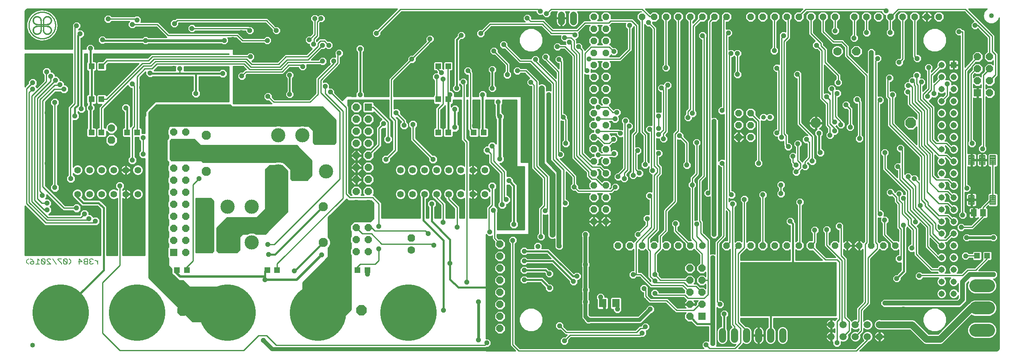
<source format=gbl>
G75*
G70*
%OFA0B0*%
%FSLAX24Y24*%
%IPPOS*%
%LPD*%
%AMOC8*
5,1,8,0,0,1.08239X$1,22.5*
%
%ADD10C,0.0050*%
%ADD11C,0.0397*%
%ADD12C,0.0594*%
%ADD13C,0.0100*%
%ADD14C,0.0010*%
%ADD15OC8,0.0630*%
%ADD16C,0.0630*%
%ADD17C,0.0560*%
%ADD18C,0.0860*%
%ADD19OC8,0.0860*%
%ADD20OC8,0.0554*%
%ADD21OC8,0.0600*%
%ADD22C,0.1181*%
%ADD23C,0.0768*%
%ADD24C,0.4685*%
%ADD25R,0.0472X0.0472*%
%ADD26C,0.1065*%
%ADD27R,0.0594X0.0594*%
%ADD28OC8,0.0594*%
%ADD29C,0.0515*%
%ADD30R,0.0515X0.0515*%
%ADD31C,0.0594*%
%ADD32C,0.0554*%
%ADD33R,0.0630X0.0709*%
%ADD34R,0.0197X0.0098*%
%ADD35R,0.0436X0.0436*%
%ADD36R,0.0512X0.0591*%
%ADD37C,0.0083*%
%ADD38C,0.0400*%
%ADD39C,0.0700*%
%ADD40OC8,0.0700*%
%ADD41OC8,0.0396*%
%ADD42C,0.0240*%
%ADD43R,0.0396X0.0396*%
%ADD44C,0.0160*%
%ADD45C,0.0320*%
%ADD46C,0.0400*%
%ADD47C,0.0200*%
%ADD48C,0.0500*%
%ADD49C,0.0120*%
%ADD50C,0.1350*%
D10*
X004359Y010636D02*
X004209Y010786D01*
X004209Y010936D01*
X004359Y011087D01*
X004519Y011087D02*
X004669Y011012D01*
X004819Y010861D01*
X004594Y010861D01*
X004519Y010786D01*
X004519Y010711D01*
X004594Y010636D01*
X004744Y010636D01*
X004819Y010711D01*
X004819Y010861D01*
X004979Y010636D02*
X005280Y010636D01*
X005130Y010636D02*
X005130Y011087D01*
X005280Y010936D01*
X005440Y011012D02*
X005740Y010711D01*
X005665Y010636D01*
X005515Y010636D01*
X005440Y010711D01*
X005440Y011012D01*
X005515Y011087D01*
X005665Y011087D01*
X005740Y011012D01*
X005740Y010711D01*
X005900Y010636D02*
X006201Y010636D01*
X005900Y010936D01*
X005900Y011012D01*
X005975Y011087D01*
X006125Y011087D01*
X006201Y011012D01*
X006361Y011087D02*
X006661Y010636D01*
X006821Y011012D02*
X007121Y010711D01*
X007121Y010636D01*
X007281Y010711D02*
X007356Y010636D01*
X007507Y010636D01*
X007582Y010711D01*
X007281Y011012D01*
X007281Y010711D01*
X007281Y011012D02*
X007356Y011087D01*
X007507Y011087D01*
X007582Y011012D01*
X007582Y010711D01*
X007738Y010636D02*
X007889Y010786D01*
X007889Y010936D01*
X007738Y011087D01*
X007121Y011087D02*
X006821Y011087D01*
X006821Y011012D01*
X008509Y010861D02*
X008809Y010861D01*
X008584Y011087D01*
X008584Y010636D01*
X008970Y010711D02*
X009045Y010636D01*
X009270Y010636D01*
X009270Y011087D01*
X009045Y011087D01*
X008970Y011012D01*
X008970Y010936D01*
X009045Y010861D01*
X009270Y010861D01*
X009430Y010786D02*
X009430Y010711D01*
X009505Y010636D01*
X009655Y010636D01*
X009730Y010711D01*
X009580Y010861D02*
X009505Y010861D01*
X009430Y010786D01*
X009505Y010861D02*
X009430Y010936D01*
X009430Y011012D01*
X009505Y011087D01*
X009655Y011087D01*
X009730Y011012D01*
X009889Y010936D02*
X009964Y010936D01*
X010114Y010786D01*
X010114Y010636D02*
X010114Y010936D01*
X009045Y010861D02*
X008970Y010786D01*
X008970Y010711D01*
D11*
X065295Y022853D03*
X065846Y022853D03*
D12*
X065896Y005025D02*
X065896Y004431D01*
X066896Y004431D02*
X066896Y005025D01*
X064896Y005025D02*
X064896Y004431D01*
X063896Y004431D02*
X063896Y005025D01*
X062896Y005025D02*
X062896Y004431D01*
X061896Y004431D02*
X061896Y005025D01*
D13*
X062342Y005048D02*
X062449Y005048D01*
X062449Y005114D02*
X062449Y004343D01*
X062517Y004178D01*
X062642Y004053D01*
X062807Y003985D01*
X062984Y003985D01*
X063001Y003991D01*
X062863Y003853D01*
X061391Y003853D01*
X061392Y003855D01*
X061394Y003860D01*
X061444Y003909D01*
X061444Y003979D01*
X061446Y003984D01*
X061446Y007061D01*
X061551Y006955D01*
X061840Y006955D01*
X062044Y007159D01*
X062044Y007448D01*
X061840Y007651D01*
X061671Y007651D01*
X061671Y012346D01*
X062103Y012778D01*
X062221Y012896D01*
X062221Y015071D01*
X062321Y014971D01*
X062321Y012620D01*
X062064Y012620D01*
X061814Y012370D01*
X061814Y012016D01*
X062064Y011766D01*
X062418Y011766D01*
X062546Y011894D01*
X062546Y005546D01*
X062674Y005417D01*
X062642Y005404D01*
X062517Y005278D01*
X062449Y005114D01*
X062462Y005147D02*
X062329Y005147D01*
X062342Y005114D02*
X062276Y005275D01*
X062276Y006241D01*
X062394Y006359D01*
X062394Y006648D01*
X062190Y006851D01*
X061901Y006851D01*
X061697Y006648D01*
X061697Y006359D01*
X061816Y006241D01*
X061816Y005472D01*
X061807Y005472D01*
X061642Y005404D01*
X061517Y005278D01*
X061449Y005114D01*
X061449Y004343D01*
X061517Y004178D01*
X061642Y004053D01*
X061807Y003985D01*
X061984Y003985D01*
X062149Y004053D01*
X062274Y004178D01*
X062342Y004343D01*
X062342Y005114D01*
X062288Y005245D02*
X062503Y005245D01*
X062582Y005344D02*
X062276Y005344D01*
X062276Y005442D02*
X062649Y005442D01*
X062550Y005541D02*
X062276Y005541D01*
X062276Y005639D02*
X062546Y005639D01*
X062546Y005738D02*
X062276Y005738D01*
X062276Y005836D02*
X062546Y005836D01*
X062546Y005935D02*
X062276Y005935D01*
X062276Y006033D02*
X062546Y006033D01*
X062546Y006132D02*
X062276Y006132D01*
X062276Y006230D02*
X062546Y006230D01*
X062546Y006329D02*
X062363Y006329D01*
X062394Y006427D02*
X062546Y006427D01*
X062546Y006526D02*
X062394Y006526D01*
X062394Y006624D02*
X062546Y006624D01*
X062546Y006723D02*
X062318Y006723D01*
X062220Y006821D02*
X062546Y006821D01*
X062546Y006920D02*
X061446Y006920D01*
X061446Y007018D02*
X061488Y007018D01*
X061446Y006821D02*
X061871Y006821D01*
X061773Y006723D02*
X061446Y006723D01*
X061446Y006624D02*
X061697Y006624D01*
X061697Y006526D02*
X061446Y006526D01*
X061446Y006427D02*
X061697Y006427D01*
X061728Y006329D02*
X061446Y006329D01*
X061446Y006230D02*
X061816Y006230D01*
X061816Y006132D02*
X061446Y006132D01*
X061446Y006033D02*
X061816Y006033D01*
X061816Y005935D02*
X061446Y005935D01*
X061446Y005836D02*
X061816Y005836D01*
X061816Y005738D02*
X061446Y005738D01*
X061446Y005639D02*
X061816Y005639D01*
X061816Y005541D02*
X061446Y005541D01*
X061446Y005442D02*
X061735Y005442D01*
X061582Y005344D02*
X061446Y005344D01*
X061446Y005245D02*
X061503Y005245D01*
X061462Y005147D02*
X061446Y005147D01*
X061446Y005048D02*
X061449Y005048D01*
X061446Y004950D02*
X061449Y004950D01*
X061446Y004851D02*
X061449Y004851D01*
X061446Y004753D02*
X061449Y004753D01*
X061446Y004654D02*
X061449Y004654D01*
X061446Y004556D02*
X061449Y004556D01*
X061446Y004457D02*
X061449Y004457D01*
X061446Y004359D02*
X061449Y004359D01*
X061446Y004260D02*
X061483Y004260D01*
X061446Y004162D02*
X061533Y004162D01*
X061446Y004063D02*
X061632Y004063D01*
X061444Y003965D02*
X062974Y003965D01*
X062876Y003866D02*
X061401Y003866D01*
X060846Y003653D02*
X060546Y003953D01*
X060197Y003965D02*
X048974Y003965D01*
X048940Y003930D02*
X049144Y004134D01*
X049144Y004344D01*
X049353Y004553D01*
X055153Y004553D01*
X055180Y004580D01*
X055390Y004580D01*
X055594Y004784D01*
X055594Y005073D01*
X055561Y005105D01*
X055665Y005105D01*
X055869Y005309D01*
X055869Y005598D01*
X055665Y005801D01*
X055376Y005801D01*
X055172Y005598D01*
X055172Y005503D01*
X055013Y005503D01*
X054688Y005178D01*
X049028Y005178D01*
X048744Y005463D01*
X048744Y005673D01*
X048540Y005876D01*
X048251Y005876D01*
X048047Y005673D01*
X048047Y005384D01*
X048251Y005180D01*
X048461Y005180D01*
X048863Y004778D01*
X049013Y004778D01*
X048861Y004626D01*
X048651Y004626D01*
X048447Y004423D01*
X048447Y004134D01*
X048651Y003930D01*
X048940Y003930D01*
X049073Y004063D02*
X060197Y004063D01*
X060197Y004098D02*
X060197Y003809D01*
X060353Y003653D01*
X045103Y003653D01*
X044721Y004036D01*
X044721Y012336D01*
X044869Y012484D01*
X044869Y012773D01*
X044665Y012976D01*
X044376Y012976D01*
X044172Y012773D01*
X044172Y012484D01*
X044321Y012336D01*
X044321Y003871D01*
X044743Y003448D01*
X042296Y003448D01*
X042296Y003746D01*
X042305Y003755D01*
X042515Y003755D01*
X042719Y003959D01*
X042719Y004248D01*
X042515Y004451D01*
X042296Y004451D01*
X042296Y013103D01*
X042328Y013103D01*
X042476Y012955D01*
X042765Y012955D01*
X042821Y013011D01*
X042821Y012839D01*
X042813Y012767D01*
X042821Y012758D01*
X042821Y012746D01*
X042872Y012694D01*
X043021Y012510D01*
X042999Y012488D01*
X042999Y012118D01*
X043260Y011856D01*
X043631Y011856D01*
X043892Y012118D01*
X043892Y012488D01*
X043631Y012750D01*
X043341Y012750D01*
X043221Y012899D01*
X043221Y013103D01*
X045846Y013103D01*
X045846Y019128D01*
X045221Y019128D01*
X045221Y024578D01*
X042368Y024583D01*
X042369Y024584D01*
X042369Y024873D01*
X042165Y025076D01*
X041876Y025076D01*
X041672Y024873D01*
X041672Y024584D01*
X041196Y024585D01*
X041196Y026586D01*
X041144Y026638D01*
X041144Y026848D01*
X040940Y027051D01*
X040651Y027051D01*
X040447Y026848D01*
X040447Y026559D01*
X040651Y026355D01*
X040796Y026355D01*
X040796Y024586D01*
X040671Y024586D01*
X040671Y025536D01*
X040796Y025536D01*
X040796Y025438D02*
X040671Y025438D01*
X040671Y025536D02*
X040769Y025634D01*
X040769Y025923D01*
X040565Y026126D01*
X040276Y026126D01*
X040101Y025951D01*
X040101Y029183D01*
X040223Y029305D01*
X040390Y029305D01*
X040594Y029509D01*
X040594Y029798D01*
X040390Y030001D01*
X040101Y030001D01*
X039897Y029798D01*
X039897Y029631D01*
X039641Y029374D01*
X039641Y025516D01*
X039522Y025398D01*
X039522Y025109D01*
X039726Y024905D01*
X040015Y024905D01*
X040219Y025109D01*
X040219Y025398D01*
X040101Y025516D01*
X040101Y025606D01*
X040271Y025436D01*
X040271Y024587D01*
X039669Y024588D01*
X039669Y024873D01*
X039465Y025076D01*
X039346Y025076D01*
X039346Y026708D01*
X039460Y026708D01*
X039548Y026796D01*
X039548Y027392D01*
X039460Y027480D01*
X038863Y027480D01*
X038775Y027392D01*
X038775Y026866D01*
X038740Y026901D01*
X038721Y026901D01*
X038721Y027392D01*
X038633Y027480D01*
X038037Y027480D01*
X037949Y027392D01*
X037949Y026796D01*
X038037Y026708D01*
X038158Y026708D01*
X038247Y026619D01*
X038247Y026551D01*
X038051Y026551D01*
X037847Y026348D01*
X037847Y026059D01*
X038021Y025886D01*
X038021Y024708D01*
X037949Y024637D01*
X037949Y024591D01*
X034646Y024597D01*
X034646Y025896D01*
X036080Y027330D01*
X036290Y027330D01*
X036494Y027534D01*
X036494Y027744D01*
X037755Y029005D01*
X037790Y029005D01*
X037994Y029209D01*
X037994Y029498D01*
X037790Y029701D01*
X037501Y029701D01*
X037297Y029498D01*
X037297Y029209D01*
X037345Y029161D01*
X036211Y028026D01*
X036001Y028026D01*
X035797Y027823D01*
X035797Y027613D01*
X034246Y026061D01*
X034246Y024597D01*
X032219Y024601D01*
X032219Y024873D01*
X032101Y024991D01*
X032101Y028266D01*
X032219Y028384D01*
X032219Y028673D01*
X032015Y028876D01*
X031726Y028876D01*
X031522Y028673D01*
X031522Y028384D01*
X031641Y028266D01*
X031641Y024991D01*
X031522Y024873D01*
X031522Y024602D01*
X030746Y024603D01*
X030387Y024245D01*
X029744Y024888D01*
X029744Y025098D01*
X029540Y025301D01*
X029319Y025301D01*
X029319Y025573D01*
X029115Y025776D01*
X028826Y025776D01*
X028796Y025746D01*
X028796Y025846D01*
X030221Y027271D01*
X030221Y027830D01*
X030265Y027830D01*
X030469Y028034D01*
X030469Y028323D01*
X030265Y028526D01*
X029976Y028526D01*
X029772Y028323D01*
X029772Y028034D01*
X029821Y027986D01*
X029821Y027846D01*
X029815Y027851D01*
X029526Y027851D01*
X029322Y027648D01*
X029322Y027359D01*
X029383Y027299D01*
X028288Y026203D01*
X028171Y026086D01*
X028171Y024836D01*
X027638Y024303D01*
X024778Y024303D01*
X024569Y024513D01*
X024569Y024723D01*
X024365Y024926D01*
X024076Y024926D01*
X023872Y024723D01*
X023872Y024434D01*
X024076Y024230D01*
X024286Y024230D01*
X024538Y023978D01*
X021346Y023978D01*
X021346Y027078D01*
X022163Y027078D01*
X022413Y026828D01*
X022313Y026828D01*
X022111Y026626D01*
X021901Y026626D01*
X021697Y026423D01*
X021697Y026134D01*
X021901Y025930D01*
X022190Y025930D01*
X022394Y026134D01*
X022394Y026344D01*
X022478Y026428D01*
X025478Y026428D01*
X026028Y026978D01*
X026747Y026978D01*
X026747Y026909D01*
X026951Y026705D01*
X027240Y026705D01*
X027444Y026909D01*
X027444Y027198D01*
X027438Y027203D01*
X028553Y027203D01*
X028601Y027155D01*
X028890Y027155D01*
X029094Y027359D01*
X029094Y027648D01*
X028890Y027851D01*
X028601Y027851D01*
X028397Y027648D01*
X028397Y027603D01*
X027803Y027603D01*
X028680Y028480D01*
X028890Y028480D01*
X029008Y028599D01*
X029126Y028480D01*
X029415Y028480D01*
X029619Y028684D01*
X029619Y028973D01*
X029415Y029176D01*
X029180Y029176D01*
X029096Y029261D01*
X028978Y029378D01*
X028488Y029378D01*
X028288Y029178D01*
X028250Y029141D01*
X028246Y029146D01*
X028246Y029271D01*
X028403Y029428D01*
X028403Y029428D01*
X028521Y029546D01*
X028521Y030671D01*
X028555Y030705D01*
X028765Y030705D01*
X028969Y030909D01*
X028969Y031198D01*
X028765Y031401D01*
X028476Y031401D01*
X028358Y031283D01*
X028240Y031401D01*
X027951Y031401D01*
X027747Y031198D01*
X027747Y030909D01*
X027896Y030761D01*
X027896Y029811D01*
X027711Y029626D01*
X027501Y029626D01*
X027297Y029423D01*
X027297Y029134D01*
X027501Y028930D01*
X027647Y028930D01*
X027647Y028759D01*
X027851Y028555D01*
X027890Y028555D01*
X027413Y028078D01*
X025638Y028078D01*
X025521Y027961D01*
X025013Y027453D01*
X022953Y027453D01*
X022876Y027530D01*
X022915Y027530D01*
X023119Y027734D01*
X023119Y028023D01*
X022915Y028226D01*
X022626Y028226D01*
X022478Y028078D01*
X021346Y028078D01*
X021346Y028503D01*
X009844Y028503D01*
X009844Y028723D01*
X009640Y028926D01*
X009351Y028926D01*
X009147Y028723D01*
X009147Y028503D01*
X008701Y028503D01*
X008701Y029430D01*
X008790Y029430D01*
X008994Y029634D01*
X008994Y029923D01*
X008790Y030126D01*
X008511Y030126D01*
X008694Y030309D01*
X008694Y030598D01*
X008490Y030801D01*
X008201Y030801D01*
X007997Y030598D01*
X007997Y030309D01*
X008021Y030286D01*
X008021Y028503D01*
X004079Y028503D01*
X004079Y031622D01*
X004081Y031656D01*
X004103Y031722D01*
X004143Y031778D01*
X004199Y031818D01*
X004265Y031840D01*
X004299Y031843D01*
X034952Y031843D01*
X033286Y030176D01*
X033076Y030176D01*
X032872Y029973D01*
X032872Y029684D01*
X033076Y029480D01*
X033365Y029480D01*
X033569Y029684D01*
X033569Y029894D01*
X035303Y031628D01*
X046447Y031628D01*
X046447Y031509D01*
X046651Y031305D01*
X046940Y031305D01*
X046972Y031338D01*
X046972Y031309D01*
X047176Y031105D01*
X047465Y031105D01*
X047669Y031309D01*
X047669Y031519D01*
X047773Y031623D01*
X048207Y031623D01*
X048178Y031584D01*
X048147Y031523D01*
X048126Y031459D01*
X048116Y031392D01*
X048116Y031118D01*
X048506Y031118D01*
X048506Y031038D01*
X048586Y031038D01*
X048586Y031118D01*
X048976Y031118D01*
X048976Y031392D01*
X048965Y031459D01*
X048944Y031523D01*
X048913Y031584D01*
X048885Y031623D01*
X049202Y031623D01*
X049181Y031602D01*
X049116Y031444D01*
X049116Y030713D01*
X049181Y030555D01*
X049302Y030434D01*
X049460Y030368D01*
X049631Y030368D01*
X049789Y030434D01*
X049910Y030555D01*
X049976Y030713D01*
X049976Y031444D01*
X049910Y031602D01*
X049889Y031623D01*
X055163Y031623D01*
X055166Y031620D01*
X055064Y031620D01*
X054814Y031370D01*
X054814Y031016D01*
X055046Y030785D01*
X055046Y021546D01*
X055163Y021428D01*
X055296Y021296D01*
X055296Y019196D01*
X055147Y019048D01*
X055147Y018759D01*
X055351Y018555D01*
X055640Y018555D01*
X055821Y018736D01*
X055821Y018621D01*
X055772Y018573D01*
X055772Y018284D01*
X055976Y018080D01*
X056046Y018080D01*
X056046Y016646D01*
X056015Y016676D01*
X055726Y016676D01*
X055522Y016473D01*
X055522Y016184D01*
X055726Y015980D01*
X055821Y015980D01*
X055821Y014771D01*
X055815Y014776D01*
X055526Y014776D01*
X055322Y014573D01*
X055322Y014284D01*
X055471Y014136D01*
X055471Y013936D01*
X054986Y013451D01*
X054776Y013451D01*
X054572Y013248D01*
X054572Y012959D01*
X054776Y012755D01*
X054790Y012755D01*
X054663Y012628D01*
X054546Y012511D01*
X054546Y012493D01*
X054418Y012620D01*
X054064Y012620D01*
X053814Y012370D01*
X053814Y012016D01*
X054064Y011766D01*
X054418Y011766D01*
X054546Y011894D01*
X054546Y010126D01*
X054351Y010126D01*
X054147Y009923D01*
X054147Y009634D01*
X054351Y009430D01*
X054640Y009430D01*
X054788Y009578D01*
X055038Y009578D01*
X055821Y008796D01*
X055938Y008678D01*
X058538Y008678D01*
X058749Y008467D01*
X058749Y008278D01*
X056644Y008278D01*
X056644Y008373D01*
X056440Y008576D01*
X056151Y008576D01*
X055947Y008373D01*
X055947Y008084D01*
X056151Y007880D01*
X056361Y007880D01*
X056363Y007878D01*
X058688Y007878D01*
X058913Y007653D01*
X058749Y007488D01*
X058749Y007352D01*
X059147Y007352D01*
X059147Y007255D01*
X058749Y007255D01*
X058749Y007118D01*
X058864Y007003D01*
X058178Y007003D01*
X057471Y007711D01*
X057353Y007828D01*
X055978Y007828D01*
X055746Y008061D01*
X055746Y008561D01*
X055744Y008563D01*
X055744Y008773D01*
X055540Y008976D01*
X055251Y008976D01*
X055047Y008773D01*
X055047Y008484D01*
X055251Y008280D01*
X055346Y008280D01*
X055346Y007896D01*
X055463Y007778D01*
X055813Y007428D01*
X057188Y007428D01*
X057896Y006721D01*
X058013Y006603D01*
X058864Y006603D01*
X058749Y006488D01*
X058749Y006118D01*
X059010Y005856D01*
X059317Y005856D01*
X059725Y005448D01*
X060746Y005448D01*
X060746Y004246D01*
X060690Y004301D01*
X060401Y004301D01*
X060197Y004098D01*
X060262Y004162D02*
X049144Y004162D01*
X049144Y004260D02*
X060360Y004260D01*
X060731Y004260D02*
X060746Y004260D01*
X060746Y004359D02*
X049159Y004359D01*
X049257Y004457D02*
X060746Y004457D01*
X060746Y004556D02*
X055156Y004556D01*
X055071Y004753D02*
X049271Y004753D01*
X048796Y004278D01*
X048447Y004260D02*
X044721Y004260D01*
X044721Y004162D02*
X048447Y004162D01*
X048518Y004063D02*
X044721Y004063D01*
X044792Y003965D02*
X048617Y003965D01*
X048447Y004359D02*
X044721Y004359D01*
X044721Y004457D02*
X048482Y004457D01*
X048581Y004556D02*
X044721Y004556D01*
X044721Y004654D02*
X048889Y004654D01*
X048987Y004753D02*
X044721Y004753D01*
X044721Y004851D02*
X048790Y004851D01*
X048691Y004950D02*
X044721Y004950D01*
X044721Y005048D02*
X048593Y005048D01*
X048494Y005147D02*
X046458Y005147D01*
X046587Y005200D02*
X046862Y005476D01*
X047012Y005836D01*
X047012Y006226D01*
X046862Y006586D01*
X046587Y006862D01*
X046227Y007011D01*
X045837Y007011D01*
X045477Y006862D01*
X045201Y006586D01*
X045052Y006226D01*
X045052Y005836D01*
X045201Y005476D01*
X045477Y005200D01*
X045837Y005051D01*
X046227Y005051D01*
X046587Y005200D01*
X046632Y005245D02*
X048186Y005245D01*
X048088Y005344D02*
X046730Y005344D01*
X046829Y005442D02*
X048047Y005442D01*
X048047Y005541D02*
X046889Y005541D01*
X046930Y005639D02*
X048047Y005639D01*
X048113Y005738D02*
X046971Y005738D01*
X047012Y005836D02*
X048211Y005836D01*
X048396Y005528D02*
X048946Y004978D01*
X054771Y004978D01*
X055096Y005303D01*
X055346Y005303D01*
X055496Y005453D01*
X055521Y005453D01*
X055869Y005442D02*
X060746Y005442D01*
X060746Y005344D02*
X055869Y005344D01*
X055805Y005245D02*
X060746Y005245D01*
X060746Y005147D02*
X055706Y005147D01*
X055594Y005048D02*
X060746Y005048D01*
X060746Y004950D02*
X055594Y004950D01*
X055594Y004851D02*
X060746Y004851D01*
X060746Y004753D02*
X055562Y004753D01*
X055464Y004654D02*
X060746Y004654D01*
X060197Y003866D02*
X044890Y003866D01*
X044989Y003768D02*
X060239Y003768D01*
X060337Y003669D02*
X045087Y003669D01*
X045021Y003453D02*
X044521Y003953D01*
X044521Y012628D01*
X044869Y012633D02*
X046649Y012633D01*
X046701Y012580D02*
X046990Y012580D01*
X047194Y012784D01*
X047194Y013073D01*
X047046Y013221D01*
X047046Y014761D01*
X047076Y014730D01*
X047365Y014730D01*
X047396Y014761D01*
X047396Y013024D01*
X047456Y012877D01*
X047569Y012764D01*
X047716Y012703D01*
X047875Y012703D01*
X047996Y012753D01*
X047996Y012084D01*
X048022Y012019D01*
X048022Y012009D01*
X048029Y012002D01*
X048049Y011955D01*
X048147Y011857D01*
X048195Y011837D01*
X048226Y011805D01*
X048271Y011805D01*
X048276Y011803D01*
X048440Y011803D01*
X048445Y011805D01*
X048515Y011805D01*
X048564Y011855D01*
X048569Y011857D01*
X048667Y011955D01*
X048669Y011960D01*
X048719Y012009D01*
X048719Y012079D01*
X048721Y012084D01*
X048721Y012223D01*
X048719Y012228D01*
X048719Y012298D01*
X048696Y012321D01*
X048696Y015386D01*
X048726Y015355D01*
X049015Y015355D01*
X049219Y015559D01*
X049219Y015848D01*
X049015Y016051D01*
X048946Y016051D01*
X048946Y018321D01*
X049421Y017846D01*
X049421Y017346D01*
X049272Y017198D01*
X049272Y016909D01*
X049476Y016705D01*
X049686Y016705D01*
X049888Y016503D01*
X050947Y016503D01*
X050814Y016370D01*
X050814Y016016D01*
X051064Y015766D01*
X051418Y015766D01*
X051668Y016016D01*
X051668Y016370D01*
X051535Y016503D01*
X051947Y016503D01*
X051814Y016370D01*
X051814Y016016D01*
X052064Y015766D01*
X052418Y015766D01*
X052668Y016016D01*
X052668Y016370D01*
X052535Y016503D01*
X052753Y016503D01*
X052871Y016621D01*
X052955Y016705D01*
X053165Y016705D01*
X053369Y016909D01*
X053369Y017198D01*
X053165Y017401D01*
X052876Y017401D01*
X052672Y017198D01*
X052672Y016988D01*
X052588Y016903D01*
X052555Y016903D01*
X052668Y017016D01*
X052668Y017370D01*
X052418Y017620D01*
X052064Y017620D01*
X051913Y017469D01*
X051517Y017865D01*
X051668Y018016D01*
X051668Y018370D01*
X051535Y018503D01*
X051663Y018503D01*
X051814Y018352D01*
X051814Y018016D01*
X052064Y017766D01*
X052418Y017766D01*
X052668Y018016D01*
X052668Y018370D01*
X052418Y018620D01*
X052111Y018620D01*
X051946Y018786D01*
X051828Y018903D01*
X051555Y018903D01*
X051668Y019016D01*
X051668Y019355D01*
X051740Y019355D01*
X051888Y019503D01*
X051947Y019503D01*
X051814Y019370D01*
X051814Y019016D01*
X052064Y018766D01*
X052418Y018766D01*
X052668Y019016D01*
X052668Y019370D01*
X052535Y019503D01*
X052753Y019503D01*
X052776Y019480D01*
X053065Y019480D01*
X053269Y019684D01*
X053269Y019973D01*
X053065Y020176D01*
X052776Y020176D01*
X052668Y020068D01*
X052668Y020370D01*
X052560Y020478D01*
X052603Y020478D01*
X052805Y020680D01*
X053015Y020680D01*
X053219Y020884D01*
X053219Y021173D01*
X053015Y021376D01*
X052726Y021376D01*
X052668Y021318D01*
X052668Y021370D01*
X052560Y021478D01*
X053097Y021478D01*
X053097Y021359D01*
X053301Y021155D01*
X053590Y021155D01*
X053621Y021186D01*
X053621Y018661D01*
X053211Y018251D01*
X053101Y018251D01*
X052897Y018048D01*
X052897Y017759D01*
X053101Y017555D01*
X053390Y017555D01*
X053433Y017599D01*
X053626Y017405D01*
X053915Y017405D01*
X054119Y017609D01*
X054119Y017898D01*
X053971Y018046D01*
X053971Y018121D01*
X054246Y018396D01*
X054246Y021755D01*
X054315Y021755D01*
X054519Y021959D01*
X054519Y022248D01*
X054315Y022451D01*
X054219Y022451D01*
X054219Y022698D01*
X054015Y022901D01*
X053726Y022901D01*
X053522Y022698D01*
X053522Y022409D01*
X053621Y022311D01*
X053621Y021821D01*
X053590Y021851D01*
X053380Y021851D01*
X053353Y021878D01*
X052530Y021878D01*
X052668Y022016D01*
X052668Y022370D01*
X052535Y022503D01*
X052703Y022503D01*
X052851Y022355D01*
X053140Y022355D01*
X053344Y022559D01*
X053344Y022848D01*
X053286Y022905D01*
X053290Y022905D01*
X053494Y023109D01*
X053494Y023398D01*
X053290Y023601D01*
X053001Y023601D01*
X052878Y023478D01*
X052504Y023852D01*
X052668Y024016D01*
X052668Y024370D01*
X052418Y024620D01*
X052064Y024620D01*
X051814Y024370D01*
X051814Y024016D01*
X051952Y023878D01*
X051888Y023878D01*
X051740Y024026D01*
X051668Y024026D01*
X051668Y024370D01*
X051418Y024620D01*
X051064Y024620D01*
X050814Y024370D01*
X050814Y024016D01*
X051064Y023766D01*
X051247Y023766D01*
X051247Y023620D01*
X051064Y023620D01*
X050814Y023370D01*
X050814Y023016D01*
X051064Y022766D01*
X051247Y022766D01*
X051247Y022620D01*
X051064Y022620D01*
X050814Y022370D01*
X050814Y022016D01*
X051064Y021766D01*
X051222Y021766D01*
X051222Y021620D01*
X051064Y021620D01*
X050814Y021370D01*
X050814Y021016D01*
X051064Y020766D01*
X051418Y020766D01*
X051572Y020920D01*
X051896Y020596D01*
X051967Y020524D01*
X051814Y020370D01*
X051814Y020016D01*
X051927Y019903D01*
X051888Y019903D01*
X051740Y020051D01*
X051668Y020051D01*
X051668Y020370D01*
X051418Y020620D01*
X051064Y020620D01*
X050814Y020370D01*
X050814Y020016D01*
X051064Y019766D01*
X051247Y019766D01*
X051247Y019620D01*
X051064Y019620D01*
X050925Y019481D01*
X050471Y019936D01*
X050471Y026411D01*
X050526Y026355D01*
X050814Y026355D01*
X050814Y026016D01*
X051064Y025766D01*
X051418Y025766D01*
X051668Y026016D01*
X051668Y026370D01*
X051418Y026620D01*
X051064Y026620D01*
X051019Y026620D01*
X051019Y026575D02*
X051019Y026812D01*
X051064Y026766D01*
X051418Y026766D01*
X051668Y027016D01*
X051668Y027370D01*
X051560Y027478D01*
X051922Y027478D01*
X051814Y027370D01*
X051814Y027016D01*
X052064Y026766D01*
X052418Y026766D01*
X052668Y027016D01*
X052668Y027370D01*
X052560Y027478D01*
X053478Y027478D01*
X054278Y028278D01*
X054396Y028396D01*
X054396Y030186D01*
X054544Y030334D01*
X054544Y030397D01*
X054571Y030371D01*
X054571Y021736D01*
X054296Y021461D01*
X054296Y018321D01*
X054147Y018173D01*
X054147Y017884D01*
X054351Y017680D01*
X054640Y017680D01*
X054844Y017884D01*
X054844Y017888D01*
X054876Y017855D01*
X055165Y017855D01*
X055369Y018059D01*
X055369Y018348D01*
X055165Y018551D01*
X054955Y018551D01*
X054921Y018586D01*
X054921Y019730D01*
X055015Y019730D01*
X055219Y019934D01*
X055219Y020223D01*
X055015Y020426D01*
X054726Y020426D01*
X054696Y020396D01*
X054696Y021296D01*
X054853Y021453D01*
X054971Y021571D01*
X054971Y030536D01*
X054853Y030653D01*
X054571Y030936D01*
X054453Y031053D01*
X052668Y031053D01*
X052668Y031370D01*
X052418Y031620D01*
X052064Y031620D01*
X051814Y031370D01*
X051814Y031016D01*
X051952Y030878D01*
X051530Y030878D01*
X051668Y031016D01*
X051668Y031370D01*
X051418Y031620D01*
X051064Y031620D01*
X050814Y031370D01*
X050814Y031016D01*
X050952Y030878D01*
X050413Y030878D01*
X049788Y030253D01*
X047878Y030253D01*
X047246Y030886D01*
X047128Y031003D01*
X046078Y031003D01*
X046069Y031013D01*
X046069Y031223D01*
X045865Y031426D01*
X045576Y031426D01*
X045372Y031223D01*
X045372Y030934D01*
X045528Y030778D01*
X042563Y030778D01*
X041936Y030151D01*
X041726Y030151D01*
X041522Y029948D01*
X041522Y029659D01*
X041726Y029455D01*
X042015Y029455D01*
X042219Y029659D01*
X042219Y029869D01*
X042728Y030378D01*
X046888Y030378D01*
X047638Y029628D01*
X048503Y029628D01*
X048472Y029598D01*
X048472Y029309D01*
X048676Y029105D01*
X048872Y029105D01*
X048872Y028934D01*
X048903Y028903D01*
X048513Y028903D01*
X048365Y029051D01*
X048076Y029051D01*
X047872Y028848D01*
X047872Y028559D01*
X048076Y028355D01*
X048365Y028355D01*
X048513Y028503D01*
X048763Y028503D01*
X049396Y027871D01*
X049396Y019446D01*
X049513Y019328D01*
X050596Y018246D01*
X050596Y017896D01*
X050713Y017778D01*
X050871Y017621D01*
X050967Y017524D01*
X050814Y017370D01*
X050814Y017016D01*
X050927Y016903D01*
X050053Y016903D01*
X049969Y016988D01*
X049969Y017198D01*
X049821Y017346D01*
X049821Y018011D01*
X049703Y018128D01*
X048426Y019405D01*
X048615Y019405D01*
X048819Y019609D01*
X048819Y019898D01*
X048615Y020101D01*
X048521Y020101D01*
X048521Y022536D01*
X048551Y022505D01*
X048721Y022505D01*
X048721Y020971D01*
X048572Y020823D01*
X048572Y020534D01*
X048776Y020330D01*
X049065Y020330D01*
X049269Y020534D01*
X049269Y020823D01*
X049121Y020971D01*
X049121Y022711D01*
X049044Y022788D01*
X049044Y022998D01*
X048840Y023201D01*
X048746Y023201D01*
X048746Y027536D01*
X048694Y027588D01*
X048694Y027798D01*
X048490Y028001D01*
X048201Y028001D01*
X047997Y027798D01*
X047997Y027509D01*
X048201Y027305D01*
X048346Y027305D01*
X048346Y026886D01*
X047558Y027674D01*
X047594Y027709D01*
X047594Y027998D01*
X047390Y028201D01*
X047101Y028201D01*
X046897Y027998D01*
X046897Y027709D01*
X047101Y027505D01*
X047161Y027505D01*
X047163Y027503D01*
X048121Y026546D01*
X048121Y026086D01*
X046721Y027486D01*
X046744Y027509D01*
X046744Y027798D01*
X046540Y028001D01*
X046251Y028001D01*
X046047Y027798D01*
X046047Y027728D01*
X045203Y027728D01*
X044119Y028813D01*
X044119Y029023D01*
X043915Y029226D01*
X043626Y029226D01*
X043422Y029023D01*
X043422Y028734D01*
X043626Y028530D01*
X043836Y028530D01*
X045038Y027328D01*
X045913Y027328D01*
X047671Y025571D01*
X047671Y025046D01*
X047640Y025076D01*
X047570Y025076D01*
X047565Y025078D01*
X047426Y025078D01*
X047421Y025076D01*
X047351Y025076D01*
X047321Y025046D01*
X047321Y025333D01*
X047260Y025480D01*
X047147Y025592D01*
X047000Y025653D01*
X046841Y025653D01*
X046696Y025593D01*
X046696Y025886D01*
X045678Y026903D01*
X045188Y026903D01*
X045040Y027051D01*
X044751Y027051D01*
X044547Y026848D01*
X044547Y026559D01*
X044751Y026355D01*
X045040Y026355D01*
X045188Y026503D01*
X045513Y026503D01*
X045915Y026101D01*
X045876Y026101D01*
X045672Y025898D01*
X045672Y025609D01*
X045876Y025405D01*
X046071Y025405D01*
X046071Y018596D01*
X046188Y018478D01*
X046946Y017721D01*
X046946Y015611D01*
X046646Y015311D01*
X046646Y013221D01*
X046497Y013073D01*
X046497Y012784D01*
X046701Y012580D01*
X046740Y012476D02*
X046451Y012476D01*
X046247Y012273D01*
X046247Y011984D01*
X046273Y011958D01*
X045733Y011958D01*
X045615Y012076D01*
X045326Y012076D01*
X045122Y011873D01*
X045122Y011584D01*
X045326Y011380D01*
X045615Y011380D01*
X045733Y011498D01*
X047325Y011498D01*
X047690Y011133D01*
X045733Y011133D01*
X045615Y011251D01*
X045326Y011251D01*
X045122Y011048D01*
X045122Y010759D01*
X045326Y010555D01*
X045615Y010555D01*
X045733Y010673D01*
X047750Y010673D01*
X049197Y009226D01*
X049197Y009059D01*
X049401Y008855D01*
X049690Y008855D01*
X049894Y009059D01*
X049894Y009305D01*
X049990Y009305D01*
X050194Y009509D01*
X050194Y009798D01*
X049990Y010001D01*
X049701Y010001D01*
X049587Y009887D01*
X047651Y011824D01*
X047516Y011958D01*
X046918Y011958D01*
X046944Y011984D01*
X046944Y012273D01*
X046740Y012476D01*
X046780Y012436D02*
X047996Y012436D01*
X047996Y012534D02*
X044869Y012534D01*
X044820Y012436D02*
X046411Y012436D01*
X046312Y012337D02*
X044722Y012337D01*
X044721Y012239D02*
X046247Y012239D01*
X046247Y012140D02*
X044721Y012140D01*
X044721Y012042D02*
X045292Y012042D01*
X045193Y011943D02*
X044721Y011943D01*
X044721Y011845D02*
X045122Y011845D01*
X045122Y011746D02*
X044721Y011746D01*
X044721Y011648D02*
X045122Y011648D01*
X045157Y011549D02*
X044721Y011549D01*
X044721Y011451D02*
X045256Y011451D01*
X045230Y011155D02*
X044721Y011155D01*
X044721Y011057D02*
X045132Y011057D01*
X045122Y010958D02*
X044721Y010958D01*
X044721Y010860D02*
X045122Y010860D01*
X045122Y010761D02*
X044721Y010761D01*
X044721Y010663D02*
X045219Y010663D01*
X045317Y010564D02*
X044721Y010564D01*
X044721Y010466D02*
X045291Y010466D01*
X045326Y010501D02*
X045122Y010298D01*
X045122Y010009D01*
X045326Y009805D01*
X045615Y009805D01*
X045733Y009923D01*
X047150Y009923D01*
X047197Y009876D01*
X047197Y009709D01*
X047401Y009505D01*
X047690Y009505D01*
X047894Y009709D01*
X047894Y009998D01*
X047690Y010201D01*
X047523Y010201D01*
X047341Y010383D01*
X045733Y010383D01*
X045615Y010501D01*
X045326Y010501D01*
X045192Y010367D02*
X044721Y010367D01*
X044721Y010269D02*
X045122Y010269D01*
X045122Y010170D02*
X044721Y010170D01*
X044721Y010072D02*
X045122Y010072D01*
X045158Y009973D02*
X044721Y009973D01*
X044721Y009875D02*
X045257Y009875D01*
X045326Y009701D02*
X045122Y009498D01*
X045122Y009209D01*
X045326Y009005D01*
X045615Y009005D01*
X045733Y009123D01*
X046800Y009123D01*
X047222Y008701D01*
X047222Y008534D01*
X047426Y008330D01*
X047715Y008330D01*
X047919Y008534D01*
X047919Y008823D01*
X047715Y009026D01*
X047548Y009026D01*
X046991Y009583D01*
X045733Y009583D01*
X045615Y009701D01*
X045326Y009701D01*
X045303Y009678D02*
X044721Y009678D01*
X044721Y009776D02*
X047197Y009776D01*
X047197Y009875D02*
X045684Y009875D01*
X045638Y009678D02*
X047229Y009678D01*
X047327Y009579D02*
X046995Y009579D01*
X047093Y009481D02*
X048943Y009481D01*
X049041Y009382D02*
X047192Y009382D01*
X047290Y009284D02*
X049140Y009284D01*
X049197Y009185D02*
X047389Y009185D01*
X047487Y009087D02*
X049197Y009087D01*
X049268Y008988D02*
X047753Y008988D01*
X047851Y008890D02*
X049367Y008890D01*
X049724Y008890D02*
X050236Y008890D01*
X050236Y008988D02*
X049823Y008988D01*
X049894Y009087D02*
X050236Y009087D01*
X050236Y009185D02*
X049894Y009185D01*
X049894Y009284D02*
X050236Y009284D01*
X050236Y009382D02*
X050067Y009382D01*
X050165Y009481D02*
X050236Y009481D01*
X050236Y009579D02*
X050194Y009579D01*
X050194Y009678D02*
X050236Y009678D01*
X050236Y009776D02*
X050194Y009776D01*
X050236Y009875D02*
X050116Y009875D01*
X050018Y009973D02*
X050236Y009973D01*
X050236Y010072D02*
X049402Y010072D01*
X049304Y010170D02*
X050236Y010170D01*
X050236Y010269D02*
X049205Y010269D01*
X049107Y010367D02*
X050236Y010367D01*
X050236Y010421D02*
X050236Y008686D01*
X050197Y008648D01*
X050197Y008359D01*
X050236Y008321D01*
X050236Y007686D01*
X050197Y007648D01*
X050197Y007359D01*
X050236Y007321D01*
X050236Y006217D01*
X050283Y006103D01*
X050447Y005938D01*
X050447Y005884D01*
X050651Y005680D01*
X050940Y005680D01*
X050978Y005718D01*
X055107Y005718D01*
X055221Y005766D01*
X055308Y005853D01*
X056011Y006555D01*
X056065Y006555D01*
X056269Y006759D01*
X056269Y007048D01*
X056065Y007251D01*
X055776Y007251D01*
X055572Y007048D01*
X055572Y006994D01*
X054917Y006338D01*
X050978Y006338D01*
X050940Y006376D01*
X050886Y006376D01*
X050856Y006407D01*
X050856Y007321D01*
X050894Y007359D01*
X050894Y007648D01*
X050856Y007686D01*
X050856Y008321D01*
X050894Y008359D01*
X050894Y008648D01*
X050856Y008686D01*
X050856Y010421D01*
X050894Y010459D01*
X050894Y010748D01*
X050856Y010786D01*
X050856Y012921D01*
X050894Y012959D01*
X050894Y013248D01*
X050690Y013451D01*
X050401Y013451D01*
X050197Y013248D01*
X050197Y012959D01*
X050236Y012921D01*
X050236Y010786D01*
X050197Y010748D01*
X050197Y010459D01*
X050236Y010421D01*
X050197Y010466D02*
X049008Y010466D01*
X048910Y010564D02*
X050197Y010564D01*
X050197Y010663D02*
X048811Y010663D01*
X048713Y010761D02*
X050211Y010761D01*
X050236Y010860D02*
X048614Y010860D01*
X048516Y010958D02*
X050236Y010958D01*
X050236Y011057D02*
X048417Y011057D01*
X048319Y011155D02*
X050236Y011155D01*
X050236Y011254D02*
X048220Y011254D01*
X048122Y011352D02*
X050236Y011352D01*
X050236Y011451D02*
X048023Y011451D01*
X047925Y011549D02*
X050236Y011549D01*
X050236Y011648D02*
X047826Y011648D01*
X047728Y011746D02*
X050236Y011746D01*
X050236Y011845D02*
X048554Y011845D01*
X048656Y011943D02*
X050236Y011943D01*
X050236Y012042D02*
X048719Y012042D01*
X048721Y012140D02*
X050236Y012140D01*
X050236Y012239D02*
X048719Y012239D01*
X048696Y012337D02*
X050236Y012337D01*
X050236Y012436D02*
X048696Y012436D01*
X048696Y012534D02*
X050236Y012534D01*
X050236Y012633D02*
X048696Y012633D01*
X048696Y012731D02*
X050236Y012731D01*
X050236Y012830D02*
X048696Y012830D01*
X048696Y012928D02*
X050228Y012928D01*
X050197Y013027D02*
X048696Y013027D01*
X048696Y013125D02*
X050197Y013125D01*
X050197Y013224D02*
X048696Y013224D01*
X048696Y013322D02*
X050272Y013322D01*
X050371Y013421D02*
X048696Y013421D01*
X048696Y013519D02*
X055054Y013519D01*
X055152Y013618D02*
X048696Y013618D01*
X048696Y013716D02*
X055251Y013716D01*
X055349Y013815D02*
X052467Y013815D01*
X052418Y013766D02*
X052668Y014016D01*
X052668Y014155D01*
X052280Y014155D01*
X052280Y014232D01*
X052668Y014232D01*
X052668Y014370D01*
X052418Y014620D01*
X052280Y014620D01*
X052280Y014232D01*
X052203Y014232D01*
X052203Y014620D01*
X052064Y014620D01*
X051814Y014370D01*
X051814Y014232D01*
X052203Y014232D01*
X052203Y014155D01*
X052280Y014155D01*
X052280Y013766D01*
X052418Y013766D01*
X052280Y013815D02*
X052203Y013815D01*
X052203Y013766D02*
X052203Y014155D01*
X051814Y014155D01*
X051814Y014016D01*
X052064Y013766D01*
X052203Y013766D01*
X052203Y013913D02*
X052280Y013913D01*
X052280Y014012D02*
X052203Y014012D01*
X052203Y014110D02*
X052280Y014110D01*
X052280Y014209D02*
X055398Y014209D01*
X055471Y014110D02*
X052668Y014110D01*
X052664Y014012D02*
X055471Y014012D01*
X055448Y013913D02*
X052565Y013913D01*
X052668Y014307D02*
X055322Y014307D01*
X055322Y014406D02*
X052633Y014406D01*
X052534Y014504D02*
X055322Y014504D01*
X055353Y014603D02*
X052436Y014603D01*
X052280Y014603D02*
X052203Y014603D01*
X052203Y014504D02*
X052280Y014504D01*
X052280Y014406D02*
X052203Y014406D01*
X052203Y014307D02*
X052280Y014307D01*
X052203Y014209D02*
X051280Y014209D01*
X051280Y014232D02*
X051280Y014155D01*
X051668Y014155D01*
X051668Y014016D01*
X051418Y013766D01*
X051280Y013766D01*
X051280Y014155D01*
X051203Y014155D01*
X051203Y013766D01*
X051064Y013766D01*
X050814Y014016D01*
X050814Y014155D01*
X051203Y014155D01*
X051203Y014232D01*
X051203Y014620D01*
X051064Y014620D01*
X050814Y014370D01*
X050814Y014232D01*
X051203Y014232D01*
X051280Y014232D01*
X051668Y014232D01*
X051668Y014370D01*
X051418Y014620D01*
X051280Y014620D01*
X051280Y014232D01*
X051280Y014307D02*
X051203Y014307D01*
X051203Y014209D02*
X048696Y014209D01*
X048696Y014307D02*
X050814Y014307D01*
X050850Y014406D02*
X048696Y014406D01*
X048696Y014504D02*
X050948Y014504D01*
X051047Y014603D02*
X048696Y014603D01*
X048696Y014701D02*
X055451Y014701D01*
X055671Y014428D02*
X055671Y013853D01*
X054921Y013103D01*
X054572Y013125D02*
X050894Y013125D01*
X050894Y013027D02*
X054572Y013027D01*
X054603Y012928D02*
X050863Y012928D01*
X050856Y012830D02*
X054702Y012830D01*
X054766Y012731D02*
X050856Y012731D01*
X050856Y012633D02*
X054667Y012633D01*
X054569Y012534D02*
X054504Y012534D01*
X054746Y012428D02*
X054746Y009778D01*
X055121Y009778D01*
X056021Y008878D01*
X058621Y008878D01*
X059196Y008303D01*
X058749Y008299D02*
X056644Y008299D01*
X056619Y008397D02*
X058749Y008397D01*
X058720Y008496D02*
X056520Y008496D01*
X056296Y008228D02*
X056446Y008078D01*
X058771Y008078D01*
X059046Y007803D01*
X060371Y007803D01*
X060696Y008128D01*
X060696Y009303D01*
X060696Y012628D01*
X060121Y013203D01*
X060121Y014128D01*
X060021Y014228D01*
X060021Y017603D01*
X060371Y017953D01*
X060371Y029503D01*
X060246Y029628D01*
X060496Y029870D02*
X060646Y029870D01*
X060646Y029772D02*
X060594Y029772D01*
X060594Y029773D02*
X060390Y029976D01*
X060101Y029976D01*
X059897Y029773D01*
X059897Y029484D01*
X060101Y029280D01*
X060171Y029280D01*
X060171Y018036D01*
X059938Y017803D01*
X059821Y017686D01*
X059821Y014326D01*
X059626Y014326D01*
X059596Y014296D01*
X059596Y016936D01*
X059744Y017084D01*
X059744Y017373D01*
X059596Y017521D01*
X059596Y017696D01*
X059971Y018071D01*
X059971Y020461D01*
X060119Y020609D01*
X060119Y020898D01*
X059915Y021101D01*
X059626Y021101D01*
X059422Y020898D01*
X059422Y020609D01*
X059571Y020461D01*
X059571Y018236D01*
X059313Y017978D01*
X059196Y017861D01*
X059196Y017521D01*
X059047Y017373D01*
X059047Y017084D01*
X059196Y016936D01*
X059196Y012721D01*
X059296Y012620D01*
X059097Y012620D01*
X058221Y013497D01*
X058221Y013711D01*
X058369Y013859D01*
X058369Y014148D01*
X058165Y014351D01*
X057876Y014351D01*
X057672Y014148D01*
X057672Y013859D01*
X057821Y013711D01*
X057821Y013331D01*
X058814Y012338D01*
X058814Y012016D01*
X059064Y011766D01*
X059418Y011766D01*
X059546Y011894D01*
X059546Y011871D01*
X059996Y011421D01*
X059996Y010735D01*
X059749Y010488D01*
X059749Y010118D01*
X060010Y009856D01*
X060381Y009856D01*
X060496Y009971D01*
X060496Y009635D01*
X060381Y009750D01*
X060010Y009750D01*
X059749Y009488D01*
X059749Y009118D01*
X060010Y008856D01*
X060381Y008856D01*
X060496Y008971D01*
X060496Y008635D01*
X060381Y008750D01*
X060032Y008750D01*
X059896Y008886D01*
X059778Y009003D01*
X059527Y009003D01*
X059642Y009118D01*
X059642Y009488D01*
X059381Y009750D01*
X059010Y009750D01*
X058789Y009528D01*
X056828Y009528D01*
X056644Y009713D01*
X056644Y009923D01*
X056496Y010071D01*
X056496Y011421D01*
X056828Y011753D01*
X056946Y011871D01*
X056946Y011885D01*
X057064Y011766D01*
X057418Y011766D01*
X057668Y012016D01*
X057668Y012370D01*
X057418Y012620D01*
X057064Y012620D01*
X056946Y012502D01*
X056946Y012896D01*
X057278Y013228D01*
X057396Y013346D01*
X057396Y014996D01*
X058171Y015771D01*
X058171Y020986D01*
X058201Y020955D01*
X058411Y020955D01*
X058746Y020621D01*
X058746Y019171D01*
X058597Y019023D01*
X058597Y018734D01*
X058801Y018530D01*
X059090Y018530D01*
X059294Y018734D01*
X059294Y019023D01*
X059146Y019171D01*
X059146Y020786D01*
X058694Y021238D01*
X058694Y021448D01*
X058490Y021651D01*
X058446Y021651D01*
X058446Y030794D01*
X058668Y031016D01*
X058668Y031370D01*
X058418Y031620D01*
X058064Y031620D01*
X057814Y031370D01*
X057814Y031016D01*
X058046Y030785D01*
X058046Y021811D01*
X057888Y021653D01*
X057771Y021536D01*
X057771Y015936D01*
X056996Y015161D01*
X056996Y013511D01*
X056546Y013061D01*
X056546Y012493D01*
X056418Y012620D01*
X056064Y012620D01*
X055946Y012502D01*
X055946Y012696D01*
X056671Y013421D01*
X056905Y013421D01*
X056996Y013519D02*
X056671Y013519D01*
X056671Y013421D02*
X056671Y017846D01*
X056921Y018096D01*
X056921Y018761D01*
X056803Y018878D01*
X056671Y019011D01*
X056671Y019505D01*
X056765Y019505D01*
X056969Y019709D01*
X056969Y019998D01*
X056765Y020201D01*
X056476Y020201D01*
X056446Y020171D01*
X056446Y021086D01*
X056476Y021055D01*
X056672Y021055D01*
X056672Y020909D01*
X056876Y020705D01*
X057165Y020705D01*
X057369Y020909D01*
X057369Y021198D01*
X057221Y021346D01*
X057221Y021396D01*
X057421Y021596D01*
X057831Y021596D01*
X057771Y021498D02*
X057323Y021498D01*
X057421Y021596D02*
X057421Y025155D01*
X057515Y025155D01*
X057719Y025359D01*
X057719Y025648D01*
X057515Y025851D01*
X057226Y025851D01*
X057022Y025648D01*
X057022Y025594D01*
X056990Y025626D01*
X056701Y025626D01*
X056497Y025423D01*
X056497Y025134D01*
X056701Y024930D01*
X056796Y024930D01*
X056796Y023271D01*
X056795Y023271D01*
X056796Y023271D02*
X056765Y023301D01*
X056476Y023301D01*
X056446Y023271D01*
X056446Y023271D01*
X056446Y030311D01*
X056119Y030638D01*
X056119Y030766D01*
X056418Y030766D01*
X056668Y031016D01*
X056668Y031370D01*
X056418Y031620D01*
X056064Y031620D01*
X055900Y031456D01*
X055510Y031843D01*
X068552Y031843D01*
X068330Y031620D01*
X068064Y031620D01*
X067814Y031370D01*
X067814Y031016D01*
X068064Y030766D01*
X068418Y030766D01*
X068668Y031016D01*
X068668Y031370D01*
X068657Y031382D01*
X068898Y031623D01*
X075122Y031623D01*
X075122Y031534D01*
X075326Y031330D01*
X075414Y031330D01*
X075414Y031016D01*
X075621Y030810D01*
X075621Y030171D01*
X075472Y030023D01*
X075472Y029734D01*
X075676Y029530D01*
X075965Y029530D01*
X076169Y029734D01*
X076169Y030023D01*
X076021Y030171D01*
X076021Y030769D01*
X076268Y031016D01*
X076268Y031338D01*
X076554Y031623D01*
X081962Y031623D01*
X082752Y030826D01*
X082701Y030826D01*
X082497Y030623D01*
X082497Y030334D01*
X082701Y030130D01*
X082990Y030130D01*
X083063Y030203D01*
X083846Y029421D01*
X083846Y028310D01*
X083599Y028063D01*
X083599Y027693D01*
X083860Y027431D01*
X084231Y027431D01*
X084346Y027546D01*
X084346Y027210D01*
X084231Y027325D01*
X083860Y027325D01*
X083599Y027063D01*
X083599Y026693D01*
X083601Y026691D01*
X083463Y026553D01*
X083346Y026436D01*
X083346Y026210D01*
X083231Y026325D01*
X082860Y026325D01*
X082696Y026160D01*
X082696Y026346D01*
X082821Y026471D01*
X082860Y026431D01*
X083231Y026431D01*
X083492Y026693D01*
X083492Y027063D01*
X083231Y027325D01*
X082860Y027325D01*
X082624Y027089D01*
X082922Y027431D01*
X083231Y027431D01*
X083492Y027693D01*
X083492Y028063D01*
X083231Y028325D01*
X082860Y028325D01*
X082599Y028063D01*
X082599Y027693D01*
X082610Y027682D01*
X082021Y027004D01*
X082021Y030036D01*
X081903Y030153D01*
X081813Y030153D01*
X081665Y030301D01*
X081376Y030301D01*
X081172Y030098D01*
X081172Y029809D01*
X081376Y029605D01*
X081621Y029605D01*
X081621Y015021D01*
X081472Y014873D01*
X081472Y014584D01*
X081676Y014380D01*
X081965Y014380D01*
X082169Y014584D01*
X082169Y014873D01*
X082021Y015021D01*
X082021Y016611D01*
X082026Y016605D01*
X082315Y016605D01*
X082519Y016809D01*
X082519Y017098D01*
X082315Y017301D01*
X082246Y017301D01*
X082246Y018747D01*
X082288Y018735D01*
X082498Y018735D01*
X082498Y019249D01*
X082598Y019249D01*
X082598Y019349D01*
X082973Y019349D01*
X082973Y019696D01*
X082960Y019745D01*
X082935Y019788D01*
X082899Y019824D01*
X082856Y019849D01*
X082807Y019862D01*
X082598Y019862D01*
X082598Y019349D01*
X082498Y019349D01*
X082498Y019862D01*
X082288Y019862D01*
X082246Y019851D01*
X082246Y026654D01*
X082599Y027060D01*
X082599Y026814D01*
X082296Y026511D01*
X082296Y020871D01*
X082247Y020823D01*
X082247Y020534D01*
X082451Y020330D01*
X082740Y020330D01*
X082944Y020534D01*
X082944Y020823D01*
X082740Y021026D01*
X082696Y021026D01*
X082696Y024440D01*
X082729Y024431D01*
X082997Y024431D01*
X082997Y024830D01*
X083094Y024830D01*
X083094Y024431D01*
X083346Y024431D01*
X083346Y020576D01*
X083326Y020576D01*
X083122Y020373D01*
X083122Y020084D01*
X083326Y019880D01*
X083615Y019880D01*
X083819Y020084D01*
X083819Y020373D01*
X083746Y020446D01*
X083746Y024546D01*
X083860Y024431D01*
X084231Y024431D01*
X084492Y024693D01*
X084492Y025063D01*
X084231Y025325D01*
X083860Y025325D01*
X083746Y025210D01*
X083746Y025546D01*
X083860Y025431D01*
X084231Y025431D01*
X084492Y025693D01*
X084492Y026042D01*
X084746Y026296D01*
X084746Y028136D01*
X084471Y028411D01*
X084471Y029578D01*
X084471Y029660D01*
X084471Y029661D01*
X084412Y029719D01*
X082308Y031843D01*
X083850Y031843D01*
X083775Y031806D01*
X083587Y031571D01*
X083521Y031278D01*
X083587Y030985D01*
X083775Y030751D01*
X084045Y030620D01*
X084346Y030620D01*
X084616Y030751D01*
X084804Y030985D01*
X084804Y030985D01*
X084835Y031124D01*
X084835Y003669D01*
X084833Y003634D01*
X084811Y003569D01*
X084771Y003513D01*
X084715Y003472D01*
X084649Y003451D01*
X084614Y003448D01*
X073277Y003448D01*
X074002Y004153D01*
X074003Y004153D01*
X074047Y004197D01*
X074174Y004250D01*
X074299Y004375D01*
X074367Y004539D01*
X074367Y004717D01*
X074299Y004881D01*
X074174Y005007D01*
X074009Y005075D01*
X073832Y005075D01*
X073667Y005007D01*
X073542Y004881D01*
X073474Y004717D01*
X073474Y004539D01*
X073542Y004375D01*
X073598Y004319D01*
X072914Y003653D01*
X063228Y003653D01*
X063596Y004021D01*
X063596Y004100D01*
X063642Y004053D01*
X063807Y003985D01*
X063984Y003985D01*
X064149Y004053D01*
X064274Y004178D01*
X064342Y004343D01*
X064342Y005114D01*
X064274Y005278D01*
X064149Y005404D01*
X063984Y005472D01*
X063835Y005472D01*
X063396Y005911D01*
X063396Y006148D01*
X065666Y006148D01*
X065666Y005414D01*
X065642Y005404D01*
X065517Y005278D01*
X065449Y005114D01*
X065449Y004343D01*
X065517Y004178D01*
X065642Y004053D01*
X065807Y003985D01*
X065984Y003985D01*
X066149Y004053D01*
X066274Y004178D01*
X066342Y004343D01*
X066342Y005114D01*
X066274Y005278D01*
X066149Y005404D01*
X066126Y005414D01*
X066126Y006148D01*
X071383Y006148D01*
X071207Y005973D01*
X071155Y006011D01*
X071092Y006042D01*
X071025Y006064D01*
X070969Y006073D01*
X070969Y005677D01*
X070872Y005677D01*
X070872Y006073D01*
X070816Y006064D01*
X070749Y006042D01*
X070686Y006011D01*
X070629Y005969D01*
X070580Y005919D01*
X070538Y005863D01*
X070506Y005800D01*
X070485Y005733D01*
X070476Y005677D01*
X070872Y005677D01*
X070872Y005580D01*
X070476Y005580D01*
X070485Y005524D01*
X070506Y005457D01*
X070538Y005394D01*
X070580Y005337D01*
X070629Y005288D01*
X070686Y005246D01*
X070749Y005214D01*
X070816Y005192D01*
X070872Y005184D01*
X070872Y005580D01*
X070969Y005580D01*
X070969Y005184D01*
X071025Y005192D01*
X071092Y005214D01*
X071155Y005246D01*
X071196Y005276D01*
X071196Y004981D01*
X071155Y005011D01*
X071092Y005042D01*
X071025Y005064D01*
X070969Y005073D01*
X070969Y004677D01*
X070872Y004677D01*
X070872Y005073D01*
X070816Y005064D01*
X070749Y005042D01*
X070686Y005011D01*
X070629Y004969D01*
X070580Y004919D01*
X070538Y004863D01*
X070506Y004800D01*
X070485Y004733D01*
X070476Y004677D01*
X070872Y004677D01*
X070872Y004580D01*
X070476Y004580D01*
X070485Y004524D01*
X070506Y004457D01*
X067342Y004457D01*
X067342Y004359D02*
X070564Y004359D01*
X070580Y004337D02*
X070538Y004394D01*
X070506Y004457D01*
X070480Y004556D02*
X067342Y004556D01*
X067342Y004654D02*
X070872Y004654D01*
X070872Y004580D02*
X070969Y004580D01*
X070969Y004184D01*
X071025Y004192D01*
X071047Y004200D01*
X071047Y003959D01*
X071251Y003755D01*
X071540Y003755D01*
X071744Y003959D01*
X071744Y004218D01*
X071832Y004181D01*
X072009Y004181D01*
X072174Y004250D01*
X072299Y004375D01*
X072367Y004539D01*
X072367Y004717D01*
X072345Y004770D01*
X072596Y005021D01*
X072596Y005321D01*
X072667Y005250D01*
X072832Y005181D01*
X073009Y005181D01*
X073174Y005250D01*
X073196Y005271D01*
X073196Y005186D01*
X073063Y005053D01*
X073009Y005075D01*
X072832Y005075D01*
X072667Y005007D01*
X072542Y004881D01*
X072474Y004717D01*
X072474Y004539D01*
X072542Y004375D01*
X072667Y004250D01*
X072832Y004181D01*
X073009Y004181D01*
X073174Y004250D01*
X073299Y004375D01*
X073367Y004539D01*
X073367Y004717D01*
X073345Y004770D01*
X073596Y005021D01*
X073596Y005321D01*
X073667Y005250D01*
X073832Y005181D01*
X074009Y005181D01*
X074174Y005250D01*
X074299Y005375D01*
X074367Y005539D01*
X074367Y005717D01*
X074299Y005881D01*
X074174Y006007D01*
X074009Y006075D01*
X073832Y006075D01*
X073667Y006007D01*
X073596Y005935D01*
X073596Y006746D01*
X074171Y007321D01*
X074171Y011096D01*
X074946Y011871D01*
X074946Y011885D01*
X075064Y011766D01*
X075418Y011766D01*
X075668Y012016D01*
X075668Y012370D01*
X075418Y012620D01*
X075064Y012620D01*
X074900Y012456D01*
X074828Y012528D01*
X074821Y012536D01*
X074821Y014486D01*
X074826Y014480D01*
X075030Y014480D01*
X074997Y014448D01*
X074997Y014159D01*
X075146Y014011D01*
X075146Y013006D01*
X075814Y012338D01*
X075814Y012016D01*
X076064Y011766D01*
X076418Y011766D01*
X076496Y011844D01*
X076496Y011451D01*
X076426Y011451D01*
X074526Y011451D01*
X074624Y011549D02*
X076496Y011549D01*
X076496Y011648D02*
X074723Y011648D01*
X074821Y011746D02*
X076496Y011746D01*
X076426Y011451D02*
X076222Y011248D01*
X076222Y010959D01*
X076426Y010755D01*
X076715Y010755D01*
X076716Y010756D01*
X076716Y010149D01*
X076368Y009801D01*
X076201Y009801D01*
X075997Y009598D01*
X075997Y009309D01*
X076201Y009105D01*
X076490Y009105D01*
X076694Y009309D01*
X076694Y009476D01*
X077041Y009823D01*
X077176Y009958D01*
X077176Y013666D01*
X077225Y013716D01*
X077238Y013703D01*
X077521Y013421D01*
X077521Y012326D01*
X077451Y012326D01*
X077247Y012123D01*
X077247Y011834D01*
X077451Y011630D01*
X077740Y011630D01*
X077771Y011661D01*
X077771Y011396D01*
X077888Y011278D01*
X079170Y009996D01*
X079713Y009996D01*
X079726Y009966D01*
X079788Y009903D01*
X078488Y009903D01*
X078365Y010026D01*
X078076Y010026D01*
X077872Y009823D01*
X077872Y009534D01*
X078076Y009330D01*
X078365Y009330D01*
X078538Y009503D01*
X079802Y009503D01*
X079726Y009427D01*
X079664Y009278D01*
X079664Y009115D01*
X079726Y008966D01*
X079840Y008851D01*
X079990Y008789D01*
X080152Y008789D01*
X080302Y008851D01*
X080417Y008966D01*
X080479Y009115D01*
X080479Y009278D01*
X080417Y009427D01*
X080340Y009503D01*
X080802Y009503D01*
X080726Y009427D01*
X080664Y009278D01*
X080664Y009115D01*
X080726Y008966D01*
X080840Y008851D01*
X080990Y008789D01*
X081152Y008789D01*
X081302Y008851D01*
X081417Y008966D01*
X081446Y009036D01*
X081446Y008357D01*
X081417Y008427D01*
X081302Y008542D01*
X081152Y008604D01*
X080990Y008604D01*
X080840Y008542D01*
X080726Y008427D01*
X080664Y008278D01*
X080664Y008115D01*
X080726Y007966D01*
X080840Y007851D01*
X080990Y007789D01*
X081152Y007789D01*
X081302Y007851D01*
X081417Y007966D01*
X081446Y008036D01*
X081446Y007848D01*
X081351Y007753D01*
X075301Y007753D01*
X075296Y007751D01*
X075226Y007751D01*
X075177Y007702D01*
X075172Y007700D01*
X075074Y007602D01*
X075072Y007597D01*
X075022Y007548D01*
X075022Y007478D01*
X075021Y007473D01*
X075021Y007334D01*
X075022Y007329D01*
X075022Y007259D01*
X075072Y007210D01*
X075074Y007205D01*
X075172Y007107D01*
X075177Y007105D01*
X075226Y007055D01*
X075296Y007055D01*
X075301Y007053D01*
X081565Y007053D01*
X081694Y007107D01*
X081994Y007407D01*
X082092Y007505D01*
X082146Y007634D01*
X082146Y009033D01*
X082293Y009180D01*
X082218Y009001D01*
X082218Y008730D01*
X082322Y008479D01*
X082514Y008287D01*
X082765Y008183D01*
X084102Y008183D01*
X084352Y008287D01*
X084544Y008479D01*
X084648Y008730D01*
X084648Y009001D01*
X084544Y009252D01*
X084368Y009428D01*
X084440Y009428D01*
X084445Y009430D01*
X084515Y009430D01*
X084564Y009480D01*
X084569Y009482D01*
X084667Y009580D01*
X084669Y009585D01*
X084719Y009634D01*
X084719Y009704D01*
X084721Y009709D01*
X084721Y009848D01*
X084719Y009853D01*
X084719Y009923D01*
X084669Y009972D01*
X084667Y009977D01*
X084569Y010075D01*
X084564Y010077D01*
X084515Y010126D01*
X084445Y010126D01*
X084440Y010128D01*
X083153Y010128D01*
X083985Y010960D01*
X084145Y010960D01*
X084233Y011048D01*
X084233Y011644D01*
X084145Y011732D01*
X083548Y011732D01*
X083460Y011644D01*
X083460Y011048D01*
X083484Y011024D01*
X082813Y010353D01*
X082163Y010353D01*
X081713Y009903D01*
X081354Y009903D01*
X081417Y009966D01*
X081479Y010115D01*
X081479Y010278D01*
X081417Y010427D01*
X081302Y010542D01*
X081152Y010604D01*
X080990Y010604D01*
X080840Y010542D01*
X080726Y010427D01*
X080664Y010278D01*
X080664Y010115D01*
X080726Y009966D01*
X080788Y009903D01*
X080354Y009903D01*
X080417Y009966D01*
X080479Y010115D01*
X080479Y010278D01*
X080417Y010427D01*
X080302Y010542D01*
X080152Y010604D01*
X079990Y010604D01*
X079840Y010542D01*
X079726Y010427D01*
X079713Y010396D01*
X079335Y010396D01*
X078171Y011561D01*
X078171Y013661D01*
X078026Y013805D01*
X078065Y013805D01*
X078269Y014009D01*
X078269Y014072D01*
X078696Y013646D01*
X078696Y012021D01*
X079708Y011008D01*
X079726Y010966D01*
X079840Y010851D01*
X079990Y010789D01*
X080152Y010789D01*
X080302Y010851D01*
X080417Y010966D01*
X080479Y011115D01*
X080479Y011278D01*
X080417Y011427D01*
X080302Y011542D01*
X080152Y011604D01*
X079990Y011604D01*
X079840Y011542D01*
X079790Y011492D01*
X079096Y012186D01*
X079096Y012821D01*
X079664Y012252D01*
X079664Y012115D01*
X079726Y011966D01*
X079840Y011851D01*
X079990Y011789D01*
X080152Y011789D01*
X080302Y011851D01*
X080417Y011966D01*
X080479Y012115D01*
X080479Y012278D01*
X080417Y012427D01*
X080390Y012453D01*
X080528Y012453D01*
X080646Y012571D01*
X080901Y012826D01*
X080990Y012789D01*
X081152Y012789D01*
X081302Y012851D01*
X081417Y012966D01*
X081479Y013115D01*
X081479Y013278D01*
X081417Y013427D01*
X081302Y013542D01*
X081152Y013604D01*
X080990Y013604D01*
X080840Y013542D01*
X080726Y013427D01*
X080664Y013278D01*
X080664Y013154D01*
X080363Y012853D01*
X080304Y012853D01*
X080417Y012966D01*
X080479Y013115D01*
X080479Y013278D01*
X080417Y013427D01*
X080302Y013542D01*
X080152Y013604D01*
X079990Y013604D01*
X079875Y013556D01*
X079771Y013661D01*
X079771Y013921D01*
X079840Y013851D01*
X079990Y013789D01*
X080152Y013789D01*
X080302Y013851D01*
X080417Y013966D01*
X080479Y014115D01*
X080479Y014278D01*
X080417Y014427D01*
X080365Y014478D01*
X080506Y014478D01*
X080676Y014308D01*
X080664Y014278D01*
X080664Y014115D01*
X080726Y013966D01*
X080840Y013851D01*
X080990Y013789D01*
X081152Y013789D01*
X081302Y013851D01*
X081417Y013966D01*
X081479Y014115D01*
X081479Y014278D01*
X081417Y014427D01*
X081302Y014542D01*
X081152Y014604D01*
X080990Y014604D01*
X080959Y014591D01*
X080672Y014878D01*
X080329Y014878D01*
X080417Y014966D01*
X080479Y015115D01*
X080479Y015278D01*
X080417Y015427D01*
X080365Y015478D01*
X080506Y015478D01*
X080676Y015308D01*
X080664Y015278D01*
X080664Y015115D01*
X080726Y014966D01*
X080840Y014851D01*
X080990Y014789D01*
X081152Y014789D01*
X081302Y014851D01*
X081417Y014966D01*
X081479Y015115D01*
X081479Y015278D01*
X081417Y015427D01*
X081302Y015542D01*
X081152Y015604D01*
X080990Y015604D01*
X080959Y015591D01*
X080789Y015761D01*
X080789Y015761D01*
X080672Y015878D01*
X080329Y015878D01*
X080417Y015966D01*
X080479Y016115D01*
X080479Y016278D01*
X080417Y016427D01*
X080365Y016478D01*
X080506Y016478D01*
X080676Y016308D01*
X080664Y016278D01*
X080664Y016115D01*
X080726Y015966D01*
X080840Y015851D01*
X080990Y015789D01*
X081152Y015789D01*
X081302Y015851D01*
X081417Y015966D01*
X081479Y016115D01*
X081479Y016278D01*
X081417Y016427D01*
X081302Y016542D01*
X081152Y016604D01*
X080990Y016604D01*
X080959Y016591D01*
X080672Y016878D01*
X080329Y016878D01*
X080417Y016966D01*
X080479Y017115D01*
X080479Y017278D01*
X080417Y017427D01*
X080390Y017453D01*
X080531Y017453D01*
X080676Y017308D01*
X080664Y017278D01*
X080664Y017115D01*
X080726Y016966D01*
X080840Y016851D01*
X080990Y016789D01*
X081152Y016789D01*
X081302Y016851D01*
X081417Y016966D01*
X081479Y017115D01*
X081479Y017278D01*
X081417Y017427D01*
X081302Y017542D01*
X081152Y017604D01*
X080990Y017604D01*
X080959Y017591D01*
X080697Y017853D01*
X080304Y017853D01*
X080417Y017966D01*
X080479Y018115D01*
X080479Y018278D01*
X080417Y018427D01*
X080302Y018542D01*
X080152Y018604D01*
X079990Y018604D01*
X079840Y018542D01*
X079726Y018427D01*
X079664Y018278D01*
X079664Y018115D01*
X079726Y017966D01*
X079838Y017853D01*
X079728Y017853D01*
X079838Y017853D01*
X079728Y017853D02*
X079521Y018061D01*
X079521Y019721D01*
X079763Y019478D01*
X079777Y019478D01*
X079726Y019427D01*
X079664Y019278D01*
X079664Y019115D01*
X079726Y018966D01*
X079840Y018851D01*
X079990Y018789D01*
X080152Y018789D01*
X080302Y018851D01*
X080417Y018966D01*
X080479Y019115D01*
X080479Y019278D01*
X080417Y019427D01*
X080365Y019478D01*
X080388Y019478D01*
X080664Y019202D01*
X080664Y019115D01*
X080726Y018966D01*
X080840Y018851D01*
X080990Y018789D01*
X081152Y018789D01*
X081302Y018851D01*
X081417Y018966D01*
X081479Y019115D01*
X081479Y019278D01*
X081417Y019427D01*
X081302Y019542D01*
X081152Y019604D01*
X080990Y019604D01*
X080875Y019556D01*
X080671Y019761D01*
X080553Y019878D01*
X080329Y019878D01*
X080417Y019966D01*
X080479Y020115D01*
X080479Y020278D01*
X080417Y020427D01*
X080365Y020478D01*
X080388Y020478D01*
X080664Y020202D01*
X080664Y020115D01*
X080726Y019966D01*
X080840Y019851D01*
X080990Y019789D01*
X081152Y019789D01*
X081302Y019851D01*
X081417Y019966D01*
X081479Y020115D01*
X081479Y020278D01*
X081417Y020427D01*
X081302Y020542D01*
X081152Y020604D01*
X080990Y020604D01*
X080875Y020556D01*
X080671Y020761D01*
X080553Y020878D01*
X080329Y020878D01*
X080417Y020966D01*
X080479Y021115D01*
X080479Y021278D01*
X080417Y021427D01*
X080302Y021542D01*
X080152Y021604D01*
X079990Y021604D01*
X079840Y021542D01*
X079726Y021427D01*
X079664Y021278D01*
X079664Y021115D01*
X079726Y020966D01*
X079813Y020878D01*
X079703Y020878D01*
X079521Y021061D01*
X079521Y023736D01*
X079026Y024230D01*
X079065Y024230D01*
X079269Y024434D01*
X079269Y024488D01*
X079301Y024455D01*
X079590Y024455D01*
X079794Y024659D01*
X079794Y024898D01*
X079840Y024851D01*
X079990Y024789D01*
X080152Y024789D01*
X080302Y024851D01*
X080346Y024895D01*
X080346Y024754D01*
X080183Y024591D01*
X080152Y024604D01*
X079990Y024604D01*
X079840Y024542D01*
X079726Y024427D01*
X079664Y024278D01*
X079664Y024115D01*
X079726Y023966D01*
X079840Y023851D01*
X079990Y023789D01*
X080152Y023789D01*
X080302Y023851D01*
X080417Y023966D01*
X080479Y024115D01*
X080479Y024278D01*
X080466Y024308D01*
X080628Y024471D01*
X080746Y024588D01*
X080746Y024946D01*
X080840Y024851D01*
X080990Y024789D01*
X081152Y024789D01*
X081302Y024851D01*
X081417Y024966D01*
X081479Y025115D01*
X081479Y025278D01*
X081417Y025427D01*
X081302Y025542D01*
X081152Y025604D01*
X080990Y025604D01*
X080894Y025564D01*
X080894Y025773D01*
X080690Y025976D01*
X080421Y025976D01*
X080479Y026115D01*
X080479Y026278D01*
X080417Y026427D01*
X080302Y026542D01*
X080152Y026604D01*
X079990Y026604D01*
X079840Y026542D01*
X079726Y026427D01*
X079664Y026278D01*
X079664Y026115D01*
X079696Y026037D01*
X079421Y025761D01*
X079421Y026263D01*
X079959Y026802D01*
X079990Y026789D01*
X080152Y026789D01*
X080302Y026851D01*
X080417Y026966D01*
X080479Y027115D01*
X080479Y027278D01*
X080417Y027427D01*
X080302Y027542D01*
X080152Y027604D01*
X079990Y027604D01*
X079840Y027542D01*
X079726Y027427D01*
X079664Y027278D01*
X079664Y027115D01*
X079676Y027085D01*
X079196Y026604D01*
X079196Y026686D01*
X079344Y026834D01*
X079344Y027123D01*
X079140Y027326D01*
X078851Y027326D01*
X078647Y027123D01*
X078647Y026834D01*
X078796Y026686D01*
X078796Y025286D01*
X078521Y025011D01*
X078521Y025430D01*
X078540Y025430D01*
X078744Y025634D01*
X078744Y025923D01*
X078540Y026126D01*
X078311Y026126D01*
X078369Y026184D01*
X078369Y026473D01*
X078165Y026676D01*
X077876Y026676D01*
X077672Y026473D01*
X077672Y026226D01*
X077501Y026226D01*
X076094Y026226D01*
X076094Y026248D02*
X075890Y026451D01*
X075601Y026451D01*
X075397Y026248D01*
X075397Y025959D01*
X075421Y025936D01*
X075421Y024471D01*
X075538Y024353D01*
X075571Y024321D01*
X075571Y022146D01*
X075688Y022028D01*
X078221Y019496D01*
X078221Y017636D01*
X078169Y017688D01*
X078169Y017898D01*
X077965Y018101D01*
X077676Y018101D01*
X077633Y018058D01*
X077440Y018251D01*
X077151Y018251D01*
X077021Y018121D01*
X077021Y020211D01*
X077019Y020213D01*
X077019Y020423D01*
X076815Y020626D01*
X076526Y020626D01*
X076322Y020423D01*
X076322Y020134D01*
X076526Y019930D01*
X076621Y019930D01*
X076621Y019071D01*
X076590Y019101D01*
X076301Y019101D01*
X076097Y018898D01*
X076097Y018609D01*
X076301Y018405D01*
X076396Y018405D01*
X076396Y017836D01*
X075571Y018661D01*
X075571Y019611D01*
X075719Y019759D01*
X075719Y020048D01*
X075515Y020251D01*
X075226Y020251D01*
X075022Y020048D01*
X075022Y019759D01*
X075171Y019611D01*
X075171Y018496D01*
X077046Y016621D01*
X077046Y016446D01*
X077040Y016451D01*
X076894Y016451D01*
X076894Y016623D01*
X076690Y016826D01*
X076401Y016826D01*
X076197Y016623D01*
X076197Y016609D01*
X076169Y016638D01*
X076169Y016748D01*
X075965Y016951D01*
X075676Y016951D01*
X075472Y016748D01*
X075472Y016459D01*
X075676Y016255D01*
X075965Y016255D01*
X075975Y016266D01*
X076146Y016096D01*
X076146Y015771D01*
X076263Y015653D01*
X076346Y015571D01*
X076346Y013621D01*
X076463Y013503D01*
X076496Y013471D01*
X076496Y012543D01*
X076418Y012620D01*
X076097Y012620D01*
X075546Y013172D01*
X075546Y014011D01*
X075694Y014159D01*
X075694Y014448D01*
X075490Y014651D01*
X075286Y014651D01*
X075319Y014684D01*
X075319Y014973D01*
X075115Y015176D01*
X075021Y015176D01*
X075021Y023930D01*
X075115Y023930D01*
X075319Y024134D01*
X075319Y024423D01*
X075115Y024626D01*
X074826Y024626D01*
X074821Y024621D01*
X074821Y027380D01*
X074915Y027380D01*
X075119Y027584D01*
X075119Y027873D01*
X074915Y028076D01*
X074626Y028076D01*
X074596Y028046D01*
X074596Y028298D01*
X074594Y028303D01*
X074594Y028373D01*
X074544Y028422D01*
X074542Y028427D01*
X074444Y028525D01*
X074439Y028527D01*
X074390Y028576D01*
X074320Y028576D01*
X074315Y028578D01*
X074176Y028578D01*
X074171Y028576D01*
X074101Y028576D01*
X074052Y028527D01*
X074047Y028525D01*
X073949Y028427D01*
X073947Y028422D01*
X073897Y028373D01*
X073897Y028303D01*
X073896Y028298D01*
X073896Y026561D01*
X072421Y028036D01*
X072421Y028786D01*
X072021Y029186D01*
X071903Y029303D01*
X071178Y029303D01*
X070446Y030036D01*
X070446Y030794D01*
X070668Y031016D01*
X070668Y031370D01*
X070418Y031620D01*
X070064Y031620D01*
X069814Y031370D01*
X069814Y031016D01*
X070046Y030785D01*
X070046Y029871D01*
X070163Y029753D01*
X070896Y029021D01*
X071013Y028903D01*
X071738Y028903D01*
X072021Y028621D01*
X072021Y027871D01*
X072138Y027753D01*
X073671Y026221D01*
X073671Y012536D01*
X073586Y012452D01*
X073418Y012620D01*
X073280Y012620D01*
X073280Y012232D01*
X073203Y012232D01*
X073203Y012620D01*
X073064Y012620D01*
X072814Y012370D01*
X072814Y012232D01*
X073203Y012232D01*
X073203Y012155D01*
X073280Y012155D01*
X073280Y011766D01*
X073418Y011766D01*
X073546Y011894D01*
X073546Y007561D01*
X073113Y007128D01*
X072996Y007011D01*
X072996Y006075D01*
X072832Y006075D01*
X072667Y006007D01*
X072596Y005935D01*
X072596Y005961D01*
X072478Y006078D01*
X072246Y006311D01*
X072246Y011136D01*
X072128Y011253D01*
X071946Y011436D01*
X071946Y011885D01*
X072064Y011766D01*
X072203Y011766D01*
X072203Y012155D01*
X072280Y012155D01*
X072280Y012232D01*
X072668Y012232D01*
X072668Y012370D01*
X072418Y012620D01*
X072280Y012620D01*
X072280Y012232D01*
X072203Y012232D01*
X072203Y012620D01*
X072064Y012620D01*
X071946Y012502D01*
X071946Y013736D01*
X071944Y013738D01*
X071944Y013948D01*
X071740Y014151D01*
X071451Y014151D01*
X071247Y013948D01*
X071247Y013659D01*
X071451Y013455D01*
X071546Y013455D01*
X071546Y012493D01*
X071418Y012620D01*
X071064Y012620D01*
X070814Y012370D01*
X070814Y012243D01*
X070746Y012311D01*
X070746Y013211D01*
X070894Y013359D01*
X070894Y013648D01*
X070690Y013851D01*
X070401Y013851D01*
X070197Y013648D01*
X070197Y013359D01*
X070346Y013211D01*
X070346Y012146D01*
X071288Y011203D01*
X070514Y011203D01*
X069668Y012049D01*
X069668Y012338D01*
X069746Y012415D01*
X069746Y013186D01*
X069894Y013334D01*
X069894Y013623D01*
X069690Y013826D01*
X069401Y013826D01*
X069197Y013623D01*
X069197Y013334D01*
X069346Y013186D01*
X069346Y012620D01*
X069064Y012620D01*
X068814Y012370D01*
X068814Y012016D01*
X069064Y011766D01*
X069386Y011766D01*
X070168Y010983D01*
X067976Y010983D01*
X067976Y011855D01*
X068064Y011766D01*
X068418Y011766D01*
X068668Y012016D01*
X068668Y012370D01*
X068521Y012518D01*
X068521Y015511D01*
X068669Y015659D01*
X068669Y015948D01*
X068465Y016151D01*
X068176Y016151D01*
X067972Y015948D01*
X067972Y015659D01*
X068121Y015511D01*
X068121Y012620D01*
X068064Y012620D01*
X067976Y012532D01*
X067976Y014074D01*
X067869Y014181D01*
X067869Y014348D01*
X067665Y014551D01*
X067376Y014551D01*
X067172Y014348D01*
X067172Y014059D01*
X067376Y013855D01*
X067516Y013855D01*
X067516Y012523D01*
X067418Y012620D01*
X067064Y012620D01*
X066814Y012370D01*
X066814Y012016D01*
X067064Y011766D01*
X067418Y011766D01*
X067516Y011864D01*
X067516Y010983D01*
X063396Y010983D01*
X063396Y011421D01*
X063903Y011928D01*
X064064Y011766D01*
X064418Y011766D01*
X064668Y012016D01*
X064668Y012370D01*
X064418Y012620D01*
X064064Y012620D01*
X063921Y012477D01*
X063921Y015736D01*
X064069Y015884D01*
X064069Y016173D01*
X063865Y016376D01*
X064897Y016376D01*
X064897Y016474D02*
X062994Y016474D01*
X062994Y016548D02*
X062790Y016751D01*
X062671Y016751D01*
X062671Y027805D01*
X062765Y027805D01*
X062883Y027924D01*
X062946Y027861D01*
X062946Y026696D01*
X062797Y026548D01*
X062797Y026259D01*
X063001Y026055D01*
X063290Y026055D01*
X063494Y026259D01*
X063494Y026548D01*
X063346Y026696D01*
X063346Y027861D01*
X063494Y028009D01*
X063494Y028298D01*
X063290Y028501D01*
X063001Y028501D01*
X062883Y028383D01*
X062765Y028501D01*
X062476Y028501D01*
X062441Y028466D01*
X062441Y029505D01*
X062540Y029505D01*
X062744Y029709D01*
X062744Y029998D01*
X062540Y030201D01*
X062251Y030201D01*
X062221Y030171D01*
X062221Y030766D01*
X062418Y030766D01*
X062668Y031016D01*
X062668Y031370D01*
X062418Y031620D01*
X062064Y031620D01*
X061814Y031370D01*
X061814Y031016D01*
X061821Y031010D01*
X061821Y023751D01*
X061726Y023751D01*
X061522Y023548D01*
X061522Y023259D01*
X061726Y023055D01*
X062015Y023055D01*
X062041Y023082D01*
X062041Y019350D01*
X062015Y019376D01*
X061726Y019376D01*
X061571Y019221D01*
X061571Y022573D01*
X061569Y022578D01*
X061569Y022648D01*
X061519Y022697D01*
X061517Y022702D01*
X061419Y022800D01*
X061414Y022802D01*
X061365Y022851D01*
X061295Y022851D01*
X061290Y022853D01*
X061151Y022853D01*
X061146Y022851D01*
X061076Y022851D01*
X061046Y022821D01*
X061046Y030715D01*
X061097Y030766D01*
X061418Y030766D01*
X061668Y031016D01*
X061668Y031370D01*
X061418Y031620D01*
X061064Y031620D01*
X060814Y031370D01*
X060814Y031049D01*
X060646Y030880D01*
X060646Y016901D01*
X060551Y016901D01*
X060347Y016698D01*
X060347Y016409D01*
X060551Y016205D01*
X060840Y016205D01*
X060871Y016236D01*
X060871Y013034D01*
X060872Y013029D01*
X060872Y012959D01*
X060922Y012910D01*
X060924Y012905D01*
X061022Y012807D01*
X061027Y012805D01*
X061076Y012755D01*
X061146Y012755D01*
X061151Y012753D01*
X061290Y012753D01*
X061295Y012755D01*
X061365Y012755D01*
X061414Y012805D01*
X061419Y012807D01*
X061517Y012905D01*
X061519Y012910D01*
X061569Y012959D01*
X061569Y013029D01*
X061571Y013034D01*
X061571Y018836D01*
X061726Y018680D01*
X061821Y018680D01*
X061821Y013061D01*
X061271Y012511D01*
X061271Y011496D01*
X061240Y011526D01*
X061170Y011526D01*
X061165Y011528D01*
X061026Y011528D01*
X061021Y011526D01*
X060951Y011526D01*
X060902Y011477D01*
X060897Y011475D01*
X060896Y011473D01*
X060896Y012711D01*
X060321Y013286D01*
X060321Y014211D01*
X060221Y014311D01*
X060221Y017521D01*
X060453Y017753D01*
X060571Y017871D01*
X060571Y029461D01*
X060594Y029484D01*
X060594Y029773D01*
X060594Y029673D02*
X060646Y029673D01*
X060646Y029575D02*
X060594Y029575D01*
X060586Y029476D02*
X060646Y029476D01*
X060646Y029378D02*
X060571Y029378D01*
X060571Y029279D02*
X060646Y029279D01*
X060646Y029181D02*
X060571Y029181D01*
X060571Y029082D02*
X060646Y029082D01*
X060646Y028984D02*
X060571Y028984D01*
X060571Y028885D02*
X060646Y028885D01*
X060646Y028787D02*
X060571Y028787D01*
X060571Y028688D02*
X060646Y028688D01*
X060646Y028590D02*
X060571Y028590D01*
X060571Y028491D02*
X060646Y028491D01*
X060646Y028393D02*
X060571Y028393D01*
X060571Y028294D02*
X060646Y028294D01*
X060646Y028196D02*
X060571Y028196D01*
X060571Y028097D02*
X060646Y028097D01*
X060646Y027999D02*
X060571Y027999D01*
X060571Y027900D02*
X060646Y027900D01*
X060646Y027802D02*
X060571Y027802D01*
X060571Y027703D02*
X060646Y027703D01*
X060646Y027605D02*
X060571Y027605D01*
X060571Y027506D02*
X060646Y027506D01*
X060646Y027408D02*
X060571Y027408D01*
X060571Y027309D02*
X060646Y027309D01*
X060646Y027211D02*
X060571Y027211D01*
X060571Y027112D02*
X060646Y027112D01*
X060646Y027014D02*
X060571Y027014D01*
X060571Y026915D02*
X060646Y026915D01*
X060646Y026817D02*
X060571Y026817D01*
X060571Y026718D02*
X060646Y026718D01*
X060646Y026620D02*
X060571Y026620D01*
X060571Y026521D02*
X060646Y026521D01*
X060646Y026423D02*
X060571Y026423D01*
X060571Y026324D02*
X060646Y026324D01*
X060646Y026226D02*
X060571Y026226D01*
X060571Y026127D02*
X060646Y026127D01*
X060646Y026029D02*
X060571Y026029D01*
X060571Y025930D02*
X060646Y025930D01*
X060646Y025832D02*
X060571Y025832D01*
X060571Y025733D02*
X060646Y025733D01*
X060646Y025635D02*
X060571Y025635D01*
X060571Y025536D02*
X060646Y025536D01*
X060646Y025438D02*
X060571Y025438D01*
X060571Y025339D02*
X060646Y025339D01*
X060646Y025241D02*
X060571Y025241D01*
X060571Y025142D02*
X060646Y025142D01*
X060646Y025044D02*
X060571Y025044D01*
X060571Y024945D02*
X060646Y024945D01*
X060646Y024847D02*
X060571Y024847D01*
X060571Y024748D02*
X060646Y024748D01*
X060646Y024650D02*
X060571Y024650D01*
X060571Y024551D02*
X060646Y024551D01*
X060646Y024453D02*
X060571Y024453D01*
X060571Y024354D02*
X060646Y024354D01*
X060646Y024256D02*
X060571Y024256D01*
X060571Y024157D02*
X060646Y024157D01*
X060646Y024059D02*
X060571Y024059D01*
X060571Y023960D02*
X060646Y023960D01*
X060646Y023862D02*
X060571Y023862D01*
X060571Y023763D02*
X060646Y023763D01*
X060646Y023665D02*
X060571Y023665D01*
X060571Y023566D02*
X060646Y023566D01*
X060646Y023468D02*
X060571Y023468D01*
X060571Y023369D02*
X060646Y023369D01*
X060646Y023271D02*
X060571Y023271D01*
X060571Y023172D02*
X060646Y023172D01*
X060646Y023074D02*
X060571Y023074D01*
X060571Y022975D02*
X060646Y022975D01*
X060646Y022877D02*
X060571Y022877D01*
X060571Y022778D02*
X060646Y022778D01*
X060646Y022680D02*
X060571Y022680D01*
X060571Y022581D02*
X060646Y022581D01*
X060646Y022483D02*
X060571Y022483D01*
X060571Y022384D02*
X060646Y022384D01*
X060646Y022286D02*
X060571Y022286D01*
X060571Y022187D02*
X060646Y022187D01*
X060646Y022089D02*
X060571Y022089D01*
X060571Y021990D02*
X060646Y021990D01*
X060646Y021892D02*
X060571Y021892D01*
X060571Y021793D02*
X060646Y021793D01*
X060646Y021695D02*
X060571Y021695D01*
X060571Y021596D02*
X060646Y021596D01*
X060646Y021498D02*
X060571Y021498D01*
X060571Y021399D02*
X060646Y021399D01*
X060646Y021301D02*
X060571Y021301D01*
X060571Y021202D02*
X060646Y021202D01*
X060646Y021104D02*
X060571Y021104D01*
X060571Y021005D02*
X060646Y021005D01*
X060646Y020907D02*
X060571Y020907D01*
X060571Y020808D02*
X060646Y020808D01*
X060646Y020710D02*
X060571Y020710D01*
X060571Y020611D02*
X060646Y020611D01*
X060646Y020513D02*
X060571Y020513D01*
X060571Y020414D02*
X060646Y020414D01*
X060646Y020316D02*
X060571Y020316D01*
X060571Y020217D02*
X060646Y020217D01*
X060646Y020119D02*
X060571Y020119D01*
X060571Y020020D02*
X060646Y020020D01*
X060646Y019922D02*
X060571Y019922D01*
X060571Y019823D02*
X060646Y019823D01*
X060646Y019725D02*
X060571Y019725D01*
X060571Y019626D02*
X060646Y019626D01*
X060646Y019528D02*
X060571Y019528D01*
X060571Y019429D02*
X060646Y019429D01*
X060646Y019331D02*
X060571Y019331D01*
X060571Y019232D02*
X060646Y019232D01*
X060646Y019134D02*
X060571Y019134D01*
X060571Y019035D02*
X060646Y019035D01*
X060646Y018937D02*
X060571Y018937D01*
X060571Y018838D02*
X060646Y018838D01*
X060646Y018740D02*
X060571Y018740D01*
X060571Y018641D02*
X060646Y018641D01*
X060646Y018543D02*
X060571Y018543D01*
X060571Y018444D02*
X060646Y018444D01*
X060646Y018346D02*
X060571Y018346D01*
X060571Y018247D02*
X060646Y018247D01*
X060646Y018149D02*
X060571Y018149D01*
X060571Y018050D02*
X060646Y018050D01*
X060646Y017952D02*
X060571Y017952D01*
X060553Y017853D02*
X060646Y017853D01*
X060646Y017755D02*
X060455Y017755D01*
X060356Y017656D02*
X060646Y017656D01*
X060646Y017558D02*
X060258Y017558D01*
X060221Y017459D02*
X060646Y017459D01*
X060646Y017361D02*
X060221Y017361D01*
X060221Y017262D02*
X060646Y017262D01*
X060646Y017164D02*
X060221Y017164D01*
X060221Y017065D02*
X060646Y017065D01*
X060646Y016967D02*
X060221Y016967D01*
X060221Y016868D02*
X060518Y016868D01*
X060420Y016770D02*
X060221Y016770D01*
X060221Y016671D02*
X060347Y016671D01*
X060347Y016573D02*
X060221Y016573D01*
X060221Y016474D02*
X060347Y016474D01*
X060381Y016376D02*
X060221Y016376D01*
X060221Y016277D02*
X060479Y016277D01*
X060221Y016179D02*
X060871Y016179D01*
X060871Y016080D02*
X060221Y016080D01*
X060221Y015982D02*
X060871Y015982D01*
X060871Y015883D02*
X060221Y015883D01*
X060221Y015785D02*
X060871Y015785D01*
X060871Y015686D02*
X060221Y015686D01*
X060221Y015588D02*
X060871Y015588D01*
X060871Y015489D02*
X060221Y015489D01*
X060221Y015391D02*
X060871Y015391D01*
X060871Y015292D02*
X060221Y015292D01*
X060221Y015194D02*
X060871Y015194D01*
X060871Y015095D02*
X060221Y015095D01*
X060221Y014997D02*
X060871Y014997D01*
X060871Y014898D02*
X060221Y014898D01*
X060221Y014800D02*
X060871Y014800D01*
X060871Y014701D02*
X060221Y014701D01*
X060221Y014603D02*
X060871Y014603D01*
X060871Y014504D02*
X060221Y014504D01*
X060221Y014406D02*
X060871Y014406D01*
X060871Y014307D02*
X060224Y014307D01*
X060321Y014209D02*
X060871Y014209D01*
X060871Y014110D02*
X060321Y014110D01*
X060321Y014012D02*
X060871Y014012D01*
X060871Y013913D02*
X060321Y013913D01*
X060321Y013815D02*
X060871Y013815D01*
X060871Y013716D02*
X060321Y013716D01*
X060321Y013618D02*
X060871Y013618D01*
X060871Y013519D02*
X060321Y013519D01*
X060321Y013421D02*
X060871Y013421D01*
X060871Y013322D02*
X060321Y013322D01*
X060383Y013224D02*
X060871Y013224D01*
X060871Y013125D02*
X060481Y013125D01*
X060580Y013027D02*
X060872Y013027D01*
X060903Y012928D02*
X060678Y012928D01*
X060777Y012830D02*
X060999Y012830D01*
X060875Y012731D02*
X061491Y012731D01*
X061442Y012830D02*
X061589Y012830D01*
X061538Y012928D02*
X061688Y012928D01*
X061786Y013027D02*
X061569Y013027D01*
X061571Y013125D02*
X061821Y013125D01*
X061821Y013224D02*
X061571Y013224D01*
X061571Y013322D02*
X061821Y013322D01*
X061821Y013421D02*
X061571Y013421D01*
X061571Y013519D02*
X061821Y013519D01*
X061821Y013618D02*
X061571Y013618D01*
X061571Y013716D02*
X061821Y013716D01*
X061821Y013815D02*
X061571Y013815D01*
X061571Y013913D02*
X061821Y013913D01*
X061821Y014012D02*
X061571Y014012D01*
X061571Y014110D02*
X061821Y014110D01*
X061821Y014209D02*
X061571Y014209D01*
X061571Y014307D02*
X061821Y014307D01*
X061821Y014406D02*
X061571Y014406D01*
X061571Y014504D02*
X061821Y014504D01*
X061821Y014603D02*
X061571Y014603D01*
X061571Y014701D02*
X061821Y014701D01*
X061821Y014800D02*
X061571Y014800D01*
X061571Y014898D02*
X061821Y014898D01*
X061821Y014997D02*
X061571Y014997D01*
X061571Y015095D02*
X061821Y015095D01*
X061821Y015194D02*
X061571Y015194D01*
X061571Y015292D02*
X061821Y015292D01*
X061821Y015391D02*
X061571Y015391D01*
X061571Y015489D02*
X061821Y015489D01*
X061821Y015588D02*
X061571Y015588D01*
X061571Y015686D02*
X061821Y015686D01*
X061821Y015785D02*
X061571Y015785D01*
X061571Y015883D02*
X061821Y015883D01*
X061821Y015982D02*
X061571Y015982D01*
X061571Y016080D02*
X061821Y016080D01*
X061821Y016179D02*
X061571Y016179D01*
X061571Y016277D02*
X061821Y016277D01*
X061821Y016376D02*
X061571Y016376D01*
X061571Y016474D02*
X061821Y016474D01*
X061821Y016573D02*
X061571Y016573D01*
X061571Y016671D02*
X061821Y016671D01*
X061821Y016770D02*
X061571Y016770D01*
X061571Y016868D02*
X061821Y016868D01*
X061821Y016967D02*
X061571Y016967D01*
X061571Y017065D02*
X061821Y017065D01*
X061821Y017164D02*
X061571Y017164D01*
X061571Y017262D02*
X061821Y017262D01*
X061821Y017361D02*
X061571Y017361D01*
X061571Y017459D02*
X061821Y017459D01*
X061821Y017558D02*
X061571Y017558D01*
X061571Y017656D02*
X061821Y017656D01*
X061821Y017755D02*
X061571Y017755D01*
X061571Y017853D02*
X061821Y017853D01*
X061821Y017952D02*
X061571Y017952D01*
X061571Y018050D02*
X061821Y018050D01*
X061821Y018149D02*
X061571Y018149D01*
X061571Y018247D02*
X061821Y018247D01*
X061821Y018346D02*
X061571Y018346D01*
X061571Y018444D02*
X061821Y018444D01*
X061821Y018543D02*
X061571Y018543D01*
X061571Y018641D02*
X061821Y018641D01*
X061667Y018740D02*
X061571Y018740D01*
X061871Y019028D02*
X062021Y018878D01*
X062021Y012978D01*
X061471Y012428D01*
X061471Y007528D01*
X061696Y007303D01*
X062044Y007314D02*
X062546Y007314D01*
X062546Y007412D02*
X062044Y007412D01*
X061980Y007511D02*
X062546Y007511D01*
X062546Y007609D02*
X061882Y007609D01*
X061671Y007708D02*
X062546Y007708D01*
X062546Y007806D02*
X061671Y007806D01*
X061671Y007905D02*
X062546Y007905D01*
X062546Y008003D02*
X061671Y008003D01*
X061671Y008102D02*
X062546Y008102D01*
X062546Y008200D02*
X061671Y008200D01*
X061671Y008299D02*
X062546Y008299D01*
X062546Y008397D02*
X061671Y008397D01*
X061671Y008496D02*
X062546Y008496D01*
X062546Y008594D02*
X061671Y008594D01*
X061671Y008693D02*
X062546Y008693D01*
X062546Y008791D02*
X061671Y008791D01*
X061671Y008890D02*
X062546Y008890D01*
X062546Y008988D02*
X061671Y008988D01*
X061671Y009087D02*
X062546Y009087D01*
X062546Y009185D02*
X061671Y009185D01*
X061671Y009284D02*
X062546Y009284D01*
X062546Y009382D02*
X061671Y009382D01*
X061671Y009481D02*
X062546Y009481D01*
X062546Y009579D02*
X061671Y009579D01*
X061671Y009678D02*
X062546Y009678D01*
X062546Y009776D02*
X061671Y009776D01*
X061671Y009875D02*
X062546Y009875D01*
X062546Y009973D02*
X061671Y009973D01*
X061671Y010072D02*
X062546Y010072D01*
X062546Y010170D02*
X061671Y010170D01*
X061671Y010269D02*
X062546Y010269D01*
X062546Y010367D02*
X061671Y010367D01*
X061671Y010466D02*
X062546Y010466D01*
X062546Y010564D02*
X061671Y010564D01*
X061671Y010663D02*
X062546Y010663D01*
X062546Y010761D02*
X061671Y010761D01*
X061671Y010860D02*
X062546Y010860D01*
X062546Y010958D02*
X061671Y010958D01*
X061671Y011057D02*
X062546Y011057D01*
X062546Y011155D02*
X061671Y011155D01*
X061671Y011254D02*
X062546Y011254D01*
X062546Y011352D02*
X061671Y011352D01*
X061671Y011451D02*
X062546Y011451D01*
X062546Y011549D02*
X061671Y011549D01*
X061671Y011648D02*
X062546Y011648D01*
X062546Y011746D02*
X061671Y011746D01*
X061671Y011845D02*
X061986Y011845D01*
X061887Y011943D02*
X061671Y011943D01*
X061671Y012042D02*
X061814Y012042D01*
X061814Y012140D02*
X061671Y012140D01*
X061671Y012239D02*
X061814Y012239D01*
X061814Y012337D02*
X061671Y012337D01*
X061761Y012436D02*
X061880Y012436D01*
X061859Y012534D02*
X061978Y012534D01*
X061958Y012633D02*
X062321Y012633D01*
X062321Y012731D02*
X062056Y012731D01*
X062155Y012830D02*
X062321Y012830D01*
X062321Y012928D02*
X062221Y012928D01*
X062221Y013027D02*
X062321Y013027D01*
X062321Y013125D02*
X062221Y013125D01*
X062221Y013224D02*
X062321Y013224D01*
X062321Y013322D02*
X062221Y013322D01*
X062221Y013421D02*
X062321Y013421D01*
X062321Y013519D02*
X062221Y013519D01*
X062221Y013618D02*
X062321Y013618D01*
X062321Y013716D02*
X062221Y013716D01*
X062221Y013815D02*
X062321Y013815D01*
X062321Y013913D02*
X062221Y013913D01*
X062221Y014012D02*
X062321Y014012D01*
X062321Y014110D02*
X062221Y014110D01*
X062221Y014209D02*
X062321Y014209D01*
X062321Y014307D02*
X062221Y014307D01*
X062221Y014406D02*
X062321Y014406D01*
X062321Y014504D02*
X062221Y014504D01*
X062221Y014603D02*
X062321Y014603D01*
X062321Y014701D02*
X062221Y014701D01*
X062221Y014800D02*
X062321Y014800D01*
X062321Y014898D02*
X062221Y014898D01*
X062221Y014997D02*
X062294Y014997D01*
X062521Y015053D02*
X062521Y012473D01*
X062241Y012193D01*
X062497Y011845D02*
X062546Y011845D01*
X062971Y011923D02*
X063241Y012193D01*
X062971Y011923D02*
X062971Y005728D01*
X063396Y005303D01*
X063396Y004103D01*
X062946Y003653D01*
X060846Y003653D01*
X062159Y004063D02*
X062632Y004063D01*
X062533Y004162D02*
X062258Y004162D01*
X062308Y004260D02*
X062483Y004260D01*
X062449Y004359D02*
X062342Y004359D01*
X062342Y004457D02*
X062449Y004457D01*
X062449Y004556D02*
X062342Y004556D01*
X062342Y004654D02*
X062449Y004654D01*
X062449Y004753D02*
X062342Y004753D01*
X062342Y004851D02*
X062449Y004851D01*
X062449Y004950D02*
X062342Y004950D01*
X062896Y004728D02*
X062896Y005478D01*
X062746Y005628D01*
X062746Y015653D01*
X062975Y015391D02*
X063521Y015391D01*
X063521Y015489D02*
X063074Y015489D01*
X063094Y015509D02*
X063094Y015798D01*
X062890Y016001D01*
X062601Y016001D01*
X062441Y015841D01*
X062441Y016115D01*
X062501Y016055D01*
X062790Y016055D01*
X062994Y016259D01*
X062994Y016548D01*
X062968Y016573D02*
X064923Y016573D01*
X064897Y016548D02*
X064897Y016259D01*
X065041Y016115D01*
X065041Y012597D01*
X064814Y012370D01*
X064814Y012016D01*
X065064Y011766D01*
X065418Y011766D01*
X065668Y012016D01*
X065668Y012370D01*
X065441Y012597D01*
X065441Y016107D01*
X065594Y016259D01*
X065594Y016548D01*
X065390Y016751D01*
X065101Y016751D01*
X064897Y016548D01*
X065021Y016671D02*
X062870Y016671D01*
X062671Y016770D02*
X066520Y016770D01*
X066546Y016796D02*
X066397Y016648D01*
X066397Y016359D01*
X066601Y016155D01*
X066890Y016155D01*
X067094Y016359D01*
X067094Y016648D01*
X066946Y016796D01*
X066946Y016936D01*
X067094Y017084D01*
X067094Y017373D01*
X066890Y017576D01*
X066601Y017576D01*
X066397Y017373D01*
X066397Y017084D01*
X066546Y016936D01*
X066546Y016796D01*
X066546Y016868D02*
X062671Y016868D01*
X062671Y016967D02*
X066515Y016967D01*
X066416Y017065D02*
X062671Y017065D01*
X062671Y017164D02*
X066397Y017164D01*
X066397Y017262D02*
X062671Y017262D01*
X062671Y017361D02*
X066397Y017361D01*
X066484Y017459D02*
X062671Y017459D01*
X062671Y017558D02*
X066583Y017558D01*
X066908Y017558D02*
X073671Y017558D01*
X073671Y017656D02*
X062671Y017656D01*
X062671Y017755D02*
X073671Y017755D01*
X073671Y017853D02*
X062671Y017853D01*
X062671Y017952D02*
X073671Y017952D01*
X073671Y018050D02*
X068260Y018050D01*
X068165Y017955D02*
X068369Y018159D01*
X068369Y018369D01*
X068453Y018453D01*
X068453Y018453D01*
X068503Y018503D01*
X068601Y018405D01*
X068890Y018405D01*
X069094Y018609D01*
X069094Y018898D01*
X068946Y019046D01*
X068997Y019097D01*
X068997Y019059D01*
X069201Y018855D01*
X069490Y018855D01*
X069694Y019059D01*
X069694Y019348D01*
X069546Y019496D01*
X069546Y021336D01*
X068471Y022411D01*
X068471Y026336D01*
X068469Y026338D01*
X068469Y026548D01*
X068265Y026751D01*
X067976Y026751D01*
X067772Y026548D01*
X067772Y026259D01*
X067976Y026055D01*
X068071Y026055D01*
X068071Y022246D01*
X068188Y022128D01*
X068965Y021351D01*
X068726Y021351D01*
X068522Y021148D01*
X068522Y020859D01*
X068726Y020655D01*
X068921Y020655D01*
X068921Y019586D01*
X068546Y019211D01*
X068546Y019136D01*
X068453Y019228D01*
X068346Y019336D01*
X068346Y020361D01*
X068494Y020509D01*
X068494Y020798D01*
X068290Y021001D01*
X068001Y021001D01*
X067797Y020798D01*
X067797Y020509D01*
X067946Y020361D01*
X067946Y019896D01*
X067890Y019951D01*
X067601Y019951D01*
X067397Y019748D01*
X067397Y019459D01*
X067546Y019311D01*
X067546Y019046D01*
X067647Y018944D01*
X067647Y018734D01*
X067803Y018578D01*
X067672Y018448D01*
X067672Y018159D01*
X067876Y017955D01*
X068165Y017955D01*
X068358Y018149D02*
X073671Y018149D01*
X073671Y018247D02*
X068369Y018247D01*
X068369Y018346D02*
X073671Y018346D01*
X073671Y018444D02*
X068929Y018444D01*
X069027Y018543D02*
X073671Y018543D01*
X073671Y018641D02*
X069094Y018641D01*
X069094Y018740D02*
X073671Y018740D01*
X073671Y018838D02*
X069094Y018838D01*
X069120Y018937D02*
X069054Y018937D01*
X069021Y019035D02*
X068956Y019035D01*
X068746Y019128D02*
X069121Y019503D01*
X069121Y020753D01*
X068871Y021003D01*
X068522Y021005D02*
X067371Y021005D01*
X067371Y020907D02*
X067907Y020907D01*
X067808Y020808D02*
X067371Y020808D01*
X067371Y020751D02*
X067371Y021411D01*
X067253Y021528D01*
X067221Y021561D01*
X067221Y029071D01*
X067546Y029396D01*
X067546Y030894D01*
X067668Y031016D01*
X067668Y031370D01*
X067418Y031620D01*
X067064Y031620D01*
X066814Y031370D01*
X066814Y031016D01*
X067064Y030766D01*
X067146Y030766D01*
X067146Y029946D01*
X067115Y029976D01*
X066826Y029976D01*
X066622Y029773D01*
X066622Y029563D01*
X066596Y029536D01*
X066596Y027246D01*
X066565Y027276D01*
X066276Y027276D01*
X066072Y027073D01*
X066072Y026784D01*
X066276Y026580D01*
X066371Y026580D01*
X066371Y021901D01*
X066276Y021901D01*
X066072Y021698D01*
X066072Y021409D01*
X066276Y021205D01*
X066447Y021205D01*
X066447Y021034D01*
X066651Y020830D01*
X066940Y020830D01*
X066971Y020861D01*
X066971Y020521D01*
X067022Y020469D01*
X067022Y020259D01*
X067226Y020055D01*
X067515Y020055D01*
X067719Y020259D01*
X067719Y020548D01*
X067515Y020751D01*
X067371Y020751D01*
X067556Y020710D02*
X067797Y020710D01*
X067797Y020611D02*
X067655Y020611D01*
X067719Y020513D02*
X067797Y020513D01*
X067719Y020414D02*
X067892Y020414D01*
X067946Y020316D02*
X067719Y020316D01*
X067677Y020217D02*
X067946Y020217D01*
X067946Y020119D02*
X067578Y020119D01*
X067572Y019922D02*
X065096Y019922D01*
X065096Y020020D02*
X067946Y020020D01*
X067946Y019922D02*
X067919Y019922D01*
X067746Y019603D02*
X067746Y019128D01*
X067996Y018878D01*
X067896Y018978D01*
X067647Y018937D02*
X065244Y018937D01*
X065244Y018884D02*
X065244Y019173D01*
X065096Y019321D01*
X065096Y022560D01*
X065098Y022558D01*
X065226Y022505D01*
X065364Y022505D01*
X065492Y022558D01*
X065571Y022636D01*
X065649Y022558D01*
X065777Y022505D01*
X065915Y022505D01*
X066043Y022558D01*
X066142Y022656D01*
X066195Y022784D01*
X066195Y022923D01*
X066142Y023051D01*
X066043Y023149D01*
X065915Y023202D01*
X065777Y023202D01*
X065649Y023149D01*
X065571Y023071D01*
X065492Y023149D01*
X065364Y023202D01*
X065226Y023202D01*
X065098Y023149D01*
X065000Y023051D01*
X064947Y022923D01*
X064947Y022784D01*
X064963Y022743D01*
X064668Y023038D01*
X064668Y023370D01*
X064418Y023620D01*
X064064Y023620D01*
X063814Y023370D01*
X063814Y023016D01*
X064064Y022766D01*
X064375Y022766D01*
X064696Y022446D01*
X064696Y019321D01*
X064547Y019173D01*
X064547Y018884D01*
X064751Y018680D01*
X065040Y018680D01*
X065244Y018884D01*
X065198Y018838D02*
X067647Y018838D01*
X067647Y018740D02*
X065099Y018740D01*
X065244Y019035D02*
X067556Y019035D01*
X067546Y019134D02*
X065244Y019134D01*
X065184Y019232D02*
X067546Y019232D01*
X067526Y019331D02*
X065096Y019331D01*
X065096Y019429D02*
X067427Y019429D01*
X067397Y019528D02*
X065096Y019528D01*
X065096Y019626D02*
X067397Y019626D01*
X067397Y019725D02*
X065096Y019725D01*
X065096Y019823D02*
X067473Y019823D01*
X067163Y020119D02*
X065096Y020119D01*
X065096Y020217D02*
X067064Y020217D01*
X067022Y020316D02*
X065096Y020316D01*
X065096Y020414D02*
X067022Y020414D01*
X066978Y020513D02*
X065096Y020513D01*
X065096Y020611D02*
X066971Y020611D01*
X066971Y020710D02*
X065096Y020710D01*
X065096Y020808D02*
X066971Y020808D01*
X067171Y020603D02*
X067371Y020403D01*
X067171Y020603D02*
X067171Y021328D01*
X067021Y021478D01*
X067021Y029153D01*
X067346Y029478D01*
X067346Y031078D01*
X067241Y031183D01*
X067241Y031193D01*
X066814Y031151D02*
X066668Y031151D01*
X066668Y031249D02*
X066814Y031249D01*
X066814Y031348D02*
X066668Y031348D01*
X066668Y031370D02*
X066418Y031620D01*
X066064Y031620D01*
X065814Y031370D01*
X065814Y031016D01*
X065996Y030835D01*
X065996Y028671D01*
X065847Y028523D01*
X065847Y028234D01*
X066051Y028030D01*
X066340Y028030D01*
X066544Y028234D01*
X066544Y028523D01*
X066396Y028671D01*
X066396Y030766D01*
X066418Y030766D01*
X066668Y031016D01*
X066668Y031370D01*
X066592Y031446D02*
X066890Y031446D01*
X066989Y031545D02*
X066494Y031545D01*
X066241Y031193D02*
X066196Y031148D01*
X066196Y028378D01*
X066544Y028393D02*
X066596Y028393D01*
X066596Y028491D02*
X066544Y028491D01*
X066596Y028590D02*
X066476Y028590D01*
X066396Y028688D02*
X066596Y028688D01*
X066596Y028787D02*
X066396Y028787D01*
X066396Y028885D02*
X066596Y028885D01*
X066596Y028984D02*
X066396Y028984D01*
X066396Y029082D02*
X066596Y029082D01*
X066596Y029181D02*
X066396Y029181D01*
X066396Y029279D02*
X066596Y029279D01*
X066596Y029378D02*
X066396Y029378D01*
X066396Y029476D02*
X066596Y029476D01*
X066622Y029575D02*
X066396Y029575D01*
X066396Y029673D02*
X066622Y029673D01*
X066622Y029772D02*
X066396Y029772D01*
X066396Y029870D02*
X066720Y029870D01*
X066819Y029969D02*
X066396Y029969D01*
X066396Y030067D02*
X067146Y030067D01*
X067146Y029969D02*
X067122Y029969D01*
X067146Y030166D02*
X066396Y030166D01*
X066396Y030264D02*
X067146Y030264D01*
X067146Y030363D02*
X066396Y030363D01*
X066396Y030461D02*
X067146Y030461D01*
X067146Y030560D02*
X066396Y030560D01*
X066396Y030658D02*
X067146Y030658D01*
X067146Y030757D02*
X066396Y030757D01*
X066507Y030855D02*
X066975Y030855D01*
X066876Y030954D02*
X066606Y030954D01*
X066668Y031052D02*
X066814Y031052D01*
X067546Y030855D02*
X067975Y030855D01*
X067876Y030954D02*
X067606Y030954D01*
X067668Y031052D02*
X067814Y031052D01*
X067814Y031151D02*
X067668Y031151D01*
X067668Y031249D02*
X067814Y031249D01*
X067814Y031348D02*
X067668Y031348D01*
X067592Y031446D02*
X067890Y031446D01*
X067989Y031545D02*
X067494Y031545D01*
X068241Y031249D02*
X068241Y031193D01*
X068241Y031249D02*
X068816Y031823D01*
X075321Y031823D01*
X075471Y031678D01*
X075210Y031446D02*
X075192Y031446D01*
X075268Y031370D02*
X075018Y031620D01*
X074664Y031620D01*
X074414Y031370D01*
X074414Y031016D01*
X074664Y030766D01*
X075018Y030766D01*
X075268Y031016D01*
X075268Y031370D01*
X075268Y031348D02*
X075309Y031348D01*
X075268Y031249D02*
X075414Y031249D01*
X075414Y031151D02*
X075268Y031151D01*
X075268Y031052D02*
X075414Y031052D01*
X075476Y030954D02*
X075206Y030954D01*
X075107Y030855D02*
X075575Y030855D01*
X075621Y030757D02*
X074041Y030757D01*
X074041Y030789D02*
X074268Y031016D01*
X074268Y031370D01*
X074018Y031620D01*
X073664Y031620D01*
X073414Y031370D01*
X073414Y031016D01*
X073641Y030789D01*
X073641Y030166D01*
X073041Y030166D01*
X073041Y030264D02*
X073641Y030264D01*
X073641Y030166D02*
X073497Y030023D01*
X073497Y029734D01*
X073701Y029530D01*
X073990Y029530D01*
X074194Y029734D01*
X074194Y030023D01*
X074041Y030175D01*
X074041Y030789D01*
X074107Y030855D02*
X074575Y030855D01*
X074476Y030954D02*
X074206Y030954D01*
X074268Y031052D02*
X074414Y031052D01*
X074414Y031151D02*
X074268Y031151D01*
X074268Y031249D02*
X074414Y031249D01*
X074414Y031348D02*
X074268Y031348D01*
X074192Y031446D02*
X074490Y031446D01*
X074589Y031545D02*
X074094Y031545D01*
X073841Y031193D02*
X073841Y029933D01*
X073846Y029878D01*
X074194Y029870D02*
X075472Y029870D01*
X075472Y029772D02*
X074194Y029772D01*
X074133Y029673D02*
X075533Y029673D01*
X075632Y029575D02*
X074034Y029575D01*
X073657Y029575D02*
X073166Y029575D01*
X073169Y029573D02*
X073041Y029700D01*
X073041Y030789D01*
X073268Y031016D01*
X073268Y031370D01*
X073018Y031620D01*
X072664Y031620D01*
X072414Y031370D01*
X072414Y031016D01*
X072641Y030789D01*
X072641Y029741D01*
X072472Y029573D01*
X072472Y029284D01*
X072676Y029080D01*
X072965Y029080D01*
X073169Y029284D01*
X073169Y029573D01*
X073169Y029476D02*
X076641Y029476D01*
X076641Y029378D02*
X073169Y029378D01*
X073164Y029279D02*
X076641Y029279D01*
X076641Y029181D02*
X073065Y029181D01*
X072967Y029082D02*
X076641Y029082D01*
X076641Y028984D02*
X072223Y028984D01*
X072321Y028885D02*
X076641Y028885D01*
X076641Y028787D02*
X073256Y028787D01*
X073215Y028828D02*
X072801Y028828D01*
X072508Y028535D01*
X072508Y028121D01*
X072801Y027828D01*
X073215Y027828D01*
X073508Y028121D01*
X073508Y028535D01*
X073215Y028828D01*
X073355Y028688D02*
X076641Y028688D01*
X076641Y028590D02*
X073453Y028590D01*
X073508Y028491D02*
X074014Y028491D01*
X073918Y028393D02*
X073508Y028393D01*
X073508Y028294D02*
X073896Y028294D01*
X073896Y028196D02*
X073508Y028196D01*
X073484Y028097D02*
X073896Y028097D01*
X073896Y027999D02*
X073386Y027999D01*
X073287Y027900D02*
X073896Y027900D01*
X073896Y027802D02*
X072655Y027802D01*
X072729Y027900D02*
X072556Y027900D01*
X072630Y027999D02*
X072458Y027999D01*
X072421Y028097D02*
X072532Y028097D01*
X072508Y028196D02*
X072421Y028196D01*
X072421Y028294D02*
X072508Y028294D01*
X072508Y028393D02*
X072421Y028393D01*
X072421Y028491D02*
X072508Y028491D01*
X072562Y028590D02*
X072421Y028590D01*
X072421Y028688D02*
X072661Y028688D01*
X072759Y028787D02*
X072420Y028787D01*
X072221Y028703D02*
X071821Y029103D01*
X071096Y029103D01*
X070246Y029953D01*
X070246Y031189D01*
X070241Y031193D01*
X069814Y031151D02*
X069668Y031151D01*
X069668Y031249D02*
X069814Y031249D01*
X069814Y031348D02*
X069668Y031348D01*
X069668Y031370D02*
X069418Y031620D01*
X069064Y031620D01*
X068814Y031370D01*
X068814Y031016D01*
X069046Y030785D01*
X069046Y029721D01*
X069590Y029176D01*
X069551Y029176D01*
X069347Y028973D01*
X069347Y028684D01*
X069551Y028480D01*
X069761Y028480D01*
X069946Y028296D01*
X069946Y024346D01*
X070063Y024228D01*
X070396Y023896D01*
X070396Y022121D01*
X070513Y022003D01*
X070621Y021896D01*
X070621Y021646D01*
X070472Y021498D01*
X070472Y021209D01*
X070676Y021005D01*
X070965Y021005D01*
X071169Y021209D01*
X071169Y021355D01*
X071340Y021355D01*
X071544Y021559D01*
X071544Y021848D01*
X071396Y021996D01*
X071396Y022011D01*
X071301Y022105D01*
X071340Y022105D01*
X071372Y022138D01*
X071372Y022084D01*
X071576Y021880D01*
X071865Y021880D01*
X072069Y022084D01*
X072069Y022373D01*
X071921Y022521D01*
X071921Y022536D01*
X071803Y022653D01*
X071471Y022986D01*
X071471Y024480D01*
X071565Y024480D01*
X071769Y024684D01*
X071769Y024973D01*
X071565Y025176D01*
X071319Y025176D01*
X071319Y025348D01*
X071115Y025551D01*
X070826Y025551D01*
X070622Y025348D01*
X070622Y025059D01*
X070826Y024855D01*
X070846Y024855D01*
X070846Y024746D01*
X070690Y024901D01*
X070401Y024901D01*
X070346Y024846D01*
X070346Y027196D01*
X071296Y026246D01*
X071296Y026021D01*
X071147Y025873D01*
X071147Y025584D01*
X071351Y025380D01*
X071640Y025380D01*
X071844Y025584D01*
X071844Y025873D01*
X071696Y026021D01*
X071696Y026411D01*
X071578Y026528D01*
X070596Y027511D01*
X070596Y028536D01*
X070271Y028861D01*
X070271Y029061D01*
X070153Y029178D01*
X069446Y029886D01*
X069446Y030794D01*
X069668Y031016D01*
X069668Y031370D01*
X069592Y031446D02*
X069890Y031446D01*
X069989Y031545D02*
X069494Y031545D01*
X069246Y031189D02*
X069241Y031193D01*
X069246Y031189D02*
X069246Y029803D01*
X070071Y028978D01*
X070071Y028778D01*
X070396Y028453D01*
X070396Y027428D01*
X071496Y026328D01*
X071496Y025728D01*
X071844Y025733D02*
X073671Y025733D01*
X073671Y025635D02*
X071844Y025635D01*
X071796Y025536D02*
X073671Y025536D01*
X073671Y025438D02*
X071697Y025438D01*
X071599Y025142D02*
X073671Y025142D01*
X073671Y025044D02*
X071697Y025044D01*
X071769Y024945D02*
X073671Y024945D01*
X073671Y024847D02*
X071769Y024847D01*
X071769Y024748D02*
X073671Y024748D01*
X073671Y024650D02*
X073216Y024650D01*
X073215Y024651D02*
X072926Y024651D01*
X072722Y024448D01*
X072722Y024159D01*
X072926Y023955D01*
X073071Y023955D01*
X073071Y021371D01*
X072922Y021223D01*
X072922Y020934D01*
X073126Y020730D01*
X073415Y020730D01*
X073619Y020934D01*
X073619Y021223D01*
X073471Y021371D01*
X073471Y024186D01*
X073419Y024238D01*
X073419Y024448D01*
X073215Y024651D01*
X073315Y024551D02*
X073671Y024551D01*
X073671Y024453D02*
X073413Y024453D01*
X073419Y024354D02*
X073671Y024354D01*
X073671Y024256D02*
X073419Y024256D01*
X073471Y024157D02*
X073671Y024157D01*
X073671Y024059D02*
X073471Y024059D01*
X073471Y023960D02*
X073671Y023960D01*
X073671Y023862D02*
X073471Y023862D01*
X073471Y023763D02*
X073671Y023763D01*
X073671Y023665D02*
X073471Y023665D01*
X073471Y023566D02*
X073671Y023566D01*
X073671Y023468D02*
X073471Y023468D01*
X073471Y023369D02*
X073671Y023369D01*
X073671Y023271D02*
X073471Y023271D01*
X073471Y023172D02*
X073671Y023172D01*
X073671Y023074D02*
X073471Y023074D01*
X073471Y022975D02*
X073671Y022975D01*
X073671Y022877D02*
X073471Y022877D01*
X073471Y022778D02*
X073671Y022778D01*
X073671Y022680D02*
X073471Y022680D01*
X073471Y022581D02*
X073671Y022581D01*
X073671Y022483D02*
X073471Y022483D01*
X073471Y022384D02*
X073671Y022384D01*
X073671Y022286D02*
X073471Y022286D01*
X073471Y022187D02*
X073671Y022187D01*
X073671Y022089D02*
X073471Y022089D01*
X073471Y021990D02*
X073671Y021990D01*
X073671Y021892D02*
X073471Y021892D01*
X073471Y021793D02*
X073671Y021793D01*
X073671Y021695D02*
X073471Y021695D01*
X073471Y021596D02*
X073671Y021596D01*
X073671Y021498D02*
X073471Y021498D01*
X073471Y021399D02*
X073671Y021399D01*
X073671Y021301D02*
X073540Y021301D01*
X073619Y021202D02*
X073671Y021202D01*
X073671Y021104D02*
X073619Y021104D01*
X073619Y021005D02*
X073671Y021005D01*
X073671Y020907D02*
X073591Y020907D01*
X073671Y020808D02*
X073493Y020808D01*
X073671Y020710D02*
X070126Y020710D01*
X070126Y020808D02*
X073048Y020808D01*
X072950Y020907D02*
X070126Y020907D01*
X070126Y021005D02*
X070676Y021005D01*
X070578Y021104D02*
X070126Y021104D01*
X070126Y021202D02*
X070479Y021202D01*
X070472Y021301D02*
X070160Y021301D01*
X070126Y021266D02*
X070244Y021384D01*
X070244Y021673D01*
X070040Y021876D01*
X069933Y021876D01*
X069945Y021882D01*
X070018Y021936D01*
X070083Y022001D01*
X070137Y022074D01*
X070178Y022156D01*
X070206Y022243D01*
X070220Y022328D01*
X069691Y022328D01*
X069691Y022428D01*
X070220Y022428D01*
X070206Y022514D01*
X070178Y022601D01*
X070137Y022682D01*
X070083Y022756D01*
X070018Y022821D01*
X069945Y022874D01*
X069863Y022916D01*
X069776Y022944D01*
X069691Y022958D01*
X069691Y022428D01*
X069591Y022428D01*
X069591Y022328D01*
X069691Y022328D01*
X069691Y021816D01*
X069547Y021673D01*
X069547Y021384D01*
X069666Y021266D01*
X069666Y019933D01*
X069672Y019926D01*
X069672Y019759D01*
X069876Y019555D01*
X070165Y019555D01*
X070369Y019759D01*
X070369Y020048D01*
X070165Y020251D01*
X070126Y020251D01*
X070126Y021266D01*
X070244Y021399D02*
X070472Y021399D01*
X070473Y021498D02*
X070244Y021498D01*
X070244Y021596D02*
X070571Y021596D01*
X070621Y021695D02*
X070221Y021695D01*
X070123Y021793D02*
X070621Y021793D01*
X070621Y021892D02*
X069958Y021892D01*
X070073Y021990D02*
X070526Y021990D01*
X070427Y022089D02*
X070144Y022089D01*
X070188Y022187D02*
X070396Y022187D01*
X070396Y022286D02*
X070213Y022286D01*
X070211Y022483D02*
X070396Y022483D01*
X070396Y022581D02*
X070184Y022581D01*
X070138Y022680D02*
X070396Y022680D01*
X070396Y022778D02*
X070061Y022778D01*
X069940Y022877D02*
X070396Y022877D01*
X070396Y022975D02*
X068471Y022975D01*
X068471Y022877D02*
X069341Y022877D01*
X069337Y022874D02*
X069263Y022821D01*
X069198Y022756D01*
X069144Y022682D01*
X069103Y022601D01*
X069075Y022514D01*
X069061Y022428D01*
X069591Y022428D01*
X069591Y022958D01*
X069505Y022944D01*
X069418Y022916D01*
X069337Y022874D01*
X069220Y022778D02*
X068471Y022778D01*
X068471Y022680D02*
X069143Y022680D01*
X069097Y022581D02*
X068471Y022581D01*
X068471Y022483D02*
X069070Y022483D01*
X069061Y022328D02*
X069075Y022243D01*
X069103Y022156D01*
X069144Y022074D01*
X069198Y022001D01*
X069263Y021936D01*
X069337Y021882D01*
X069418Y021841D01*
X069505Y021813D01*
X069591Y021799D01*
X069591Y022328D01*
X069061Y022328D01*
X069068Y022286D02*
X068596Y022286D01*
X068694Y022187D02*
X069093Y022187D01*
X069137Y022089D02*
X068793Y022089D01*
X068891Y021990D02*
X069208Y021990D01*
X069323Y021892D02*
X068990Y021892D01*
X069088Y021793D02*
X069668Y021793D01*
X069691Y021892D02*
X069591Y021892D01*
X069591Y021990D02*
X069691Y021990D01*
X069691Y022089D02*
X069591Y022089D01*
X069591Y022187D02*
X069691Y022187D01*
X069691Y022286D02*
X069591Y022286D01*
X069591Y022384D02*
X068497Y022384D01*
X068271Y022328D02*
X068271Y026253D01*
X068121Y026403D01*
X068469Y026423D02*
X069946Y026423D01*
X069946Y026521D02*
X068469Y026521D01*
X068396Y026620D02*
X069946Y026620D01*
X069946Y026718D02*
X068298Y026718D01*
X067943Y026718D02*
X067221Y026718D01*
X067221Y026620D02*
X067845Y026620D01*
X067772Y026521D02*
X067221Y026521D01*
X067221Y026423D02*
X067772Y026423D01*
X067772Y026324D02*
X067221Y026324D01*
X067221Y026226D02*
X067806Y026226D01*
X067904Y026127D02*
X067221Y026127D01*
X067221Y026029D02*
X068071Y026029D01*
X068071Y025930D02*
X067221Y025930D01*
X067221Y025832D02*
X068071Y025832D01*
X068071Y025733D02*
X067221Y025733D01*
X067221Y025635D02*
X068071Y025635D01*
X068071Y025536D02*
X067221Y025536D01*
X067221Y025438D02*
X068071Y025438D01*
X068071Y025339D02*
X067221Y025339D01*
X067221Y025241D02*
X068071Y025241D01*
X068071Y025142D02*
X067221Y025142D01*
X067221Y025044D02*
X068071Y025044D01*
X068071Y024945D02*
X067221Y024945D01*
X067221Y024847D02*
X068071Y024847D01*
X068071Y024748D02*
X067221Y024748D01*
X067221Y024650D02*
X068071Y024650D01*
X068071Y024551D02*
X067221Y024551D01*
X067221Y024453D02*
X068071Y024453D01*
X068071Y024354D02*
X067221Y024354D01*
X067221Y024256D02*
X068071Y024256D01*
X068071Y024157D02*
X067221Y024157D01*
X067221Y024059D02*
X068071Y024059D01*
X068071Y023960D02*
X067221Y023960D01*
X067221Y023862D02*
X068071Y023862D01*
X068071Y023763D02*
X067221Y023763D01*
X067221Y023665D02*
X068071Y023665D01*
X068071Y023566D02*
X067221Y023566D01*
X067221Y023468D02*
X068071Y023468D01*
X068071Y023369D02*
X067221Y023369D01*
X067221Y023271D02*
X068071Y023271D01*
X068071Y023172D02*
X067221Y023172D01*
X067221Y023074D02*
X068071Y023074D01*
X068071Y022975D02*
X067221Y022975D01*
X067221Y022877D02*
X068071Y022877D01*
X068071Y022778D02*
X067221Y022778D01*
X067221Y022680D02*
X068071Y022680D01*
X068071Y022581D02*
X067221Y022581D01*
X067221Y022483D02*
X068071Y022483D01*
X068071Y022384D02*
X067221Y022384D01*
X067221Y022286D02*
X068071Y022286D01*
X068129Y022187D02*
X067221Y022187D01*
X067221Y022089D02*
X068227Y022089D01*
X068326Y021990D02*
X067221Y021990D01*
X067221Y021892D02*
X068424Y021892D01*
X068523Y021793D02*
X067221Y021793D01*
X067221Y021695D02*
X068621Y021695D01*
X068720Y021596D02*
X067221Y021596D01*
X067284Y021498D02*
X068818Y021498D01*
X068917Y021399D02*
X067371Y021399D01*
X067371Y021301D02*
X068676Y021301D01*
X068577Y021202D02*
X067371Y021202D01*
X067371Y021104D02*
X068522Y021104D01*
X068522Y020907D02*
X068384Y020907D01*
X068483Y020808D02*
X068573Y020808D01*
X068494Y020710D02*
X068672Y020710D01*
X068494Y020611D02*
X068921Y020611D01*
X068921Y020513D02*
X068494Y020513D01*
X068399Y020414D02*
X068921Y020414D01*
X068921Y020316D02*
X068346Y020316D01*
X068346Y020217D02*
X068921Y020217D01*
X068921Y020119D02*
X068346Y020119D01*
X068346Y020020D02*
X068921Y020020D01*
X068921Y019922D02*
X068346Y019922D01*
X068346Y019823D02*
X068921Y019823D01*
X068921Y019725D02*
X068346Y019725D01*
X068346Y019626D02*
X068921Y019626D01*
X068862Y019528D02*
X068346Y019528D01*
X068346Y019429D02*
X068764Y019429D01*
X068665Y019331D02*
X068351Y019331D01*
X068449Y019232D02*
X068567Y019232D01*
X068746Y019128D02*
X068746Y018753D01*
X068562Y018444D02*
X068444Y018444D01*
X068371Y018653D02*
X068021Y018303D01*
X067781Y018050D02*
X062671Y018050D01*
X062671Y018149D02*
X067683Y018149D01*
X067672Y018247D02*
X062671Y018247D01*
X062671Y018346D02*
X067672Y018346D01*
X067672Y018444D02*
X062671Y018444D01*
X062671Y018543D02*
X067768Y018543D01*
X067740Y018641D02*
X062671Y018641D01*
X062671Y018740D02*
X064692Y018740D01*
X064593Y018838D02*
X062671Y018838D01*
X062671Y018937D02*
X064547Y018937D01*
X064547Y019035D02*
X062671Y019035D01*
X062671Y019134D02*
X064547Y019134D01*
X064607Y019232D02*
X062671Y019232D01*
X062671Y019331D02*
X064696Y019331D01*
X064696Y019429D02*
X062671Y019429D01*
X062671Y019528D02*
X064696Y019528D01*
X064696Y019626D02*
X062671Y019626D01*
X062671Y019725D02*
X064696Y019725D01*
X064696Y019823D02*
X062671Y019823D01*
X062671Y019922D02*
X064696Y019922D01*
X064696Y020020D02*
X062671Y020020D01*
X062671Y020119D02*
X064696Y020119D01*
X064696Y020217D02*
X062671Y020217D01*
X062671Y020316D02*
X064696Y020316D01*
X064696Y020414D02*
X062671Y020414D01*
X062671Y020513D02*
X064696Y020513D01*
X064696Y020611D02*
X062671Y020611D01*
X062671Y020710D02*
X064696Y020710D01*
X064696Y020808D02*
X064460Y020808D01*
X064418Y020766D02*
X064668Y021016D01*
X064668Y021370D01*
X064418Y021620D01*
X064064Y021620D01*
X063814Y021370D01*
X063814Y021016D01*
X064064Y020766D01*
X064418Y020766D01*
X064559Y020907D02*
X064696Y020907D01*
X064696Y021005D02*
X064657Y021005D01*
X064668Y021104D02*
X064696Y021104D01*
X064696Y021202D02*
X064668Y021202D01*
X064668Y021301D02*
X064696Y021301D01*
X064696Y021399D02*
X064639Y021399D01*
X064696Y021498D02*
X064541Y021498D01*
X064442Y021596D02*
X064696Y021596D01*
X064696Y021695D02*
X062671Y021695D01*
X062671Y021793D02*
X063037Y021793D01*
X063064Y021766D02*
X062814Y022016D01*
X062814Y022370D01*
X063064Y022620D01*
X063418Y022620D01*
X063668Y022370D01*
X063668Y022016D01*
X063418Y021766D01*
X063064Y021766D01*
X063055Y021643D02*
X062791Y021380D01*
X062791Y021243D01*
X063191Y021243D01*
X063191Y021143D01*
X063291Y021143D01*
X063291Y020743D01*
X063428Y020743D01*
X063691Y021007D01*
X063691Y021143D01*
X063291Y021143D01*
X063291Y021243D01*
X063691Y021243D01*
X063691Y021380D01*
X063428Y021643D01*
X063291Y021643D01*
X063291Y021243D01*
X063191Y021243D01*
X063191Y021643D01*
X063055Y021643D01*
X063008Y021596D02*
X062671Y021596D01*
X062671Y021498D02*
X062909Y021498D01*
X062811Y021399D02*
X062671Y021399D01*
X062671Y021301D02*
X062791Y021301D01*
X062671Y021202D02*
X063191Y021202D01*
X063191Y021143D02*
X062791Y021143D01*
X062791Y021007D01*
X063055Y020743D01*
X063191Y020743D01*
X063191Y021143D01*
X063191Y021104D02*
X063291Y021104D01*
X063291Y021202D02*
X063814Y021202D01*
X063814Y021104D02*
X063691Y021104D01*
X063690Y021005D02*
X063825Y021005D01*
X063924Y020907D02*
X063591Y020907D01*
X063493Y020808D02*
X064022Y020808D01*
X063814Y021301D02*
X063691Y021301D01*
X063672Y021399D02*
X063843Y021399D01*
X063942Y021498D02*
X063573Y021498D01*
X063475Y021596D02*
X064040Y021596D01*
X064064Y021766D02*
X064418Y021766D01*
X064668Y022016D01*
X064668Y022370D01*
X064418Y022620D01*
X064064Y022620D01*
X063814Y022370D01*
X063814Y022016D01*
X064064Y021766D01*
X064037Y021793D02*
X063445Y021793D01*
X063544Y021892D02*
X063939Y021892D01*
X063840Y021990D02*
X063642Y021990D01*
X063668Y022089D02*
X063814Y022089D01*
X063814Y022187D02*
X063668Y022187D01*
X063668Y022286D02*
X063814Y022286D01*
X063828Y022384D02*
X063654Y022384D01*
X063556Y022483D02*
X063927Y022483D01*
X064025Y022581D02*
X063457Y022581D01*
X063418Y022766D02*
X063668Y023016D01*
X063668Y023370D01*
X063418Y023620D01*
X063064Y023620D01*
X062814Y023370D01*
X062814Y023016D01*
X063064Y022766D01*
X063418Y022766D01*
X063430Y022778D02*
X064052Y022778D01*
X063954Y022877D02*
X063529Y022877D01*
X063627Y022975D02*
X063855Y022975D01*
X063814Y023074D02*
X063668Y023074D01*
X063668Y023172D02*
X063814Y023172D01*
X063814Y023271D02*
X063668Y023271D01*
X063668Y023369D02*
X063814Y023369D01*
X063912Y023468D02*
X063571Y023468D01*
X063472Y023566D02*
X064010Y023566D01*
X064246Y023178D02*
X064896Y022528D01*
X064896Y019028D01*
X062041Y019429D02*
X061571Y019429D01*
X061571Y019331D02*
X061681Y019331D01*
X061582Y019232D02*
X061571Y019232D01*
X061571Y019528D02*
X062041Y019528D01*
X062041Y019626D02*
X061571Y019626D01*
X061571Y019725D02*
X062041Y019725D01*
X062041Y019823D02*
X061571Y019823D01*
X061571Y019922D02*
X062041Y019922D01*
X062041Y020020D02*
X061571Y020020D01*
X061571Y020119D02*
X062041Y020119D01*
X062041Y020217D02*
X061571Y020217D01*
X061571Y020316D02*
X062041Y020316D01*
X062041Y020414D02*
X061571Y020414D01*
X061571Y020513D02*
X062041Y020513D01*
X062041Y020611D02*
X061571Y020611D01*
X061571Y020710D02*
X062041Y020710D01*
X062041Y020808D02*
X061571Y020808D01*
X061571Y020907D02*
X062041Y020907D01*
X062041Y021005D02*
X061571Y021005D01*
X061571Y021104D02*
X062041Y021104D01*
X062041Y021202D02*
X061571Y021202D01*
X061571Y021301D02*
X062041Y021301D01*
X062041Y021399D02*
X061571Y021399D01*
X061571Y021498D02*
X062041Y021498D01*
X062041Y021596D02*
X061571Y021596D01*
X061571Y021695D02*
X062041Y021695D01*
X062041Y021793D02*
X061571Y021793D01*
X061571Y021892D02*
X062041Y021892D01*
X062041Y021990D02*
X061571Y021990D01*
X061571Y022089D02*
X062041Y022089D01*
X062041Y022187D02*
X061571Y022187D01*
X061571Y022286D02*
X062041Y022286D01*
X062041Y022384D02*
X061571Y022384D01*
X061571Y022483D02*
X062041Y022483D01*
X062041Y022581D02*
X061569Y022581D01*
X061536Y022680D02*
X062041Y022680D01*
X062041Y022778D02*
X061440Y022778D01*
X061708Y023074D02*
X061046Y023074D01*
X061046Y023172D02*
X061609Y023172D01*
X061522Y023271D02*
X061046Y023271D01*
X061046Y023369D02*
X061522Y023369D01*
X061522Y023468D02*
X061046Y023468D01*
X061046Y023566D02*
X061541Y023566D01*
X061640Y023665D02*
X061046Y023665D01*
X061046Y023763D02*
X061821Y023763D01*
X061821Y023862D02*
X061046Y023862D01*
X061046Y023960D02*
X061821Y023960D01*
X061821Y024059D02*
X061046Y024059D01*
X061046Y024157D02*
X061821Y024157D01*
X061821Y024256D02*
X061046Y024256D01*
X061046Y024354D02*
X061821Y024354D01*
X061821Y024453D02*
X061046Y024453D01*
X061046Y024551D02*
X061821Y024551D01*
X061821Y024650D02*
X061046Y024650D01*
X061046Y024748D02*
X061821Y024748D01*
X061821Y024847D02*
X061046Y024847D01*
X061046Y024945D02*
X061821Y024945D01*
X061821Y025044D02*
X061046Y025044D01*
X061046Y025142D02*
X061821Y025142D01*
X061821Y025241D02*
X061046Y025241D01*
X061046Y025339D02*
X061821Y025339D01*
X061821Y025438D02*
X061046Y025438D01*
X061046Y025536D02*
X061821Y025536D01*
X061821Y025635D02*
X061046Y025635D01*
X061046Y025733D02*
X061821Y025733D01*
X061821Y025832D02*
X061046Y025832D01*
X061046Y025930D02*
X061821Y025930D01*
X061821Y026029D02*
X061046Y026029D01*
X061046Y026127D02*
X061821Y026127D01*
X061821Y026226D02*
X061046Y026226D01*
X061046Y026324D02*
X061821Y026324D01*
X061821Y026423D02*
X061046Y026423D01*
X061046Y026521D02*
X061821Y026521D01*
X061821Y026620D02*
X061046Y026620D01*
X061046Y026718D02*
X061821Y026718D01*
X061821Y026817D02*
X061046Y026817D01*
X061046Y026915D02*
X061821Y026915D01*
X061821Y027014D02*
X061046Y027014D01*
X061046Y027112D02*
X061821Y027112D01*
X061821Y027211D02*
X061046Y027211D01*
X061046Y027309D02*
X061821Y027309D01*
X061821Y027408D02*
X061046Y027408D01*
X061046Y027506D02*
X061821Y027506D01*
X061821Y027605D02*
X061046Y027605D01*
X061046Y027703D02*
X061821Y027703D01*
X061821Y027802D02*
X061046Y027802D01*
X061046Y027900D02*
X061821Y027900D01*
X061821Y027999D02*
X061046Y027999D01*
X061046Y028097D02*
X061821Y028097D01*
X061821Y028196D02*
X061046Y028196D01*
X061046Y028294D02*
X061821Y028294D01*
X061821Y028393D02*
X061046Y028393D01*
X061046Y028491D02*
X061821Y028491D01*
X061821Y028590D02*
X061046Y028590D01*
X061046Y028688D02*
X061821Y028688D01*
X061821Y028787D02*
X061046Y028787D01*
X061046Y028885D02*
X061821Y028885D01*
X061821Y028984D02*
X061046Y028984D01*
X061046Y029082D02*
X061821Y029082D01*
X061821Y029181D02*
X061046Y029181D01*
X061046Y029279D02*
X061821Y029279D01*
X061821Y029378D02*
X061046Y029378D01*
X061046Y029476D02*
X061821Y029476D01*
X061821Y029575D02*
X061046Y029575D01*
X061046Y029673D02*
X061821Y029673D01*
X061821Y029772D02*
X061046Y029772D01*
X061046Y029870D02*
X061821Y029870D01*
X061821Y029969D02*
X061046Y029969D01*
X061046Y030067D02*
X061821Y030067D01*
X061821Y030166D02*
X061046Y030166D01*
X061046Y030264D02*
X061821Y030264D01*
X061821Y030363D02*
X061046Y030363D01*
X061046Y030461D02*
X061821Y030461D01*
X061821Y030560D02*
X061046Y030560D01*
X061046Y030658D02*
X061821Y030658D01*
X061821Y030757D02*
X061088Y030757D01*
X060846Y030798D02*
X061241Y031193D01*
X060814Y031151D02*
X060668Y031151D01*
X060668Y031249D02*
X060814Y031249D01*
X060814Y031348D02*
X060668Y031348D01*
X060668Y031370D02*
X060418Y031620D01*
X060064Y031620D01*
X059814Y031370D01*
X059814Y031055D01*
X059441Y030682D01*
X059441Y030789D01*
X059668Y031016D01*
X059668Y031370D01*
X059418Y031620D01*
X059064Y031620D01*
X058814Y031370D01*
X058814Y031016D01*
X059041Y030789D01*
X059041Y023607D01*
X058963Y023528D01*
X058846Y023411D01*
X058846Y023121D01*
X058697Y022973D01*
X058697Y022684D01*
X058901Y022480D01*
X059190Y022480D01*
X059394Y022684D01*
X059394Y022830D01*
X059565Y022830D01*
X059769Y023034D01*
X059769Y023323D01*
X059671Y023421D01*
X059671Y030346D01*
X060091Y030766D01*
X060418Y030766D01*
X060668Y031016D01*
X060668Y031370D01*
X060592Y031446D02*
X060890Y031446D01*
X060989Y031545D02*
X060494Y031545D01*
X060246Y031203D02*
X059471Y030428D01*
X059471Y023228D01*
X059421Y023178D01*
X059769Y023172D02*
X060171Y023172D01*
X060171Y023074D02*
X059769Y023074D01*
X059710Y022975D02*
X060171Y022975D01*
X060171Y022877D02*
X059611Y022877D01*
X059394Y022778D02*
X060171Y022778D01*
X060171Y022680D02*
X059389Y022680D01*
X059291Y022581D02*
X060171Y022581D01*
X060171Y022483D02*
X059192Y022483D01*
X058899Y022483D02*
X058446Y022483D01*
X058446Y022581D02*
X058800Y022581D01*
X058702Y022680D02*
X058446Y022680D01*
X058446Y022778D02*
X058697Y022778D01*
X058697Y022877D02*
X058446Y022877D01*
X058446Y022975D02*
X058700Y022975D01*
X058799Y023074D02*
X058446Y023074D01*
X058446Y023172D02*
X058846Y023172D01*
X058846Y023271D02*
X058446Y023271D01*
X058446Y023369D02*
X058846Y023369D01*
X058902Y023468D02*
X058446Y023468D01*
X058446Y023566D02*
X059001Y023566D01*
X059041Y023665D02*
X058446Y023665D01*
X058446Y023763D02*
X059041Y023763D01*
X059041Y023862D02*
X058446Y023862D01*
X058446Y023960D02*
X059041Y023960D01*
X059041Y024059D02*
X058446Y024059D01*
X058446Y024157D02*
X059041Y024157D01*
X059041Y024256D02*
X058446Y024256D01*
X058446Y024354D02*
X059041Y024354D01*
X059041Y024453D02*
X058446Y024453D01*
X058446Y024551D02*
X059041Y024551D01*
X059041Y024650D02*
X058446Y024650D01*
X058446Y024748D02*
X059041Y024748D01*
X059041Y024847D02*
X058446Y024847D01*
X058446Y024945D02*
X059041Y024945D01*
X059041Y025044D02*
X058446Y025044D01*
X058446Y025142D02*
X059041Y025142D01*
X059041Y025241D02*
X058446Y025241D01*
X058446Y025339D02*
X059041Y025339D01*
X059041Y025438D02*
X058446Y025438D01*
X058446Y025536D02*
X059041Y025536D01*
X059041Y025635D02*
X058446Y025635D01*
X058446Y025733D02*
X059041Y025733D01*
X059041Y025832D02*
X058446Y025832D01*
X058446Y025930D02*
X059041Y025930D01*
X059041Y026029D02*
X058446Y026029D01*
X058446Y026127D02*
X059041Y026127D01*
X059041Y026226D02*
X058446Y026226D01*
X058446Y026324D02*
X059041Y026324D01*
X059041Y026423D02*
X058446Y026423D01*
X058446Y026521D02*
X059041Y026521D01*
X059041Y026620D02*
X058446Y026620D01*
X058446Y026718D02*
X059041Y026718D01*
X059041Y026817D02*
X058446Y026817D01*
X058446Y026915D02*
X059041Y026915D01*
X059041Y027014D02*
X058446Y027014D01*
X058446Y027112D02*
X059041Y027112D01*
X059041Y027211D02*
X058446Y027211D01*
X058446Y027309D02*
X059041Y027309D01*
X059041Y027408D02*
X058446Y027408D01*
X058446Y027506D02*
X059041Y027506D01*
X059041Y027605D02*
X058446Y027605D01*
X058446Y027703D02*
X059041Y027703D01*
X059041Y027802D02*
X058446Y027802D01*
X058446Y027900D02*
X059041Y027900D01*
X059041Y027999D02*
X058446Y027999D01*
X058446Y028097D02*
X059041Y028097D01*
X059041Y028196D02*
X058446Y028196D01*
X058446Y028294D02*
X059041Y028294D01*
X059041Y028393D02*
X058446Y028393D01*
X058446Y028491D02*
X059041Y028491D01*
X059041Y028590D02*
X058446Y028590D01*
X058446Y028688D02*
X059041Y028688D01*
X059041Y028787D02*
X058446Y028787D01*
X058446Y028885D02*
X059041Y028885D01*
X059041Y028984D02*
X058446Y028984D01*
X058446Y029082D02*
X059041Y029082D01*
X059041Y029181D02*
X058446Y029181D01*
X058446Y029279D02*
X059041Y029279D01*
X059041Y029378D02*
X058446Y029378D01*
X058446Y029476D02*
X059041Y029476D01*
X059041Y029575D02*
X058446Y029575D01*
X058446Y029673D02*
X059041Y029673D01*
X059041Y029772D02*
X058446Y029772D01*
X058446Y029870D02*
X059041Y029870D01*
X059041Y029969D02*
X058446Y029969D01*
X058446Y030067D02*
X059041Y030067D01*
X059041Y030166D02*
X058446Y030166D01*
X058446Y030264D02*
X059041Y030264D01*
X059041Y030363D02*
X058446Y030363D01*
X058446Y030461D02*
X059041Y030461D01*
X059041Y030560D02*
X058446Y030560D01*
X058446Y030658D02*
X059041Y030658D01*
X059041Y030757D02*
X058446Y030757D01*
X058507Y030855D02*
X058975Y030855D01*
X058876Y030954D02*
X058606Y030954D01*
X058668Y031052D02*
X058814Y031052D01*
X058814Y031151D02*
X058668Y031151D01*
X058668Y031249D02*
X058814Y031249D01*
X058814Y031348D02*
X058668Y031348D01*
X058592Y031446D02*
X058890Y031446D01*
X058989Y031545D02*
X058494Y031545D01*
X058246Y031178D02*
X058246Y021728D01*
X057971Y021453D01*
X057971Y015853D01*
X057196Y015078D01*
X057196Y013428D01*
X056746Y012978D01*
X056746Y011953D01*
X056296Y011503D01*
X056296Y009778D01*
X056746Y009328D01*
X059171Y009328D01*
X059196Y009303D01*
X059642Y009284D02*
X059749Y009284D01*
X059749Y009382D02*
X059642Y009382D01*
X059642Y009481D02*
X059749Y009481D01*
X059840Y009579D02*
X059551Y009579D01*
X059453Y009678D02*
X059938Y009678D01*
X059992Y009875D02*
X059399Y009875D01*
X059381Y009856D02*
X059642Y010118D01*
X059642Y010488D01*
X059381Y010750D01*
X059010Y010750D01*
X058749Y010488D01*
X058749Y010118D01*
X059010Y009856D01*
X059381Y009856D01*
X059497Y009973D02*
X059894Y009973D01*
X059795Y010072D02*
X059596Y010072D01*
X059642Y010170D02*
X059749Y010170D01*
X059749Y010269D02*
X059642Y010269D01*
X059642Y010367D02*
X059749Y010367D01*
X059749Y010466D02*
X059642Y010466D01*
X059566Y010564D02*
X059825Y010564D01*
X059923Y010663D02*
X059468Y010663D01*
X059996Y010761D02*
X056496Y010761D01*
X056496Y010663D02*
X058923Y010663D01*
X058825Y010564D02*
X056496Y010564D01*
X056496Y010466D02*
X058749Y010466D01*
X058749Y010367D02*
X056496Y010367D01*
X056496Y010269D02*
X058749Y010269D01*
X058749Y010170D02*
X056496Y010170D01*
X056496Y010072D02*
X058795Y010072D01*
X058894Y009973D02*
X056593Y009973D01*
X056644Y009875D02*
X058992Y009875D01*
X058938Y009678D02*
X056679Y009678D01*
X056644Y009776D02*
X060496Y009776D01*
X060496Y009678D02*
X060453Y009678D01*
X060496Y009875D02*
X060399Y009875D01*
X060196Y010303D02*
X060196Y011503D01*
X059746Y011953D01*
X059746Y012453D01*
X059396Y012803D01*
X059396Y017228D01*
X059396Y017778D01*
X059771Y018153D01*
X059771Y020753D01*
X060022Y020513D02*
X060171Y020513D01*
X060171Y020611D02*
X060119Y020611D01*
X060119Y020710D02*
X060171Y020710D01*
X060171Y020808D02*
X060119Y020808D01*
X060109Y020907D02*
X060171Y020907D01*
X060171Y021005D02*
X060011Y021005D01*
X060171Y021104D02*
X058828Y021104D01*
X058926Y021005D02*
X059530Y021005D01*
X059432Y020907D02*
X059025Y020907D01*
X059123Y020808D02*
X059422Y020808D01*
X059422Y020710D02*
X059146Y020710D01*
X059146Y020611D02*
X059422Y020611D01*
X059519Y020513D02*
X059146Y020513D01*
X059146Y020414D02*
X059571Y020414D01*
X059571Y020316D02*
X059146Y020316D01*
X059146Y020217D02*
X059571Y020217D01*
X059571Y020119D02*
X059146Y020119D01*
X059146Y020020D02*
X059571Y020020D01*
X059571Y019922D02*
X059146Y019922D01*
X059146Y019823D02*
X059571Y019823D01*
X059571Y019725D02*
X059146Y019725D01*
X059146Y019626D02*
X059571Y019626D01*
X059571Y019528D02*
X059146Y019528D01*
X059146Y019429D02*
X059571Y019429D01*
X059571Y019331D02*
X059146Y019331D01*
X059146Y019232D02*
X059571Y019232D01*
X059571Y019134D02*
X059182Y019134D01*
X059281Y019035D02*
X059571Y019035D01*
X059571Y018937D02*
X059294Y018937D01*
X059294Y018838D02*
X059571Y018838D01*
X059571Y018740D02*
X059294Y018740D01*
X059201Y018641D02*
X059571Y018641D01*
X059571Y018543D02*
X059102Y018543D01*
X058789Y018543D02*
X058171Y018543D01*
X058171Y018641D02*
X058690Y018641D01*
X058597Y018740D02*
X058171Y018740D01*
X058171Y018838D02*
X058597Y018838D01*
X058597Y018937D02*
X058171Y018937D01*
X058171Y019035D02*
X058610Y019035D01*
X058709Y019134D02*
X058171Y019134D01*
X058171Y019232D02*
X058746Y019232D01*
X058746Y019331D02*
X058171Y019331D01*
X058171Y019429D02*
X058746Y019429D01*
X058746Y019528D02*
X058171Y019528D01*
X058171Y019626D02*
X058746Y019626D01*
X058746Y019725D02*
X058171Y019725D01*
X058171Y019823D02*
X058746Y019823D01*
X058746Y019922D02*
X058171Y019922D01*
X058171Y020020D02*
X058746Y020020D01*
X058746Y020119D02*
X058171Y020119D01*
X058171Y020217D02*
X058746Y020217D01*
X058746Y020316D02*
X058171Y020316D01*
X058171Y020414D02*
X058746Y020414D01*
X058746Y020513D02*
X058171Y020513D01*
X058171Y020611D02*
X058746Y020611D01*
X058656Y020710D02*
X058171Y020710D01*
X058171Y020808D02*
X058558Y020808D01*
X058459Y020907D02*
X058171Y020907D01*
X057771Y020907D02*
X057366Y020907D01*
X057369Y021005D02*
X057771Y021005D01*
X057771Y021104D02*
X057369Y021104D01*
X057364Y021202D02*
X057771Y021202D01*
X057771Y021301D02*
X057265Y021301D01*
X057224Y021399D02*
X057771Y021399D01*
X057929Y021695D02*
X057421Y021695D01*
X057421Y021793D02*
X058028Y021793D01*
X058046Y021892D02*
X057421Y021892D01*
X057421Y021990D02*
X058046Y021990D01*
X058046Y022089D02*
X057421Y022089D01*
X057421Y022187D02*
X058046Y022187D01*
X058046Y022286D02*
X057421Y022286D01*
X057421Y022384D02*
X058046Y022384D01*
X058046Y022483D02*
X057421Y022483D01*
X057421Y022581D02*
X058046Y022581D01*
X058046Y022680D02*
X057421Y022680D01*
X057421Y022778D02*
X058046Y022778D01*
X058046Y022877D02*
X057421Y022877D01*
X057421Y022975D02*
X058046Y022975D01*
X058046Y023074D02*
X057421Y023074D01*
X057421Y023172D02*
X058046Y023172D01*
X058046Y023271D02*
X057421Y023271D01*
X057421Y023369D02*
X058046Y023369D01*
X058046Y023468D02*
X057421Y023468D01*
X057421Y023566D02*
X058046Y023566D01*
X058046Y023665D02*
X057421Y023665D01*
X057421Y023763D02*
X058046Y023763D01*
X058046Y023862D02*
X057421Y023862D01*
X057421Y023960D02*
X058046Y023960D01*
X058046Y024059D02*
X057421Y024059D01*
X057421Y024157D02*
X058046Y024157D01*
X058046Y024256D02*
X057421Y024256D01*
X057421Y024354D02*
X058046Y024354D01*
X058046Y024453D02*
X057421Y024453D01*
X057421Y024551D02*
X058046Y024551D01*
X058046Y024650D02*
X057421Y024650D01*
X057421Y024748D02*
X058046Y024748D01*
X058046Y024847D02*
X057421Y024847D01*
X057421Y024945D02*
X058046Y024945D01*
X058046Y025044D02*
X057421Y025044D01*
X057421Y025142D02*
X058046Y025142D01*
X058046Y025241D02*
X057600Y025241D01*
X057699Y025339D02*
X058046Y025339D01*
X058046Y025438D02*
X057719Y025438D01*
X057719Y025536D02*
X058046Y025536D01*
X058046Y025635D02*
X057719Y025635D01*
X057633Y025733D02*
X058046Y025733D01*
X058046Y025832D02*
X057534Y025832D01*
X057207Y025832D02*
X056446Y025832D01*
X056446Y025930D02*
X058046Y025930D01*
X058046Y026029D02*
X056446Y026029D01*
X056446Y026127D02*
X058046Y026127D01*
X058046Y026226D02*
X056446Y026226D01*
X056446Y026324D02*
X058046Y026324D01*
X058046Y026423D02*
X056446Y026423D01*
X056446Y026521D02*
X058046Y026521D01*
X058046Y026620D02*
X057379Y026620D01*
X057365Y026605D02*
X057569Y026809D01*
X057569Y027098D01*
X057421Y027246D01*
X057421Y030769D01*
X057668Y031016D01*
X057668Y031370D01*
X057418Y031620D01*
X057064Y031620D01*
X056814Y031370D01*
X056814Y031016D01*
X057021Y030810D01*
X057021Y027246D01*
X056872Y027098D01*
X056872Y026809D01*
X057076Y026605D01*
X057365Y026605D01*
X057478Y026718D02*
X058046Y026718D01*
X058046Y026817D02*
X057569Y026817D01*
X057569Y026915D02*
X058046Y026915D01*
X058046Y027014D02*
X057569Y027014D01*
X057554Y027112D02*
X058046Y027112D01*
X058046Y027211D02*
X057455Y027211D01*
X057421Y027309D02*
X058046Y027309D01*
X058046Y027408D02*
X057421Y027408D01*
X057421Y027506D02*
X058046Y027506D01*
X058046Y027605D02*
X057421Y027605D01*
X057421Y027703D02*
X058046Y027703D01*
X058046Y027802D02*
X057421Y027802D01*
X057421Y027900D02*
X058046Y027900D01*
X058046Y027999D02*
X057421Y027999D01*
X057421Y028097D02*
X058046Y028097D01*
X058046Y028196D02*
X057421Y028196D01*
X057421Y028294D02*
X058046Y028294D01*
X058046Y028393D02*
X057421Y028393D01*
X057421Y028491D02*
X058046Y028491D01*
X058046Y028590D02*
X057421Y028590D01*
X057421Y028688D02*
X058046Y028688D01*
X058046Y028787D02*
X057421Y028787D01*
X057421Y028885D02*
X058046Y028885D01*
X058046Y028984D02*
X057421Y028984D01*
X057421Y029082D02*
X058046Y029082D01*
X058046Y029181D02*
X057421Y029181D01*
X057421Y029279D02*
X058046Y029279D01*
X058046Y029378D02*
X057421Y029378D01*
X057421Y029476D02*
X058046Y029476D01*
X058046Y029575D02*
X057421Y029575D01*
X057421Y029673D02*
X058046Y029673D01*
X058046Y029772D02*
X057421Y029772D01*
X057421Y029870D02*
X058046Y029870D01*
X058046Y029969D02*
X057421Y029969D01*
X057421Y030067D02*
X058046Y030067D01*
X058046Y030166D02*
X057421Y030166D01*
X057421Y030264D02*
X058046Y030264D01*
X058046Y030363D02*
X057421Y030363D01*
X057421Y030461D02*
X058046Y030461D01*
X058046Y030560D02*
X057421Y030560D01*
X057421Y030658D02*
X058046Y030658D01*
X058046Y030757D02*
X057421Y030757D01*
X057507Y030855D02*
X057975Y030855D01*
X057876Y030954D02*
X057606Y030954D01*
X057668Y031052D02*
X057814Y031052D01*
X057814Y031151D02*
X057668Y031151D01*
X057668Y031249D02*
X057814Y031249D01*
X057814Y031348D02*
X057668Y031348D01*
X057592Y031446D02*
X057890Y031446D01*
X057989Y031545D02*
X057494Y031545D01*
X057241Y031193D02*
X057221Y031173D01*
X057221Y026953D01*
X056963Y026718D02*
X056446Y026718D01*
X056446Y026620D02*
X057062Y026620D01*
X056872Y026817D02*
X056446Y026817D01*
X056446Y026915D02*
X056872Y026915D01*
X056872Y027014D02*
X056446Y027014D01*
X056446Y027112D02*
X056887Y027112D01*
X056986Y027211D02*
X056446Y027211D01*
X056446Y027309D02*
X057021Y027309D01*
X057021Y027408D02*
X056446Y027408D01*
X056446Y027506D02*
X057021Y027506D01*
X057021Y027605D02*
X056446Y027605D01*
X056446Y027703D02*
X057021Y027703D01*
X057021Y027802D02*
X056446Y027802D01*
X056446Y027900D02*
X057021Y027900D01*
X057021Y027999D02*
X056446Y027999D01*
X056446Y028097D02*
X057021Y028097D01*
X057021Y028196D02*
X056446Y028196D01*
X056446Y028294D02*
X057021Y028294D01*
X057021Y028393D02*
X056446Y028393D01*
X056446Y028491D02*
X057021Y028491D01*
X057021Y028590D02*
X056446Y028590D01*
X056446Y028688D02*
X057021Y028688D01*
X057021Y028787D02*
X056446Y028787D01*
X056446Y028885D02*
X057021Y028885D01*
X057021Y028984D02*
X056446Y028984D01*
X056446Y029082D02*
X057021Y029082D01*
X057021Y029181D02*
X056446Y029181D01*
X056446Y029279D02*
X057021Y029279D01*
X057021Y029378D02*
X056446Y029378D01*
X056446Y029476D02*
X057021Y029476D01*
X057021Y029575D02*
X056446Y029575D01*
X056446Y029673D02*
X057021Y029673D01*
X057021Y029772D02*
X056446Y029772D01*
X056446Y029870D02*
X057021Y029870D01*
X057021Y029969D02*
X056446Y029969D01*
X056446Y030067D02*
X057021Y030067D01*
X057021Y030166D02*
X056446Y030166D01*
X056446Y030264D02*
X057021Y030264D01*
X057021Y030363D02*
X056394Y030363D01*
X056295Y030461D02*
X057021Y030461D01*
X057021Y030560D02*
X056197Y030560D01*
X056119Y030658D02*
X057021Y030658D01*
X057021Y030757D02*
X056119Y030757D01*
X055771Y030703D02*
X056246Y030228D01*
X056246Y018828D01*
X056496Y018578D01*
X056496Y018278D01*
X056246Y018028D01*
X056246Y013603D01*
X055241Y012599D01*
X055241Y012193D01*
X054946Y011885D02*
X055064Y011766D01*
X055418Y011766D01*
X055546Y011894D01*
X055546Y011846D01*
X055663Y011728D01*
X055721Y011671D01*
X055721Y009546D01*
X055838Y009428D01*
X055947Y009319D01*
X055947Y009234D01*
X055203Y009978D01*
X055038Y009978D01*
X054946Y009978D01*
X054946Y011885D01*
X054946Y011845D02*
X054986Y011845D01*
X054946Y011746D02*
X055645Y011746D01*
X055721Y011648D02*
X054946Y011648D01*
X054946Y011549D02*
X055721Y011549D01*
X055721Y011451D02*
X054946Y011451D01*
X054946Y011352D02*
X055721Y011352D01*
X055721Y011254D02*
X054946Y011254D01*
X054946Y011155D02*
X055721Y011155D01*
X055721Y011057D02*
X054946Y011057D01*
X054946Y010958D02*
X055721Y010958D01*
X055721Y010860D02*
X054946Y010860D01*
X054946Y010761D02*
X055721Y010761D01*
X055721Y010663D02*
X054946Y010663D01*
X054946Y010564D02*
X055721Y010564D01*
X055721Y010466D02*
X054946Y010466D01*
X054946Y010367D02*
X055721Y010367D01*
X055721Y010269D02*
X054946Y010269D01*
X054946Y010170D02*
X055721Y010170D01*
X055721Y010072D02*
X054946Y010072D01*
X055208Y009973D02*
X055721Y009973D01*
X055721Y009875D02*
X055307Y009875D01*
X055405Y009776D02*
X055721Y009776D01*
X055721Y009678D02*
X055504Y009678D01*
X055602Y009579D02*
X055721Y009579D01*
X055701Y009481D02*
X055785Y009481D01*
X055799Y009382D02*
X055884Y009382D01*
X055898Y009284D02*
X055947Y009284D01*
X055921Y009628D02*
X056296Y009253D01*
X056446Y009103D01*
X058696Y009103D01*
X058996Y008803D01*
X059696Y008803D01*
X060196Y008303D01*
X060438Y008693D02*
X060496Y008693D01*
X060496Y008791D02*
X059990Y008791D01*
X059977Y008890D02*
X059892Y008890D01*
X059879Y008988D02*
X059793Y008988D01*
X059780Y009087D02*
X059611Y009087D01*
X059642Y009185D02*
X059749Y009185D01*
X060196Y009303D02*
X060696Y009303D01*
X060496Y008890D02*
X060414Y008890D01*
X058840Y009579D02*
X056777Y009579D01*
X055921Y009628D02*
X055921Y011753D01*
X055746Y011928D01*
X055746Y012778D01*
X056471Y013503D01*
X056471Y017928D01*
X056721Y018178D01*
X056721Y018678D01*
X056471Y018928D01*
X056471Y019703D01*
X056621Y019853D01*
X056886Y019626D02*
X057771Y019626D01*
X057771Y019528D02*
X056787Y019528D01*
X056671Y019429D02*
X057771Y019429D01*
X057771Y019331D02*
X056671Y019331D01*
X056671Y019232D02*
X057771Y019232D01*
X057771Y019134D02*
X056671Y019134D01*
X056671Y019035D02*
X057771Y019035D01*
X057771Y018937D02*
X056745Y018937D01*
X056843Y018838D02*
X057771Y018838D01*
X057771Y018740D02*
X056921Y018740D01*
X056921Y018641D02*
X057771Y018641D01*
X057771Y018543D02*
X056921Y018543D01*
X056921Y018444D02*
X057771Y018444D01*
X057771Y018346D02*
X056921Y018346D01*
X056921Y018247D02*
X057771Y018247D01*
X057771Y018149D02*
X056921Y018149D01*
X056875Y018050D02*
X057771Y018050D01*
X057771Y017952D02*
X056777Y017952D01*
X056678Y017853D02*
X057771Y017853D01*
X057771Y017755D02*
X056671Y017755D01*
X056671Y017656D02*
X057771Y017656D01*
X057771Y017558D02*
X056671Y017558D01*
X056671Y017459D02*
X057771Y017459D01*
X057771Y017361D02*
X056671Y017361D01*
X056671Y017262D02*
X057771Y017262D01*
X057771Y017164D02*
X056671Y017164D01*
X056671Y017065D02*
X057771Y017065D01*
X057771Y016967D02*
X056671Y016967D01*
X056671Y016868D02*
X057771Y016868D01*
X057771Y016770D02*
X056671Y016770D01*
X056671Y016671D02*
X057771Y016671D01*
X057771Y016573D02*
X056671Y016573D01*
X056671Y016474D02*
X057771Y016474D01*
X057771Y016376D02*
X056671Y016376D01*
X056671Y016277D02*
X057771Y016277D01*
X057771Y016179D02*
X056671Y016179D01*
X056671Y016080D02*
X057771Y016080D01*
X057771Y015982D02*
X056671Y015982D01*
X056671Y015883D02*
X057718Y015883D01*
X057619Y015785D02*
X056671Y015785D01*
X056671Y015686D02*
X057521Y015686D01*
X057422Y015588D02*
X056671Y015588D01*
X056671Y015489D02*
X057324Y015489D01*
X057225Y015391D02*
X056671Y015391D01*
X056671Y015292D02*
X057127Y015292D01*
X057028Y015194D02*
X056671Y015194D01*
X056671Y015095D02*
X056996Y015095D01*
X056996Y014997D02*
X056671Y014997D01*
X056671Y014898D02*
X056996Y014898D01*
X056996Y014800D02*
X056671Y014800D01*
X056671Y014701D02*
X056996Y014701D01*
X056996Y014603D02*
X056671Y014603D01*
X056671Y014504D02*
X056996Y014504D01*
X056996Y014406D02*
X056671Y014406D01*
X056671Y014307D02*
X056996Y014307D01*
X056996Y014209D02*
X056671Y014209D01*
X056671Y014110D02*
X056996Y014110D01*
X056996Y014012D02*
X056671Y014012D01*
X056671Y013913D02*
X056996Y013913D01*
X056996Y013815D02*
X056671Y013815D01*
X056671Y013716D02*
X056996Y013716D01*
X056996Y013618D02*
X056671Y013618D01*
X056572Y013322D02*
X056807Y013322D01*
X056708Y013224D02*
X056474Y013224D01*
X056375Y013125D02*
X056610Y013125D01*
X056546Y013027D02*
X056277Y013027D01*
X056178Y012928D02*
X056546Y012928D01*
X056546Y012830D02*
X056080Y012830D01*
X055981Y012731D02*
X056546Y012731D01*
X056546Y012633D02*
X055946Y012633D01*
X055946Y012534D02*
X055978Y012534D01*
X056504Y012534D02*
X056546Y012534D01*
X056946Y012534D02*
X056978Y012534D01*
X056946Y012633D02*
X058519Y012633D01*
X058504Y012534D02*
X058617Y012534D01*
X058603Y012436D02*
X058716Y012436D01*
X058668Y012370D02*
X058418Y012620D01*
X058064Y012620D01*
X057814Y012370D01*
X057814Y012016D01*
X058064Y011766D01*
X058418Y011766D01*
X058668Y012016D01*
X058668Y012370D01*
X058668Y012337D02*
X058814Y012337D01*
X058814Y012239D02*
X058668Y012239D01*
X058668Y012140D02*
X058814Y012140D01*
X058814Y012042D02*
X058668Y012042D01*
X058595Y011943D02*
X058887Y011943D01*
X058986Y011845D02*
X058497Y011845D01*
X057986Y011845D02*
X057497Y011845D01*
X057595Y011943D02*
X057887Y011943D01*
X057814Y012042D02*
X057668Y012042D01*
X057668Y012140D02*
X057814Y012140D01*
X057814Y012239D02*
X057668Y012239D01*
X057668Y012337D02*
X057814Y012337D01*
X057880Y012436D02*
X057603Y012436D01*
X057504Y012534D02*
X057978Y012534D01*
X058322Y012830D02*
X056946Y012830D01*
X056946Y012731D02*
X058420Y012731D01*
X058223Y012928D02*
X056978Y012928D01*
X057077Y013027D02*
X058125Y013027D01*
X058026Y013125D02*
X057175Y013125D01*
X057274Y013224D02*
X057928Y013224D01*
X057829Y013322D02*
X057372Y013322D01*
X057396Y013421D02*
X057821Y013421D01*
X057821Y013519D02*
X057396Y013519D01*
X057396Y013618D02*
X057821Y013618D01*
X057815Y013716D02*
X057396Y013716D01*
X057396Y013815D02*
X057717Y013815D01*
X057672Y013913D02*
X057396Y013913D01*
X057396Y014012D02*
X057672Y014012D01*
X057672Y014110D02*
X057396Y014110D01*
X057396Y014209D02*
X057734Y014209D01*
X057832Y014307D02*
X057396Y014307D01*
X057396Y014406D02*
X059196Y014406D01*
X059196Y014504D02*
X057396Y014504D01*
X057396Y014603D02*
X059196Y014603D01*
X059196Y014701D02*
X057396Y014701D01*
X057396Y014800D02*
X059196Y014800D01*
X059196Y014898D02*
X057396Y014898D01*
X057397Y014997D02*
X059196Y014997D01*
X059196Y015095D02*
X057495Y015095D01*
X057594Y015194D02*
X059196Y015194D01*
X059196Y015292D02*
X057692Y015292D01*
X057791Y015391D02*
X059196Y015391D01*
X059196Y015489D02*
X057889Y015489D01*
X057988Y015588D02*
X059196Y015588D01*
X059196Y015686D02*
X058086Y015686D01*
X058171Y015785D02*
X059196Y015785D01*
X059196Y015883D02*
X058171Y015883D01*
X058171Y015982D02*
X059196Y015982D01*
X059196Y016080D02*
X058171Y016080D01*
X058171Y016179D02*
X059196Y016179D01*
X059196Y016277D02*
X058171Y016277D01*
X058171Y016376D02*
X059196Y016376D01*
X059196Y016474D02*
X058171Y016474D01*
X058171Y016573D02*
X059196Y016573D01*
X059196Y016671D02*
X058171Y016671D01*
X058171Y016770D02*
X059196Y016770D01*
X059196Y016868D02*
X058171Y016868D01*
X058171Y016967D02*
X059165Y016967D01*
X059066Y017065D02*
X058171Y017065D01*
X058171Y017164D02*
X059047Y017164D01*
X059047Y017262D02*
X058171Y017262D01*
X058171Y017361D02*
X059047Y017361D01*
X059134Y017459D02*
X058171Y017459D01*
X058171Y017558D02*
X059196Y017558D01*
X059196Y017656D02*
X058171Y017656D01*
X058171Y017755D02*
X059196Y017755D01*
X059196Y017853D02*
X058171Y017853D01*
X058171Y017952D02*
X059286Y017952D01*
X059385Y018050D02*
X058171Y018050D01*
X058171Y018149D02*
X059483Y018149D01*
X059571Y018247D02*
X058171Y018247D01*
X058171Y018346D02*
X059571Y018346D01*
X059571Y018444D02*
X058171Y018444D01*
X058946Y018878D02*
X058946Y020703D01*
X058346Y021303D01*
X058694Y021301D02*
X060171Y021301D01*
X060171Y021399D02*
X058694Y021399D01*
X058643Y021498D02*
X060171Y021498D01*
X060171Y021596D02*
X058545Y021596D01*
X058446Y021695D02*
X060171Y021695D01*
X060171Y021793D02*
X058446Y021793D01*
X058446Y021892D02*
X060171Y021892D01*
X060171Y021990D02*
X058446Y021990D01*
X058446Y022089D02*
X060171Y022089D01*
X060171Y022187D02*
X058446Y022187D01*
X058446Y022286D02*
X060171Y022286D01*
X060171Y022384D02*
X058446Y022384D01*
X059046Y022828D02*
X059046Y023328D01*
X059241Y023524D01*
X059241Y031193D01*
X059668Y031151D02*
X059814Y031151D01*
X059814Y031249D02*
X059668Y031249D01*
X059668Y031348D02*
X059814Y031348D01*
X059890Y031446D02*
X059592Y031446D01*
X059494Y031545D02*
X059989Y031545D01*
X059812Y031052D02*
X059668Y031052D01*
X059713Y030954D02*
X059606Y030954D01*
X059615Y030855D02*
X059507Y030855D01*
X059516Y030757D02*
X059441Y030757D01*
X059786Y030461D02*
X060646Y030461D01*
X060646Y030363D02*
X059688Y030363D01*
X059671Y030264D02*
X060646Y030264D01*
X060646Y030166D02*
X059671Y030166D01*
X059671Y030067D02*
X060646Y030067D01*
X060646Y029969D02*
X060397Y029969D01*
X060094Y029969D02*
X059671Y029969D01*
X059671Y029870D02*
X059995Y029870D01*
X059897Y029772D02*
X059671Y029772D01*
X059671Y029673D02*
X059897Y029673D01*
X059897Y029575D02*
X059671Y029575D01*
X059671Y029476D02*
X059905Y029476D01*
X060004Y029378D02*
X059671Y029378D01*
X059671Y029279D02*
X060171Y029279D01*
X060171Y029181D02*
X059671Y029181D01*
X059671Y029082D02*
X060171Y029082D01*
X060171Y028984D02*
X059671Y028984D01*
X059671Y028885D02*
X060171Y028885D01*
X060171Y028787D02*
X059671Y028787D01*
X059671Y028688D02*
X060171Y028688D01*
X060171Y028590D02*
X059671Y028590D01*
X059671Y028491D02*
X060171Y028491D01*
X060171Y028393D02*
X059671Y028393D01*
X059671Y028294D02*
X060171Y028294D01*
X060171Y028196D02*
X059671Y028196D01*
X059671Y028097D02*
X060171Y028097D01*
X060171Y027999D02*
X059671Y027999D01*
X059671Y027900D02*
X060171Y027900D01*
X060171Y027802D02*
X059671Y027802D01*
X059671Y027703D02*
X060171Y027703D01*
X060171Y027605D02*
X059671Y027605D01*
X059671Y027506D02*
X060171Y027506D01*
X060171Y027408D02*
X059671Y027408D01*
X059671Y027309D02*
X060171Y027309D01*
X060171Y027211D02*
X059671Y027211D01*
X059671Y027112D02*
X060171Y027112D01*
X060171Y027014D02*
X059671Y027014D01*
X059671Y026915D02*
X060171Y026915D01*
X060171Y026817D02*
X059671Y026817D01*
X059671Y026718D02*
X060171Y026718D01*
X060171Y026620D02*
X059671Y026620D01*
X059671Y026521D02*
X060171Y026521D01*
X060171Y026423D02*
X059671Y026423D01*
X059671Y026324D02*
X060171Y026324D01*
X060171Y026226D02*
X059671Y026226D01*
X059671Y026127D02*
X060171Y026127D01*
X060171Y026029D02*
X059671Y026029D01*
X059671Y025930D02*
X060171Y025930D01*
X060171Y025832D02*
X059671Y025832D01*
X059671Y025733D02*
X060171Y025733D01*
X060171Y025635D02*
X059671Y025635D01*
X059671Y025536D02*
X060171Y025536D01*
X060171Y025438D02*
X059671Y025438D01*
X059671Y025339D02*
X060171Y025339D01*
X060171Y025241D02*
X059671Y025241D01*
X059671Y025142D02*
X060171Y025142D01*
X060171Y025044D02*
X059671Y025044D01*
X059671Y024945D02*
X060171Y024945D01*
X060171Y024847D02*
X059671Y024847D01*
X059671Y024748D02*
X060171Y024748D01*
X060171Y024650D02*
X059671Y024650D01*
X059671Y024551D02*
X060171Y024551D01*
X060171Y024453D02*
X059671Y024453D01*
X059671Y024354D02*
X060171Y024354D01*
X060171Y024256D02*
X059671Y024256D01*
X059671Y024157D02*
X060171Y024157D01*
X060171Y024059D02*
X059671Y024059D01*
X059671Y023960D02*
X060171Y023960D01*
X060171Y023862D02*
X059671Y023862D01*
X059671Y023763D02*
X060171Y023763D01*
X060171Y023665D02*
X059671Y023665D01*
X059671Y023566D02*
X060171Y023566D01*
X060171Y023468D02*
X059671Y023468D01*
X059722Y023369D02*
X060171Y023369D01*
X060171Y023271D02*
X059769Y023271D01*
X061046Y022975D02*
X062041Y022975D01*
X062041Y022877D02*
X061046Y022877D01*
X062033Y023074D02*
X062041Y023074D01*
X061871Y023403D02*
X062021Y023553D01*
X062021Y030978D01*
X062246Y031203D01*
X062494Y031545D02*
X063989Y031545D01*
X064064Y031620D02*
X063814Y031370D01*
X063814Y031016D01*
X064064Y030766D01*
X064418Y030766D01*
X064668Y031016D01*
X064668Y031370D01*
X064418Y031620D01*
X064064Y031620D01*
X063890Y031446D02*
X062592Y031446D01*
X062668Y031348D02*
X063814Y031348D01*
X063814Y031249D02*
X062668Y031249D01*
X062668Y031151D02*
X063814Y031151D01*
X063814Y031052D02*
X062668Y031052D01*
X062606Y030954D02*
X063876Y030954D01*
X063975Y030855D02*
X062507Y030855D01*
X062221Y030757D02*
X065996Y030757D01*
X065996Y030658D02*
X062221Y030658D01*
X062221Y030560D02*
X065996Y030560D01*
X065996Y030461D02*
X062221Y030461D01*
X062221Y030363D02*
X065996Y030363D01*
X065996Y030264D02*
X062221Y030264D01*
X062575Y030166D02*
X065996Y030166D01*
X065996Y030067D02*
X062674Y030067D01*
X062744Y029969D02*
X065996Y029969D01*
X065996Y029870D02*
X062744Y029870D01*
X062744Y029772D02*
X065996Y029772D01*
X065996Y029673D02*
X062708Y029673D01*
X062609Y029575D02*
X065996Y029575D01*
X065996Y029476D02*
X062441Y029476D01*
X062441Y029378D02*
X065996Y029378D01*
X065996Y029279D02*
X062441Y029279D01*
X062441Y029181D02*
X065996Y029181D01*
X065996Y029082D02*
X062441Y029082D01*
X062441Y028984D02*
X065996Y028984D01*
X065996Y028885D02*
X062441Y028885D01*
X062441Y028787D02*
X065996Y028787D01*
X065996Y028688D02*
X062441Y028688D01*
X062441Y028590D02*
X065915Y028590D01*
X065847Y028491D02*
X063300Y028491D01*
X063398Y028393D02*
X065847Y028393D01*
X065847Y028294D02*
X063494Y028294D01*
X063494Y028196D02*
X065886Y028196D01*
X065984Y028097D02*
X063494Y028097D01*
X063483Y027999D02*
X066596Y027999D01*
X066596Y028097D02*
X066407Y028097D01*
X066505Y028196D02*
X066596Y028196D01*
X066596Y028294D02*
X066544Y028294D01*
X066596Y027900D02*
X063385Y027900D01*
X063346Y027802D02*
X066596Y027802D01*
X066596Y027703D02*
X063346Y027703D01*
X063346Y027605D02*
X066596Y027605D01*
X066596Y027506D02*
X063346Y027506D01*
X063346Y027408D02*
X066596Y027408D01*
X066596Y027309D02*
X063346Y027309D01*
X063346Y027211D02*
X066211Y027211D01*
X066112Y027112D02*
X063346Y027112D01*
X063346Y027014D02*
X066072Y027014D01*
X066072Y026915D02*
X063346Y026915D01*
X063346Y026817D02*
X066072Y026817D01*
X066138Y026718D02*
X063346Y026718D01*
X063421Y026620D02*
X066237Y026620D01*
X066371Y026521D02*
X063494Y026521D01*
X063494Y026423D02*
X066371Y026423D01*
X066371Y026324D02*
X063494Y026324D01*
X063460Y026226D02*
X066371Y026226D01*
X066371Y026127D02*
X063362Y026127D01*
X063146Y026403D02*
X063146Y028153D01*
X062906Y027900D02*
X062860Y027900D01*
X062946Y027802D02*
X062671Y027802D01*
X062671Y027703D02*
X062946Y027703D01*
X062946Y027605D02*
X062671Y027605D01*
X062671Y027506D02*
X062946Y027506D01*
X062946Y027408D02*
X062671Y027408D01*
X062671Y027309D02*
X062946Y027309D01*
X062946Y027211D02*
X062671Y027211D01*
X062671Y027112D02*
X062946Y027112D01*
X062946Y027014D02*
X062671Y027014D01*
X062671Y026915D02*
X062946Y026915D01*
X062946Y026817D02*
X062671Y026817D01*
X062671Y026718D02*
X062946Y026718D01*
X062870Y026620D02*
X062671Y026620D01*
X062671Y026521D02*
X062797Y026521D01*
X062797Y026423D02*
X062671Y026423D01*
X062671Y026324D02*
X062797Y026324D01*
X062831Y026226D02*
X062671Y026226D01*
X062671Y026127D02*
X062929Y026127D01*
X062671Y026029D02*
X066371Y026029D01*
X066371Y025930D02*
X062671Y025930D01*
X062671Y025832D02*
X066371Y025832D01*
X066371Y025733D02*
X062671Y025733D01*
X062671Y025635D02*
X066371Y025635D01*
X066371Y025536D02*
X062671Y025536D01*
X062671Y025438D02*
X066371Y025438D01*
X066371Y025339D02*
X062671Y025339D01*
X062671Y025241D02*
X066371Y025241D01*
X066371Y025142D02*
X062671Y025142D01*
X062671Y025044D02*
X066371Y025044D01*
X066371Y024945D02*
X062671Y024945D01*
X062671Y024847D02*
X066371Y024847D01*
X066371Y024748D02*
X062671Y024748D01*
X062671Y024650D02*
X066371Y024650D01*
X066371Y024551D02*
X062671Y024551D01*
X062671Y024453D02*
X066371Y024453D01*
X066371Y024354D02*
X062671Y024354D01*
X062671Y024256D02*
X066371Y024256D01*
X066371Y024157D02*
X062671Y024157D01*
X062671Y024059D02*
X066371Y024059D01*
X066371Y023960D02*
X062671Y023960D01*
X062671Y023862D02*
X066371Y023862D01*
X066371Y023763D02*
X062671Y023763D01*
X062671Y023665D02*
X066371Y023665D01*
X066371Y023566D02*
X064472Y023566D01*
X064571Y023468D02*
X066371Y023468D01*
X066371Y023369D02*
X064668Y023369D01*
X064668Y023271D02*
X066371Y023271D01*
X066371Y023172D02*
X065986Y023172D01*
X066118Y023074D02*
X066371Y023074D01*
X066371Y022975D02*
X066173Y022975D01*
X066195Y022877D02*
X066371Y022877D01*
X066371Y022778D02*
X066192Y022778D01*
X066151Y022680D02*
X066371Y022680D01*
X066371Y022581D02*
X066067Y022581D01*
X066371Y022483D02*
X065096Y022483D01*
X065096Y022384D02*
X066371Y022384D01*
X066371Y022286D02*
X065096Y022286D01*
X065096Y022187D02*
X066371Y022187D01*
X066371Y022089D02*
X065096Y022089D01*
X065096Y021990D02*
X066371Y021990D01*
X066267Y021892D02*
X065096Y021892D01*
X065096Y021793D02*
X066168Y021793D01*
X066072Y021695D02*
X065096Y021695D01*
X065096Y021596D02*
X066072Y021596D01*
X066072Y021498D02*
X065096Y021498D01*
X065096Y021399D02*
X066082Y021399D01*
X066181Y021301D02*
X065096Y021301D01*
X065096Y021202D02*
X066447Y021202D01*
X066447Y021104D02*
X065096Y021104D01*
X065096Y021005D02*
X066476Y021005D01*
X066575Y020907D02*
X065096Y020907D01*
X066796Y021178D02*
X066796Y029453D01*
X066971Y029628D01*
X067331Y029181D02*
X069585Y029181D01*
X069487Y029279D02*
X067429Y029279D01*
X067528Y029378D02*
X069388Y029378D01*
X069290Y029476D02*
X067546Y029476D01*
X067546Y029575D02*
X069191Y029575D01*
X069093Y029673D02*
X067546Y029673D01*
X067546Y029772D02*
X069046Y029772D01*
X069046Y029870D02*
X067546Y029870D01*
X067546Y029969D02*
X069046Y029969D01*
X069046Y030067D02*
X067546Y030067D01*
X067546Y030166D02*
X069046Y030166D01*
X069046Y030264D02*
X067546Y030264D01*
X067546Y030363D02*
X069046Y030363D01*
X069046Y030461D02*
X067546Y030461D01*
X067546Y030560D02*
X069046Y030560D01*
X069046Y030658D02*
X067546Y030658D01*
X067546Y030757D02*
X069046Y030757D01*
X068975Y030855D02*
X068507Y030855D01*
X068606Y030954D02*
X068876Y030954D01*
X068814Y031052D02*
X068668Y031052D01*
X068668Y031151D02*
X068814Y031151D01*
X068814Y031249D02*
X068668Y031249D01*
X068668Y031348D02*
X068814Y031348D01*
X068890Y031446D02*
X068721Y031446D01*
X068820Y031545D02*
X068989Y031545D01*
X068550Y031840D02*
X055512Y031840D01*
X055612Y031742D02*
X068451Y031742D01*
X068353Y031643D02*
X055711Y031643D01*
X055810Y031545D02*
X055989Y031545D01*
X055871Y031203D02*
X055246Y031823D01*
X047691Y031823D01*
X047321Y031453D01*
X047669Y031446D02*
X048124Y031446D01*
X048116Y031348D02*
X047669Y031348D01*
X047609Y031249D02*
X048116Y031249D01*
X048116Y031151D02*
X047510Y031151D01*
X047276Y030855D02*
X048116Y030855D01*
X048116Y030765D02*
X048116Y031038D01*
X048506Y031038D01*
X048506Y030369D01*
X048445Y030379D01*
X048380Y030400D01*
X048320Y030431D01*
X048265Y030470D01*
X048218Y030518D01*
X048178Y030573D01*
X048147Y030633D01*
X048126Y030698D01*
X048116Y030765D01*
X048117Y030757D02*
X047375Y030757D01*
X047473Y030658D02*
X048139Y030658D01*
X048187Y030560D02*
X047572Y030560D01*
X047670Y030461D02*
X048278Y030461D01*
X048506Y030461D02*
X048586Y030461D01*
X048586Y030369D02*
X048646Y030379D01*
X048711Y030400D01*
X048771Y030431D01*
X048826Y030470D01*
X048874Y030518D01*
X048913Y030573D01*
X048944Y030633D01*
X048965Y030698D01*
X048976Y030765D01*
X048976Y031038D01*
X048586Y031038D01*
X048586Y030369D01*
X048586Y030560D02*
X048506Y030560D01*
X048506Y030658D02*
X048586Y030658D01*
X048586Y030757D02*
X048506Y030757D01*
X048506Y030855D02*
X048586Y030855D01*
X048586Y030954D02*
X048506Y030954D01*
X048506Y031052D02*
X046069Y031052D01*
X046069Y031151D02*
X047131Y031151D01*
X047032Y031249D02*
X046042Y031249D01*
X045943Y031348D02*
X046609Y031348D01*
X046510Y031446D02*
X035121Y031446D01*
X035023Y031348D02*
X045498Y031348D01*
X045399Y031249D02*
X034924Y031249D01*
X034826Y031151D02*
X045372Y031151D01*
X045372Y031052D02*
X034727Y031052D01*
X034629Y030954D02*
X045372Y030954D01*
X045451Y030855D02*
X034530Y030855D01*
X034432Y030757D02*
X042541Y030757D01*
X042443Y030658D02*
X034333Y030658D01*
X034235Y030560D02*
X042344Y030560D01*
X042246Y030461D02*
X034136Y030461D01*
X034038Y030363D02*
X042147Y030363D01*
X042049Y030264D02*
X033939Y030264D01*
X033841Y030166D02*
X041950Y030166D01*
X041642Y030067D02*
X033742Y030067D01*
X033644Y029969D02*
X040069Y029969D01*
X039970Y029870D02*
X033569Y029870D01*
X033569Y029772D02*
X039897Y029772D01*
X039897Y029673D02*
X037818Y029673D01*
X037916Y029575D02*
X039842Y029575D01*
X039743Y029476D02*
X037994Y029476D01*
X037994Y029378D02*
X039645Y029378D01*
X039641Y029279D02*
X037994Y029279D01*
X037965Y029181D02*
X039641Y029181D01*
X039641Y029082D02*
X037867Y029082D01*
X037734Y028984D02*
X039641Y028984D01*
X039641Y028885D02*
X037635Y028885D01*
X037537Y028787D02*
X039641Y028787D01*
X039641Y028688D02*
X037438Y028688D01*
X037340Y028590D02*
X039641Y028590D01*
X039641Y028491D02*
X037241Y028491D01*
X037143Y028393D02*
X039641Y028393D01*
X039641Y028294D02*
X037044Y028294D01*
X036946Y028196D02*
X039641Y028196D01*
X039641Y028097D02*
X036847Y028097D01*
X036749Y027999D02*
X039641Y027999D01*
X039641Y027900D02*
X036650Y027900D01*
X036552Y027802D02*
X039641Y027802D01*
X039641Y027703D02*
X036494Y027703D01*
X036494Y027605D02*
X039641Y027605D01*
X039641Y027506D02*
X036466Y027506D01*
X036367Y027408D02*
X037964Y027408D01*
X037949Y027309D02*
X036059Y027309D01*
X035961Y027211D02*
X037949Y027211D01*
X037949Y027112D02*
X035862Y027112D01*
X035764Y027014D02*
X037949Y027014D01*
X037949Y026915D02*
X035665Y026915D01*
X035567Y026817D02*
X037949Y026817D01*
X038026Y026718D02*
X035468Y026718D01*
X035370Y026620D02*
X038246Y026620D01*
X038021Y026521D02*
X035271Y026521D01*
X035173Y026423D02*
X037923Y026423D01*
X037847Y026324D02*
X035074Y026324D01*
X034976Y026226D02*
X037847Y026226D01*
X037847Y026127D02*
X034877Y026127D01*
X034779Y026029D02*
X037878Y026029D01*
X037976Y025930D02*
X034680Y025930D01*
X034646Y025832D02*
X038021Y025832D01*
X038021Y025733D02*
X034646Y025733D01*
X034646Y025635D02*
X038021Y025635D01*
X038021Y025536D02*
X034646Y025536D01*
X034646Y025438D02*
X038021Y025438D01*
X038021Y025339D02*
X034646Y025339D01*
X034646Y025241D02*
X038021Y025241D01*
X038021Y025142D02*
X034646Y025142D01*
X034646Y025044D02*
X038021Y025044D01*
X038021Y024945D02*
X034646Y024945D01*
X034646Y024847D02*
X038021Y024847D01*
X038021Y024748D02*
X034646Y024748D01*
X034646Y024650D02*
X037962Y024650D01*
X037929Y024278D02*
X037929Y024032D01*
X038028Y023932D01*
X038413Y023932D01*
X038115Y023634D01*
X038115Y021989D01*
X038028Y021989D01*
X037929Y021889D01*
X037929Y021276D01*
X038028Y021176D01*
X038642Y021176D01*
X038741Y021276D01*
X038741Y021889D01*
X038642Y021989D01*
X038555Y021989D01*
X038555Y023452D01*
X038837Y023733D01*
X038912Y023808D01*
X038912Y021989D01*
X038855Y021989D01*
X038755Y021889D01*
X038755Y021276D01*
X038855Y021176D01*
X039468Y021176D01*
X039568Y021276D01*
X039568Y021635D01*
X039873Y021635D01*
X040089Y021851D01*
X040089Y022156D01*
X039971Y022274D01*
X039971Y023233D01*
X040089Y023351D01*
X040089Y023656D01*
X039873Y023871D01*
X039568Y023871D01*
X039412Y023715D01*
X039412Y023932D01*
X039468Y023932D01*
X039568Y024032D01*
X039568Y024278D01*
X040251Y024278D01*
X040251Y020937D01*
X040379Y020808D01*
X036777Y020808D01*
X036875Y020710D02*
X040478Y020710D01*
X040501Y020687D02*
X040501Y018801D01*
X040458Y018843D01*
X040294Y018911D01*
X040116Y018911D01*
X039952Y018843D01*
X039826Y018717D01*
X039758Y018553D01*
X039758Y018375D01*
X039826Y018211D01*
X039952Y018085D01*
X040116Y018017D01*
X040294Y018017D01*
X040458Y018085D01*
X040501Y018127D01*
X040501Y016801D01*
X040458Y016843D01*
X040294Y016911D01*
X040116Y016911D01*
X039952Y016843D01*
X039826Y016717D01*
X039758Y016553D01*
X039758Y016375D01*
X039826Y016211D01*
X039952Y016085D01*
X040116Y016017D01*
X040294Y016017D01*
X040458Y016085D01*
X040501Y016127D01*
X040501Y014478D01*
X040116Y014478D01*
X040116Y015444D01*
X039467Y016093D01*
X039584Y016211D01*
X039652Y016375D01*
X039652Y016553D01*
X039584Y016717D01*
X039458Y016843D01*
X039294Y016911D01*
X039116Y016911D01*
X038952Y016843D01*
X038826Y016717D01*
X038758Y016553D01*
X038758Y016375D01*
X038826Y016211D01*
X038952Y016085D01*
X038985Y016071D01*
X038985Y015953D01*
X039676Y015262D01*
X039676Y014478D01*
X038966Y014478D01*
X038966Y015719D01*
X038529Y016156D01*
X038584Y016211D01*
X038652Y016375D01*
X038652Y016553D01*
X038584Y016717D01*
X038458Y016843D01*
X038294Y016911D01*
X038116Y016911D01*
X037952Y016843D01*
X037826Y016717D01*
X037758Y016553D01*
X037758Y016375D01*
X037826Y016211D01*
X037952Y016085D01*
X037996Y016067D01*
X038526Y015537D01*
X038526Y014478D01*
X038046Y014478D01*
X038046Y015383D01*
X038164Y015501D01*
X038164Y015806D01*
X037948Y016021D01*
X037643Y016021D01*
X037427Y015806D01*
X037427Y015501D01*
X037546Y015383D01*
X037546Y014478D01*
X037346Y014478D01*
X037346Y016038D01*
X037458Y016085D01*
X037584Y016211D01*
X037652Y016375D01*
X037652Y016553D01*
X037584Y016717D01*
X037458Y016843D01*
X037294Y016911D01*
X037116Y016911D01*
X036952Y016843D01*
X036826Y016717D01*
X036758Y016553D01*
X036758Y016375D01*
X036826Y016211D01*
X036846Y016191D01*
X036846Y014478D01*
X033641Y014478D01*
X033641Y015744D01*
X033116Y016269D01*
X032987Y016398D01*
X032934Y016398D01*
X033015Y016479D01*
X033015Y016866D01*
X032742Y017140D01*
X032355Y017140D01*
X032081Y016866D01*
X032081Y016479D01*
X032163Y016398D01*
X031934Y016398D01*
X032015Y016479D01*
X032015Y016866D01*
X031742Y017140D01*
X031355Y017140D01*
X031081Y016866D01*
X031081Y016479D01*
X031163Y016398D01*
X031087Y016398D01*
X030916Y016569D01*
X030916Y023744D01*
X030846Y023814D01*
X030846Y024278D01*
X034226Y024278D01*
X034226Y022812D01*
X034354Y022683D01*
X034551Y022487D01*
X034551Y020194D01*
X034078Y019721D01*
X033868Y019721D01*
X033652Y019506D01*
X033652Y019201D01*
X033868Y018985D01*
X034173Y018985D01*
X034389Y019201D01*
X034389Y019410D01*
X034862Y019883D01*
X034991Y020012D01*
X034991Y022669D01*
X034825Y022835D01*
X034903Y022835D01*
X035267Y022471D01*
X035127Y022331D01*
X035127Y022026D01*
X035343Y021810D01*
X035648Y021810D01*
X035864Y022026D01*
X035864Y022331D01*
X035716Y022479D01*
X035716Y022644D01*
X035214Y023146D01*
X035214Y023356D01*
X034998Y023571D01*
X034693Y023571D01*
X034666Y023544D01*
X034666Y024278D01*
X037929Y024278D01*
X037929Y024256D02*
X034666Y024256D01*
X034666Y024157D02*
X037929Y024157D01*
X037929Y024059D02*
X034666Y024059D01*
X034666Y023960D02*
X038000Y023960D01*
X038244Y023763D02*
X034666Y023763D01*
X034666Y023665D02*
X038146Y023665D01*
X038115Y023566D02*
X035003Y023566D01*
X035102Y023468D02*
X038115Y023468D01*
X038115Y023369D02*
X035200Y023369D01*
X035214Y023271D02*
X038115Y023271D01*
X038115Y023172D02*
X035214Y023172D01*
X035286Y023074D02*
X038115Y023074D01*
X038115Y022975D02*
X035385Y022975D01*
X035483Y022877D02*
X038115Y022877D01*
X038115Y022778D02*
X035582Y022778D01*
X035680Y022680D02*
X038115Y022680D01*
X038115Y022581D02*
X036438Y022581D01*
X036398Y022621D02*
X036093Y022621D01*
X035877Y022406D01*
X035877Y022101D01*
X036026Y021953D01*
X036026Y020937D01*
X036154Y020808D01*
X034991Y020808D01*
X034991Y020710D02*
X036253Y020710D01*
X036154Y020808D02*
X037552Y019410D01*
X037552Y019201D01*
X037768Y018985D01*
X038073Y018985D01*
X038289Y019201D01*
X038289Y019506D01*
X038073Y019721D01*
X037864Y019721D01*
X036466Y021119D01*
X036466Y021953D01*
X036614Y022101D01*
X036614Y022406D01*
X036398Y022621D01*
X036537Y022483D02*
X038115Y022483D01*
X038115Y022384D02*
X036614Y022384D01*
X036614Y022286D02*
X038115Y022286D01*
X038115Y022187D02*
X036614Y022187D01*
X036602Y022089D02*
X038115Y022089D01*
X038115Y021990D02*
X036503Y021990D01*
X036466Y021892D02*
X037932Y021892D01*
X037929Y021793D02*
X036466Y021793D01*
X036466Y021695D02*
X037929Y021695D01*
X037929Y021596D02*
X036466Y021596D01*
X036466Y021498D02*
X037929Y021498D01*
X037929Y021399D02*
X036466Y021399D01*
X036466Y021301D02*
X037929Y021301D01*
X038002Y021202D02*
X036466Y021202D01*
X036481Y021104D02*
X040251Y021104D01*
X040251Y021202D02*
X039495Y021202D01*
X039568Y021301D02*
X040251Y021301D01*
X040251Y021399D02*
X039568Y021399D01*
X039568Y021498D02*
X040251Y021498D01*
X040251Y021596D02*
X039568Y021596D01*
X039568Y021635D02*
X039568Y021635D01*
X039933Y021695D02*
X040251Y021695D01*
X040251Y021793D02*
X040031Y021793D01*
X040089Y021892D02*
X040251Y021892D01*
X040251Y021990D02*
X040089Y021990D01*
X040089Y022089D02*
X040251Y022089D01*
X040251Y022187D02*
X040057Y022187D01*
X039971Y022286D02*
X040251Y022286D01*
X040251Y022384D02*
X039971Y022384D01*
X039971Y022483D02*
X040251Y022483D01*
X040251Y022581D02*
X039971Y022581D01*
X039971Y022680D02*
X040251Y022680D01*
X040251Y022778D02*
X039971Y022778D01*
X039971Y022877D02*
X040251Y022877D01*
X040251Y022975D02*
X039971Y022975D01*
X039971Y023074D02*
X040251Y023074D01*
X040251Y023172D02*
X039971Y023172D01*
X040009Y023271D02*
X040251Y023271D01*
X040251Y023369D02*
X040089Y023369D01*
X040089Y023468D02*
X040251Y023468D01*
X040251Y023566D02*
X040089Y023566D01*
X040080Y023665D02*
X040251Y023665D01*
X040251Y023763D02*
X039981Y023763D01*
X039883Y023862D02*
X040251Y023862D01*
X040251Y023960D02*
X039497Y023960D01*
X039559Y023862D02*
X039412Y023862D01*
X039412Y023763D02*
X039460Y023763D01*
X039568Y024059D02*
X040251Y024059D01*
X040251Y024157D02*
X039568Y024157D01*
X039568Y024256D02*
X040251Y024256D01*
X040271Y024650D02*
X039669Y024650D01*
X039669Y024748D02*
X040271Y024748D01*
X040271Y024847D02*
X039669Y024847D01*
X039686Y024945D02*
X039596Y024945D01*
X039588Y025044D02*
X039497Y025044D01*
X039522Y025142D02*
X039346Y025142D01*
X039346Y025241D02*
X039522Y025241D01*
X039522Y025339D02*
X039346Y025339D01*
X039346Y025438D02*
X039563Y025438D01*
X039641Y025536D02*
X039346Y025536D01*
X039346Y025635D02*
X039641Y025635D01*
X039641Y025733D02*
X039346Y025733D01*
X039346Y025832D02*
X039641Y025832D01*
X039641Y025930D02*
X039346Y025930D01*
X039346Y026029D02*
X039641Y026029D01*
X039641Y026127D02*
X039346Y026127D01*
X039346Y026226D02*
X039641Y026226D01*
X039641Y026324D02*
X039346Y026324D01*
X039346Y026423D02*
X039641Y026423D01*
X039641Y026521D02*
X039346Y026521D01*
X039346Y026620D02*
X039641Y026620D01*
X039641Y026718D02*
X039471Y026718D01*
X039548Y026817D02*
X039641Y026817D01*
X039641Y026915D02*
X039548Y026915D01*
X039548Y027014D02*
X039641Y027014D01*
X039641Y027112D02*
X039548Y027112D01*
X039548Y027211D02*
X039641Y027211D01*
X039641Y027309D02*
X039548Y027309D01*
X039532Y027408D02*
X039641Y027408D01*
X040101Y027408D02*
X043608Y027408D01*
X043510Y027506D02*
X040101Y027506D01*
X040101Y027605D02*
X043411Y027605D01*
X043313Y027703D02*
X040101Y027703D01*
X040101Y027802D02*
X043214Y027802D01*
X043116Y027900D02*
X040101Y027900D01*
X040101Y027999D02*
X043017Y027999D01*
X043011Y028005D02*
X043871Y027146D01*
X043871Y026671D01*
X043722Y026523D01*
X043722Y026234D01*
X043926Y026030D01*
X044215Y026030D01*
X044419Y026234D01*
X044419Y026523D01*
X044271Y026671D01*
X044271Y027311D01*
X043294Y028288D01*
X043294Y028498D01*
X043090Y028701D01*
X042801Y028701D01*
X042597Y028498D01*
X042597Y028209D01*
X042801Y028005D01*
X043011Y028005D01*
X042709Y028097D02*
X040101Y028097D01*
X040101Y028196D02*
X042611Y028196D01*
X042597Y028294D02*
X040101Y028294D01*
X040101Y028393D02*
X042597Y028393D01*
X042597Y028491D02*
X040101Y028491D01*
X040101Y028590D02*
X042690Y028590D01*
X042788Y028688D02*
X040101Y028688D01*
X040101Y028787D02*
X043422Y028787D01*
X043422Y028885D02*
X040101Y028885D01*
X040101Y028984D02*
X043422Y028984D01*
X043482Y029082D02*
X040101Y029082D01*
X040101Y029181D02*
X043581Y029181D01*
X043771Y028878D02*
X045121Y027528D01*
X045996Y027528D01*
X047871Y025653D01*
X047871Y019353D01*
X048746Y018478D01*
X048746Y015828D01*
X048871Y015703D01*
X049219Y015686D02*
X055821Y015686D01*
X055821Y015588D02*
X052451Y015588D01*
X052418Y015620D02*
X052064Y015620D01*
X051814Y015370D01*
X051814Y015016D01*
X052064Y014766D01*
X052418Y014766D01*
X052668Y015016D01*
X052668Y015370D01*
X052418Y015620D01*
X052437Y015785D02*
X055821Y015785D01*
X055821Y015883D02*
X052535Y015883D01*
X052634Y015982D02*
X055725Y015982D01*
X055626Y016080D02*
X052668Y016080D01*
X052668Y016179D02*
X055528Y016179D01*
X055522Y016277D02*
X052668Y016277D01*
X052663Y016376D02*
X055522Y016376D01*
X055524Y016474D02*
X052564Y016474D01*
X052671Y016703D02*
X049971Y016703D01*
X049621Y017053D01*
X049621Y017928D01*
X048096Y019453D01*
X048096Y025828D01*
X046396Y027528D01*
X046396Y027653D01*
X046641Y027900D02*
X046897Y027900D01*
X046897Y027802D02*
X046739Y027802D01*
X046744Y027703D02*
X046903Y027703D01*
X047002Y027605D02*
X046744Y027605D01*
X046741Y027506D02*
X047100Y027506D01*
X047258Y027408D02*
X046799Y027408D01*
X046897Y027309D02*
X047357Y027309D01*
X047455Y027211D02*
X046996Y027211D01*
X047094Y027112D02*
X047554Y027112D01*
X047652Y027014D02*
X047193Y027014D01*
X047291Y026915D02*
X047751Y026915D01*
X047849Y026817D02*
X047390Y026817D01*
X047488Y026718D02*
X047948Y026718D01*
X048046Y026620D02*
X047587Y026620D01*
X047685Y026521D02*
X048121Y026521D01*
X048121Y026423D02*
X047784Y026423D01*
X047882Y026324D02*
X048121Y026324D01*
X048121Y026226D02*
X047981Y026226D01*
X048079Y026127D02*
X048121Y026127D01*
X048321Y026628D02*
X047246Y027703D01*
X047246Y027853D01*
X047494Y028097D02*
X049169Y028097D01*
X049267Y027999D02*
X048492Y027999D01*
X048591Y027900D02*
X049366Y027900D01*
X049396Y027802D02*
X048689Y027802D01*
X048694Y027703D02*
X049396Y027703D01*
X049396Y027605D02*
X048694Y027605D01*
X048746Y027506D02*
X049396Y027506D01*
X049396Y027408D02*
X048746Y027408D01*
X048746Y027309D02*
X049396Y027309D01*
X049396Y027211D02*
X048746Y027211D01*
X048746Y027112D02*
X049396Y027112D01*
X049396Y027014D02*
X048746Y027014D01*
X048746Y026915D02*
X049396Y026915D01*
X049396Y026817D02*
X048746Y026817D01*
X048746Y026718D02*
X049396Y026718D01*
X049396Y026620D02*
X048746Y026620D01*
X048746Y026521D02*
X049396Y026521D01*
X049396Y026423D02*
X048746Y026423D01*
X048746Y026324D02*
X049396Y026324D01*
X049396Y026226D02*
X048746Y026226D01*
X048746Y026127D02*
X049396Y026127D01*
X049396Y026029D02*
X048746Y026029D01*
X048746Y025930D02*
X049396Y025930D01*
X049396Y025832D02*
X048746Y025832D01*
X048746Y025733D02*
X049396Y025733D01*
X049396Y025635D02*
X048746Y025635D01*
X048746Y025536D02*
X049396Y025536D01*
X049396Y025438D02*
X048746Y025438D01*
X048746Y025339D02*
X049396Y025339D01*
X049396Y025241D02*
X048746Y025241D01*
X048746Y025142D02*
X049396Y025142D01*
X049396Y025044D02*
X048746Y025044D01*
X048746Y024945D02*
X049396Y024945D01*
X049396Y024847D02*
X048746Y024847D01*
X048746Y024748D02*
X049396Y024748D01*
X049396Y024650D02*
X048746Y024650D01*
X048746Y024551D02*
X049396Y024551D01*
X049396Y024453D02*
X048746Y024453D01*
X048746Y024354D02*
X049396Y024354D01*
X049396Y024256D02*
X048746Y024256D01*
X048746Y024157D02*
X049396Y024157D01*
X049396Y024059D02*
X048746Y024059D01*
X048746Y023960D02*
X049396Y023960D01*
X049396Y023862D02*
X048746Y023862D01*
X048746Y023763D02*
X049396Y023763D01*
X049396Y023665D02*
X048746Y023665D01*
X048746Y023566D02*
X049396Y023566D01*
X049396Y023468D02*
X048746Y023468D01*
X048746Y023369D02*
X049396Y023369D01*
X049396Y023271D02*
X048746Y023271D01*
X048869Y023172D02*
X049396Y023172D01*
X049396Y023074D02*
X048967Y023074D01*
X049044Y022975D02*
X049396Y022975D01*
X049396Y022877D02*
X049044Y022877D01*
X049053Y022778D02*
X049396Y022778D01*
X049396Y022680D02*
X049121Y022680D01*
X049121Y022581D02*
X049396Y022581D01*
X049396Y022483D02*
X049121Y022483D01*
X049121Y022384D02*
X049396Y022384D01*
X049396Y022286D02*
X049121Y022286D01*
X049121Y022187D02*
X049396Y022187D01*
X049396Y022089D02*
X049121Y022089D01*
X049121Y021990D02*
X049396Y021990D01*
X049396Y021892D02*
X049121Y021892D01*
X049121Y021793D02*
X049396Y021793D01*
X049396Y021695D02*
X049121Y021695D01*
X049121Y021596D02*
X049396Y021596D01*
X049396Y021498D02*
X049121Y021498D01*
X049121Y021399D02*
X049396Y021399D01*
X049396Y021301D02*
X049121Y021301D01*
X049121Y021202D02*
X049396Y021202D01*
X049396Y021104D02*
X049121Y021104D01*
X049121Y021005D02*
X049396Y021005D01*
X049396Y020907D02*
X049184Y020907D01*
X049269Y020808D02*
X049396Y020808D01*
X049396Y020710D02*
X049269Y020710D01*
X049269Y020611D02*
X049396Y020611D01*
X049396Y020513D02*
X049247Y020513D01*
X049149Y020414D02*
X049396Y020414D01*
X049396Y020316D02*
X048521Y020316D01*
X048521Y020414D02*
X048692Y020414D01*
X048594Y020513D02*
X048521Y020513D01*
X048521Y020611D02*
X048572Y020611D01*
X048572Y020710D02*
X048521Y020710D01*
X048521Y020808D02*
X048572Y020808D01*
X048521Y020907D02*
X048657Y020907D01*
X048721Y021005D02*
X048521Y021005D01*
X048521Y021104D02*
X048721Y021104D01*
X048721Y021202D02*
X048521Y021202D01*
X048521Y021301D02*
X048721Y021301D01*
X048721Y021399D02*
X048521Y021399D01*
X048521Y021498D02*
X048721Y021498D01*
X048721Y021596D02*
X048521Y021596D01*
X048521Y021695D02*
X048721Y021695D01*
X048721Y021793D02*
X048521Y021793D01*
X048521Y021892D02*
X048721Y021892D01*
X048721Y021990D02*
X048521Y021990D01*
X048521Y022089D02*
X048721Y022089D01*
X048721Y022187D02*
X048521Y022187D01*
X048521Y022286D02*
X048721Y022286D01*
X048721Y022384D02*
X048521Y022384D01*
X048521Y022483D02*
X048721Y022483D01*
X048921Y022628D02*
X048696Y022853D01*
X048546Y023003D01*
X048546Y027453D01*
X048346Y027653D01*
X048099Y027408D02*
X047824Y027408D01*
X047922Y027309D02*
X048197Y027309D01*
X048346Y027211D02*
X048021Y027211D01*
X048119Y027112D02*
X048346Y027112D01*
X048346Y027014D02*
X048218Y027014D01*
X048316Y026915D02*
X048346Y026915D01*
X048321Y026628D02*
X048321Y019903D01*
X048471Y019753D01*
X048737Y019528D02*
X049396Y019528D01*
X049396Y019626D02*
X048819Y019626D01*
X048819Y019725D02*
X049396Y019725D01*
X049396Y019823D02*
X048819Y019823D01*
X048794Y019922D02*
X049396Y019922D01*
X049396Y020020D02*
X048696Y020020D01*
X048521Y020119D02*
X049396Y020119D01*
X049396Y020217D02*
X048521Y020217D01*
X049821Y019653D02*
X051241Y018233D01*
X051241Y018193D01*
X051668Y018149D02*
X051814Y018149D01*
X051814Y018247D02*
X051668Y018247D01*
X051668Y018346D02*
X051814Y018346D01*
X051722Y018444D02*
X051594Y018444D01*
X051746Y018703D02*
X051096Y018703D01*
X050046Y019753D01*
X050046Y028128D01*
X049596Y028578D01*
X049596Y029203D01*
X049346Y029453D01*
X048821Y029453D01*
X048472Y029476D02*
X047003Y029476D01*
X047012Y029454D02*
X046862Y029815D01*
X046587Y030090D01*
X046227Y030239D01*
X045837Y030239D01*
X045477Y030090D01*
X045201Y029815D01*
X045052Y029454D01*
X045052Y029065D01*
X045201Y028704D01*
X045477Y028429D01*
X045837Y028280D01*
X046227Y028280D01*
X046587Y028429D01*
X046862Y028704D01*
X047012Y029065D01*
X047012Y029454D01*
X047012Y029378D02*
X048472Y029378D01*
X048502Y029279D02*
X047012Y029279D01*
X047012Y029181D02*
X048601Y029181D01*
X048432Y028984D02*
X048872Y028984D01*
X048872Y029082D02*
X047012Y029082D01*
X046978Y028984D02*
X048009Y028984D01*
X047910Y028885D02*
X046937Y028885D01*
X046897Y028787D02*
X047872Y028787D01*
X047872Y028688D02*
X046847Y028688D01*
X046748Y028590D02*
X047872Y028590D01*
X047940Y028491D02*
X046650Y028491D01*
X046500Y028393D02*
X048039Y028393D01*
X048221Y028703D02*
X048846Y028703D01*
X049596Y027953D01*
X049596Y019528D01*
X050796Y018328D01*
X050796Y017978D01*
X051071Y017703D01*
X051396Y017703D01*
X051896Y017203D01*
X052231Y017203D01*
X052241Y017193D01*
X052668Y017164D02*
X052672Y017164D01*
X052668Y017262D02*
X052737Y017262D01*
X052668Y017361D02*
X052836Y017361D01*
X052579Y017459D02*
X053572Y017459D01*
X053474Y017558D02*
X053392Y017558D01*
X053205Y017361D02*
X056046Y017361D01*
X056046Y017459D02*
X053969Y017459D01*
X054067Y017558D02*
X056046Y017558D01*
X056046Y017656D02*
X054119Y017656D01*
X054119Y017755D02*
X054277Y017755D01*
X054178Y017853D02*
X054119Y017853D01*
X054147Y017952D02*
X054064Y017952D01*
X054147Y018050D02*
X053971Y018050D01*
X053999Y018149D02*
X054147Y018149D01*
X054097Y018247D02*
X054222Y018247D01*
X054196Y018346D02*
X054296Y018346D01*
X054296Y018444D02*
X054246Y018444D01*
X054246Y018543D02*
X054296Y018543D01*
X054296Y018641D02*
X054246Y018641D01*
X054246Y018740D02*
X054296Y018740D01*
X054296Y018838D02*
X054246Y018838D01*
X054246Y018937D02*
X054296Y018937D01*
X054296Y019035D02*
X054246Y019035D01*
X054246Y019134D02*
X054296Y019134D01*
X054296Y019232D02*
X054246Y019232D01*
X054246Y019331D02*
X054296Y019331D01*
X054296Y019429D02*
X054246Y019429D01*
X054246Y019528D02*
X054296Y019528D01*
X054296Y019626D02*
X054246Y019626D01*
X054246Y019725D02*
X054296Y019725D01*
X054296Y019823D02*
X054246Y019823D01*
X054246Y019922D02*
X054296Y019922D01*
X054296Y020020D02*
X054246Y020020D01*
X054246Y020119D02*
X054296Y020119D01*
X054296Y020217D02*
X054246Y020217D01*
X054246Y020316D02*
X054296Y020316D01*
X054296Y020414D02*
X054246Y020414D01*
X054246Y020513D02*
X054296Y020513D01*
X054296Y020611D02*
X054246Y020611D01*
X054246Y020710D02*
X054296Y020710D01*
X054296Y020808D02*
X054246Y020808D01*
X054246Y020907D02*
X054296Y020907D01*
X054296Y021005D02*
X054246Y021005D01*
X054246Y021104D02*
X054296Y021104D01*
X054296Y021202D02*
X054246Y021202D01*
X054246Y021301D02*
X054296Y021301D01*
X054296Y021399D02*
X054246Y021399D01*
X054246Y021498D02*
X054332Y021498D01*
X054246Y021596D02*
X054431Y021596D01*
X054529Y021695D02*
X054246Y021695D01*
X054353Y021793D02*
X054571Y021793D01*
X054571Y021892D02*
X054451Y021892D01*
X054519Y021990D02*
X054571Y021990D01*
X054571Y022089D02*
X054519Y022089D01*
X054519Y022187D02*
X054571Y022187D01*
X054571Y022286D02*
X054480Y022286D01*
X054571Y022384D02*
X054382Y022384D01*
X054219Y022483D02*
X054571Y022483D01*
X054571Y022581D02*
X054219Y022581D01*
X054219Y022680D02*
X054571Y022680D01*
X054571Y022778D02*
X054138Y022778D01*
X054039Y022877D02*
X054571Y022877D01*
X054571Y022975D02*
X053360Y022975D01*
X053314Y022877D02*
X053702Y022877D01*
X053603Y022778D02*
X053344Y022778D01*
X053344Y022680D02*
X053522Y022680D01*
X053522Y022581D02*
X053344Y022581D01*
X053267Y022483D02*
X053522Y022483D01*
X053547Y022384D02*
X053169Y022384D01*
X052822Y022384D02*
X052654Y022384D01*
X052668Y022286D02*
X053621Y022286D01*
X053621Y022187D02*
X052668Y022187D01*
X052668Y022089D02*
X053621Y022089D01*
X053621Y021990D02*
X052642Y021990D01*
X052544Y021892D02*
X053621Y021892D01*
X053271Y021678D02*
X053446Y021503D01*
X053271Y021678D02*
X051571Y021678D01*
X051222Y021695D02*
X050471Y021695D01*
X050471Y021793D02*
X051037Y021793D01*
X050939Y021892D02*
X050471Y021892D01*
X050471Y021990D02*
X050840Y021990D01*
X050814Y022089D02*
X050471Y022089D01*
X050471Y022187D02*
X050814Y022187D01*
X050814Y022286D02*
X050471Y022286D01*
X050471Y022384D02*
X050828Y022384D01*
X050927Y022483D02*
X050471Y022483D01*
X050471Y022581D02*
X051025Y022581D01*
X051052Y022778D02*
X050471Y022778D01*
X050471Y022680D02*
X051247Y022680D01*
X051596Y022703D02*
X052996Y022703D01*
X052724Y022483D02*
X052556Y022483D01*
X050954Y022877D02*
X050471Y022877D01*
X050471Y022975D02*
X050855Y022975D01*
X050814Y023074D02*
X050471Y023074D01*
X050471Y023172D02*
X050814Y023172D01*
X050814Y023271D02*
X050471Y023271D01*
X050471Y023369D02*
X050814Y023369D01*
X050912Y023468D02*
X050471Y023468D01*
X050471Y023566D02*
X051010Y023566D01*
X051247Y023665D02*
X050471Y023665D01*
X050471Y023763D02*
X051247Y023763D01*
X050969Y023862D02*
X050471Y023862D01*
X050471Y023960D02*
X050870Y023960D01*
X050814Y024059D02*
X050471Y024059D01*
X050471Y024157D02*
X050814Y024157D01*
X050814Y024256D02*
X050471Y024256D01*
X050471Y024354D02*
X050814Y024354D01*
X050897Y024453D02*
X050471Y024453D01*
X050471Y024551D02*
X050995Y024551D01*
X051064Y024766D02*
X051418Y024766D01*
X051668Y025016D01*
X051668Y025370D01*
X051418Y025620D01*
X051064Y025620D01*
X050814Y025370D01*
X050814Y025016D01*
X051064Y024766D01*
X050984Y024847D02*
X050471Y024847D01*
X050471Y024945D02*
X050885Y024945D01*
X050814Y025044D02*
X050471Y025044D01*
X050471Y025142D02*
X050814Y025142D01*
X050814Y025241D02*
X050471Y025241D01*
X050471Y025339D02*
X050814Y025339D01*
X050882Y025438D02*
X050471Y025438D01*
X050471Y025536D02*
X050980Y025536D01*
X050999Y025832D02*
X050471Y025832D01*
X050471Y025930D02*
X050900Y025930D01*
X050814Y026029D02*
X050471Y026029D01*
X050471Y026127D02*
X050814Y026127D01*
X050814Y026226D02*
X050471Y026226D01*
X050471Y026324D02*
X050814Y026324D01*
X051019Y026575D02*
X051064Y026620D01*
X051019Y026718D02*
X054571Y026718D01*
X054571Y026620D02*
X052419Y026620D01*
X052418Y026620D02*
X052064Y026620D01*
X051419Y026620D01*
X051517Y026521D02*
X051965Y026521D01*
X051867Y026423D02*
X051616Y026423D01*
X051668Y026324D02*
X051814Y026324D01*
X051814Y026370D02*
X051814Y026016D01*
X052064Y025766D01*
X052418Y025766D01*
X052668Y026016D01*
X052668Y026370D01*
X052418Y026620D01*
X052517Y026521D02*
X054571Y026521D01*
X054571Y026423D02*
X052616Y026423D01*
X052668Y026324D02*
X054571Y026324D01*
X054571Y026226D02*
X052668Y026226D01*
X052668Y026127D02*
X054571Y026127D01*
X054571Y026029D02*
X052668Y026029D01*
X052582Y025930D02*
X054571Y025930D01*
X054571Y025832D02*
X052484Y025832D01*
X052418Y025620D02*
X052064Y025620D01*
X051814Y025370D01*
X051814Y025016D01*
X052064Y024766D01*
X052418Y024766D01*
X052668Y025016D01*
X052668Y025370D01*
X052418Y025620D01*
X052502Y025536D02*
X054571Y025536D01*
X054571Y025438D02*
X052601Y025438D01*
X052668Y025339D02*
X054571Y025339D01*
X054571Y025241D02*
X052668Y025241D01*
X052668Y025142D02*
X054571Y025142D01*
X054571Y025044D02*
X052668Y025044D01*
X052597Y024945D02*
X054571Y024945D01*
X054571Y024847D02*
X052499Y024847D01*
X052487Y024551D02*
X054571Y024551D01*
X054571Y024453D02*
X052586Y024453D01*
X052668Y024354D02*
X054571Y024354D01*
X054571Y024256D02*
X052668Y024256D01*
X052668Y024157D02*
X054571Y024157D01*
X054571Y024059D02*
X052668Y024059D01*
X052612Y023960D02*
X054571Y023960D01*
X054571Y023862D02*
X052514Y023862D01*
X052593Y023763D02*
X054571Y023763D01*
X054571Y023665D02*
X052692Y023665D01*
X052790Y023566D02*
X052966Y023566D01*
X052821Y023253D02*
X053146Y023253D01*
X052821Y023253D02*
X052396Y023678D01*
X051596Y023678D01*
X051806Y023960D02*
X051870Y023960D01*
X051814Y024059D02*
X051668Y024059D01*
X051668Y024157D02*
X051814Y024157D01*
X051814Y024256D02*
X051668Y024256D01*
X051668Y024354D02*
X051814Y024354D01*
X051897Y024453D02*
X051586Y024453D01*
X051487Y024551D02*
X051995Y024551D01*
X051984Y024847D02*
X051499Y024847D01*
X051597Y024945D02*
X051885Y024945D01*
X051814Y025044D02*
X051668Y025044D01*
X051668Y025142D02*
X051814Y025142D01*
X051814Y025241D02*
X051668Y025241D01*
X051668Y025339D02*
X051814Y025339D01*
X051882Y025438D02*
X051601Y025438D01*
X051502Y025536D02*
X051980Y025536D01*
X051999Y025832D02*
X051484Y025832D01*
X051582Y025930D02*
X051900Y025930D01*
X051814Y026029D02*
X051668Y026029D01*
X051668Y026127D02*
X051814Y026127D01*
X051814Y026226D02*
X051668Y026226D01*
X051814Y026370D02*
X052064Y026620D01*
X052014Y026817D02*
X051469Y026817D01*
X051567Y026915D02*
X051915Y026915D01*
X051817Y027014D02*
X051666Y027014D01*
X051668Y027112D02*
X051814Y027112D01*
X051814Y027211D02*
X051668Y027211D01*
X051668Y027309D02*
X051814Y027309D01*
X051852Y027408D02*
X051631Y027408D01*
X050846Y027678D02*
X053396Y027678D01*
X054196Y028478D01*
X054196Y030478D01*
X053847Y030461D02*
X052577Y030461D01*
X052557Y030482D02*
X052671Y030596D01*
X052728Y030653D01*
X053878Y030653D01*
X053847Y030623D01*
X053847Y030334D01*
X053996Y030186D01*
X053996Y028561D01*
X053313Y027878D01*
X052530Y027878D01*
X052668Y028016D01*
X052668Y028038D01*
X052751Y027955D01*
X053040Y027955D01*
X053244Y028159D01*
X053244Y028448D01*
X053040Y028651D01*
X052830Y028651D01*
X052721Y028761D01*
X052603Y028878D01*
X052530Y028878D01*
X052668Y029016D01*
X052668Y029370D01*
X052418Y029620D01*
X052064Y029620D01*
X051814Y029370D01*
X051814Y029016D01*
X051952Y028878D01*
X051530Y028878D01*
X051668Y029016D01*
X051668Y029370D01*
X051418Y029620D01*
X051064Y029620D01*
X050814Y029370D01*
X050814Y029016D01*
X050952Y028878D01*
X050938Y028878D01*
X050471Y028411D01*
X050471Y028486D01*
X050319Y028638D01*
X050319Y028848D01*
X050115Y029051D01*
X049826Y029051D01*
X049796Y029021D01*
X049796Y029286D01*
X049751Y029330D01*
X049815Y029330D01*
X050019Y029534D01*
X050019Y029823D01*
X049971Y029871D01*
X050071Y029971D01*
X050578Y030478D01*
X050922Y030478D01*
X050814Y030370D01*
X050814Y030016D01*
X051064Y029766D01*
X051418Y029766D01*
X051668Y030016D01*
X051668Y030370D01*
X051560Y030478D01*
X051922Y030478D01*
X051814Y030370D01*
X051814Y030016D01*
X052064Y029766D01*
X052418Y029766D01*
X052668Y030016D01*
X052668Y030370D01*
X052557Y030482D01*
X052635Y030560D02*
X053847Y030560D01*
X053847Y030363D02*
X052668Y030363D01*
X052668Y030264D02*
X053917Y030264D01*
X053996Y030166D02*
X052668Y030166D01*
X052668Y030067D02*
X053996Y030067D01*
X053996Y029969D02*
X052621Y029969D01*
X052522Y029870D02*
X053996Y029870D01*
X053996Y029772D02*
X052424Y029772D01*
X052464Y029575D02*
X053996Y029575D01*
X053996Y029673D02*
X050019Y029673D01*
X050019Y029575D02*
X051019Y029575D01*
X050920Y029476D02*
X049961Y029476D01*
X049862Y029378D02*
X050822Y029378D01*
X050814Y029279D02*
X049796Y029279D01*
X049796Y029181D02*
X050814Y029181D01*
X050814Y029082D02*
X049796Y029082D01*
X050182Y028984D02*
X050846Y028984D01*
X050945Y028885D02*
X050281Y028885D01*
X050319Y028787D02*
X050846Y028787D01*
X050748Y028688D02*
X050319Y028688D01*
X050367Y028590D02*
X050649Y028590D01*
X050551Y028491D02*
X050465Y028491D01*
X050271Y028403D02*
X049971Y028703D01*
X050271Y028403D02*
X050271Y019853D01*
X050931Y019193D01*
X051241Y019193D01*
X051668Y019232D02*
X051814Y019232D01*
X051814Y019134D02*
X051668Y019134D01*
X051668Y019035D02*
X051814Y019035D01*
X051894Y018937D02*
X051589Y018937D01*
X051746Y018703D02*
X052241Y018208D01*
X052241Y018193D01*
X052668Y018149D02*
X052999Y018149D01*
X053097Y018247D02*
X052668Y018247D01*
X052668Y018346D02*
X053305Y018346D01*
X053404Y018444D02*
X052594Y018444D01*
X052496Y018543D02*
X053502Y018543D01*
X053601Y018641D02*
X052090Y018641D01*
X051992Y018740D02*
X053621Y018740D01*
X053621Y018838D02*
X052490Y018838D01*
X052589Y018937D02*
X053621Y018937D01*
X053621Y019035D02*
X052668Y019035D01*
X052668Y019134D02*
X053621Y019134D01*
X053621Y019232D02*
X052668Y019232D01*
X052668Y019331D02*
X053621Y019331D01*
X053621Y019429D02*
X052609Y019429D01*
X052796Y019703D02*
X051596Y019703D01*
X051247Y019725D02*
X050682Y019725D01*
X050780Y019626D02*
X051247Y019626D01*
X050972Y019528D02*
X050879Y019528D01*
X051007Y019823D02*
X050583Y019823D01*
X050485Y019922D02*
X050909Y019922D01*
X050814Y020020D02*
X050471Y020020D01*
X050471Y020119D02*
X050814Y020119D01*
X050814Y020217D02*
X050471Y020217D01*
X050471Y020316D02*
X050814Y020316D01*
X050858Y020414D02*
X050471Y020414D01*
X050471Y020513D02*
X050957Y020513D01*
X051055Y020611D02*
X050471Y020611D01*
X050471Y020710D02*
X051781Y020710D01*
X051683Y020808D02*
X051460Y020808D01*
X051559Y020907D02*
X051584Y020907D01*
X051581Y021193D02*
X052096Y020678D01*
X052521Y020678D01*
X052871Y021028D01*
X053219Y021005D02*
X053621Y021005D01*
X053621Y020907D02*
X053219Y020907D01*
X053143Y020808D02*
X053621Y020808D01*
X053621Y020710D02*
X053044Y020710D01*
X052736Y020611D02*
X053621Y020611D01*
X053621Y020513D02*
X052638Y020513D01*
X052624Y020414D02*
X053621Y020414D01*
X053621Y020316D02*
X052668Y020316D01*
X052668Y020217D02*
X053621Y020217D01*
X053621Y020119D02*
X053122Y020119D01*
X053221Y020020D02*
X053621Y020020D01*
X053621Y019922D02*
X053269Y019922D01*
X053269Y019823D02*
X053621Y019823D01*
X053621Y019725D02*
X053269Y019725D01*
X053211Y019626D02*
X053621Y019626D01*
X053621Y019528D02*
X053112Y019528D01*
X052921Y019828D02*
X052796Y019703D01*
X052719Y020119D02*
X052668Y020119D01*
X051909Y019922D02*
X051869Y019922D01*
X051814Y020020D02*
X051771Y020020D01*
X051814Y020119D02*
X051668Y020119D01*
X051668Y020217D02*
X051814Y020217D01*
X051814Y020316D02*
X051668Y020316D01*
X051624Y020414D02*
X051858Y020414D01*
X051957Y020513D02*
X051526Y020513D01*
X051427Y020611D02*
X051880Y020611D01*
X051022Y020808D02*
X050471Y020808D01*
X050471Y020907D02*
X050924Y020907D01*
X050825Y021005D02*
X050471Y021005D01*
X050471Y021104D02*
X050814Y021104D01*
X050814Y021202D02*
X050471Y021202D01*
X050471Y021301D02*
X050814Y021301D01*
X050843Y021399D02*
X050471Y021399D01*
X050471Y021498D02*
X050942Y021498D01*
X051040Y021596D02*
X050471Y021596D01*
X051241Y021193D02*
X051581Y021193D01*
X052639Y021399D02*
X053097Y021399D01*
X053090Y021301D02*
X053156Y021301D01*
X053189Y021202D02*
X053254Y021202D01*
X053219Y021104D02*
X053621Y021104D01*
X054496Y021378D02*
X054771Y021653D01*
X054771Y030453D01*
X054371Y030853D01*
X052646Y030853D01*
X052471Y030678D01*
X050496Y030678D01*
X049871Y030053D01*
X047796Y030053D01*
X047046Y030803D01*
X045996Y030803D01*
X045721Y031078D01*
X046971Y030578D02*
X042646Y030578D01*
X041871Y029803D01*
X042134Y029575D02*
X045102Y029575D01*
X045143Y029673D02*
X042219Y029673D01*
X042219Y029772D02*
X045183Y029772D01*
X045257Y029870D02*
X042220Y029870D01*
X042319Y029969D02*
X045355Y029969D01*
X045454Y030067D02*
X042417Y030067D01*
X042516Y030166D02*
X045660Y030166D01*
X046404Y030166D02*
X047100Y030166D01*
X047002Y030264D02*
X042614Y030264D01*
X042713Y030363D02*
X046903Y030363D01*
X046971Y030578D02*
X047721Y029828D01*
X049521Y029828D01*
X049671Y029678D01*
X049971Y029870D02*
X050960Y029870D01*
X051058Y029772D02*
X050019Y029772D01*
X050069Y029969D02*
X050861Y029969D01*
X050814Y030067D02*
X050167Y030067D01*
X050266Y030166D02*
X050814Y030166D01*
X050814Y030264D02*
X050364Y030264D01*
X050463Y030363D02*
X050814Y030363D01*
X050905Y030461D02*
X050561Y030461D01*
X050291Y030757D02*
X049976Y030757D01*
X049976Y030855D02*
X050390Y030855D01*
X050193Y030658D02*
X049953Y030658D01*
X049912Y030560D02*
X050094Y030560D01*
X049996Y030461D02*
X049817Y030461D01*
X049897Y030363D02*
X047769Y030363D01*
X047867Y030264D02*
X049799Y030264D01*
X049274Y030461D02*
X048813Y030461D01*
X048904Y030560D02*
X049179Y030560D01*
X049138Y030658D02*
X048952Y030658D01*
X048974Y030757D02*
X049116Y030757D01*
X049116Y030855D02*
X048976Y030855D01*
X048976Y030954D02*
X049116Y030954D01*
X049116Y031052D02*
X048586Y031052D01*
X048976Y031151D02*
X049116Y031151D01*
X049116Y031249D02*
X048976Y031249D01*
X048976Y031348D02*
X049116Y031348D01*
X049117Y031446D02*
X048967Y031446D01*
X048933Y031545D02*
X049157Y031545D01*
X049934Y031545D02*
X050989Y031545D01*
X050890Y031446D02*
X049974Y031446D01*
X049976Y031348D02*
X050814Y031348D01*
X050814Y031249D02*
X049976Y031249D01*
X049976Y031151D02*
X050814Y031151D01*
X050814Y031052D02*
X049976Y031052D01*
X049976Y030954D02*
X050876Y030954D01*
X051606Y030954D02*
X051876Y030954D01*
X051814Y031052D02*
X051668Y031052D01*
X051668Y031151D02*
X051814Y031151D01*
X051814Y031249D02*
X051668Y031249D01*
X051668Y031348D02*
X051814Y031348D01*
X051890Y031446D02*
X051592Y031446D01*
X051494Y031545D02*
X051989Y031545D01*
X052494Y031545D02*
X054989Y031545D01*
X054890Y031446D02*
X052592Y031446D01*
X052668Y031348D02*
X054814Y031348D01*
X054814Y031249D02*
X052668Y031249D01*
X052668Y031151D02*
X054814Y031151D01*
X054814Y031052D02*
X054454Y031052D01*
X054553Y030954D02*
X054876Y030954D01*
X054975Y030855D02*
X054651Y030855D01*
X054750Y030757D02*
X055046Y030757D01*
X055046Y030658D02*
X054848Y030658D01*
X054853Y030653D02*
X054853Y030653D01*
X054947Y030560D02*
X055046Y030560D01*
X055046Y030461D02*
X054971Y030461D01*
X054971Y030363D02*
X055046Y030363D01*
X055046Y030264D02*
X054971Y030264D01*
X054971Y030166D02*
X055046Y030166D01*
X055046Y030067D02*
X054971Y030067D01*
X054971Y029969D02*
X055046Y029969D01*
X055046Y029870D02*
X054971Y029870D01*
X054971Y029772D02*
X055046Y029772D01*
X055046Y029673D02*
X054971Y029673D01*
X054971Y029575D02*
X055046Y029575D01*
X055046Y029476D02*
X054971Y029476D01*
X054971Y029378D02*
X055046Y029378D01*
X055046Y029279D02*
X054971Y029279D01*
X054971Y029181D02*
X055046Y029181D01*
X055046Y029082D02*
X054971Y029082D01*
X054971Y028984D02*
X055046Y028984D01*
X055046Y028885D02*
X054971Y028885D01*
X054971Y028787D02*
X055046Y028787D01*
X055046Y028688D02*
X054971Y028688D01*
X054971Y028590D02*
X055046Y028590D01*
X055046Y028491D02*
X054971Y028491D01*
X054971Y028393D02*
X055046Y028393D01*
X055046Y028294D02*
X054971Y028294D01*
X054971Y028196D02*
X055046Y028196D01*
X055046Y028097D02*
X054971Y028097D01*
X054971Y027999D02*
X055046Y027999D01*
X055046Y027900D02*
X054971Y027900D01*
X054971Y027802D02*
X055046Y027802D01*
X055046Y027703D02*
X054971Y027703D01*
X054971Y027605D02*
X055046Y027605D01*
X055046Y027506D02*
X054971Y027506D01*
X054971Y027408D02*
X055046Y027408D01*
X055046Y027309D02*
X054971Y027309D01*
X054971Y027211D02*
X055046Y027211D01*
X055046Y027112D02*
X054971Y027112D01*
X054971Y027014D02*
X055046Y027014D01*
X055046Y026915D02*
X054971Y026915D01*
X054971Y026817D02*
X055046Y026817D01*
X055046Y026718D02*
X054971Y026718D01*
X054971Y026620D02*
X055046Y026620D01*
X055046Y026521D02*
X054971Y026521D01*
X054971Y026423D02*
X055046Y026423D01*
X055046Y026324D02*
X054971Y026324D01*
X054971Y026226D02*
X055046Y026226D01*
X055046Y026127D02*
X054971Y026127D01*
X054971Y026029D02*
X055046Y026029D01*
X055046Y025930D02*
X054971Y025930D01*
X054971Y025832D02*
X055046Y025832D01*
X055046Y025733D02*
X054971Y025733D01*
X054971Y025635D02*
X055046Y025635D01*
X055046Y025536D02*
X054971Y025536D01*
X054971Y025438D02*
X055046Y025438D01*
X055046Y025339D02*
X054971Y025339D01*
X054971Y025241D02*
X055046Y025241D01*
X055046Y025142D02*
X054971Y025142D01*
X054971Y025044D02*
X055046Y025044D01*
X055046Y024945D02*
X054971Y024945D01*
X054971Y024847D02*
X055046Y024847D01*
X055046Y024748D02*
X054971Y024748D01*
X054971Y024650D02*
X055046Y024650D01*
X055046Y024551D02*
X054971Y024551D01*
X054971Y024453D02*
X055046Y024453D01*
X055046Y024354D02*
X054971Y024354D01*
X054971Y024256D02*
X055046Y024256D01*
X055046Y024157D02*
X054971Y024157D01*
X054971Y024059D02*
X055046Y024059D01*
X055046Y023960D02*
X054971Y023960D01*
X054971Y023862D02*
X055046Y023862D01*
X055046Y023763D02*
X054971Y023763D01*
X054971Y023665D02*
X055046Y023665D01*
X055046Y023566D02*
X054971Y023566D01*
X054971Y023468D02*
X055046Y023468D01*
X055046Y023369D02*
X054971Y023369D01*
X054971Y023271D02*
X055046Y023271D01*
X055046Y023172D02*
X054971Y023172D01*
X054971Y023074D02*
X055046Y023074D01*
X055046Y022975D02*
X054971Y022975D01*
X054971Y022877D02*
X055046Y022877D01*
X055046Y022778D02*
X054971Y022778D01*
X054971Y022680D02*
X055046Y022680D01*
X055046Y022581D02*
X054971Y022581D01*
X054971Y022483D02*
X055046Y022483D01*
X055046Y022384D02*
X054971Y022384D01*
X054971Y022286D02*
X055046Y022286D01*
X055046Y022187D02*
X054971Y022187D01*
X054971Y022089D02*
X055046Y022089D01*
X055046Y021990D02*
X054971Y021990D01*
X054971Y021892D02*
X055046Y021892D01*
X055046Y021793D02*
X054971Y021793D01*
X054971Y021695D02*
X055046Y021695D01*
X055046Y021596D02*
X054971Y021596D01*
X054898Y021498D02*
X055093Y021498D01*
X055192Y021399D02*
X054799Y021399D01*
X054701Y021301D02*
X055290Y021301D01*
X055296Y021202D02*
X054696Y021202D01*
X054696Y021104D02*
X055296Y021104D01*
X055296Y021005D02*
X054696Y021005D01*
X054696Y020907D02*
X055296Y020907D01*
X055296Y020808D02*
X054696Y020808D01*
X054696Y020710D02*
X055296Y020710D01*
X055296Y020611D02*
X054696Y020611D01*
X054696Y020513D02*
X055296Y020513D01*
X055296Y020414D02*
X055027Y020414D01*
X055125Y020316D02*
X055296Y020316D01*
X055296Y020217D02*
X055219Y020217D01*
X055219Y020119D02*
X055296Y020119D01*
X055296Y020020D02*
X055219Y020020D01*
X055206Y019922D02*
X055296Y019922D01*
X055296Y019823D02*
X055108Y019823D01*
X054921Y019725D02*
X055296Y019725D01*
X055296Y019626D02*
X054921Y019626D01*
X054921Y019528D02*
X055296Y019528D01*
X055296Y019429D02*
X054921Y019429D01*
X054921Y019331D02*
X055296Y019331D01*
X055296Y019232D02*
X054921Y019232D01*
X054921Y019134D02*
X055234Y019134D01*
X055147Y019035D02*
X054921Y019035D01*
X054921Y018937D02*
X055147Y018937D01*
X055147Y018838D02*
X054921Y018838D01*
X054921Y018740D02*
X055167Y018740D01*
X055265Y018641D02*
X054921Y018641D01*
X054721Y018503D02*
X055021Y018203D01*
X055261Y017952D02*
X056046Y017952D01*
X056046Y018050D02*
X055360Y018050D01*
X055369Y018149D02*
X055908Y018149D01*
X055809Y018247D02*
X055369Y018247D01*
X055369Y018346D02*
X055772Y018346D01*
X055772Y018444D02*
X055272Y018444D01*
X055173Y018543D02*
X055772Y018543D01*
X055726Y018641D02*
X055821Y018641D01*
X056021Y018528D02*
X056021Y021703D01*
X055871Y021853D01*
X055635Y021596D02*
X055560Y021596D01*
X055537Y021695D02*
X055462Y021695D01*
X055446Y021711D02*
X055446Y030536D01*
X055626Y030355D01*
X055836Y030355D01*
X056046Y030146D01*
X056046Y022171D01*
X056015Y022201D01*
X055726Y022201D01*
X055522Y021998D01*
X055522Y021709D01*
X055726Y021505D01*
X055821Y021505D01*
X055821Y019071D01*
X055696Y019196D01*
X055696Y021461D01*
X055446Y021711D01*
X055446Y021793D02*
X055522Y021793D01*
X055522Y021892D02*
X055446Y021892D01*
X055446Y021990D02*
X055522Y021990D01*
X055446Y022089D02*
X055614Y022089D01*
X055712Y022187D02*
X055446Y022187D01*
X055446Y022286D02*
X056046Y022286D01*
X056046Y022384D02*
X055446Y022384D01*
X055446Y022483D02*
X056046Y022483D01*
X056046Y022581D02*
X055446Y022581D01*
X055446Y022680D02*
X056046Y022680D01*
X056046Y022778D02*
X055446Y022778D01*
X055446Y022877D02*
X056046Y022877D01*
X056046Y022975D02*
X055446Y022975D01*
X055446Y023074D02*
X056046Y023074D01*
X056046Y023172D02*
X055446Y023172D01*
X055446Y023271D02*
X056046Y023271D01*
X056046Y023369D02*
X055446Y023369D01*
X055446Y023468D02*
X056046Y023468D01*
X056046Y023566D02*
X055446Y023566D01*
X055446Y023665D02*
X056046Y023665D01*
X056046Y023763D02*
X055446Y023763D01*
X055446Y023862D02*
X056046Y023862D01*
X056046Y023960D02*
X055446Y023960D01*
X055446Y024059D02*
X056046Y024059D01*
X056046Y024157D02*
X055446Y024157D01*
X055446Y024256D02*
X056046Y024256D01*
X056046Y024354D02*
X055446Y024354D01*
X055446Y024453D02*
X056046Y024453D01*
X056046Y024551D02*
X055446Y024551D01*
X055446Y024650D02*
X056046Y024650D01*
X056046Y024748D02*
X055446Y024748D01*
X055446Y024847D02*
X056046Y024847D01*
X056046Y024945D02*
X055446Y024945D01*
X055446Y025044D02*
X056046Y025044D01*
X056046Y025142D02*
X055446Y025142D01*
X055446Y025241D02*
X056046Y025241D01*
X056046Y025339D02*
X055446Y025339D01*
X055446Y025438D02*
X056046Y025438D01*
X056046Y025536D02*
X055446Y025536D01*
X055446Y025635D02*
X056046Y025635D01*
X056046Y025733D02*
X055446Y025733D01*
X055446Y025832D02*
X056046Y025832D01*
X056046Y025930D02*
X055446Y025930D01*
X055446Y026029D02*
X056046Y026029D01*
X056046Y026127D02*
X055446Y026127D01*
X055446Y026226D02*
X056046Y026226D01*
X056046Y026324D02*
X055446Y026324D01*
X055446Y026423D02*
X056046Y026423D01*
X056046Y026521D02*
X055446Y026521D01*
X055446Y026620D02*
X056046Y026620D01*
X056046Y026718D02*
X055446Y026718D01*
X055446Y026817D02*
X056046Y026817D01*
X056046Y026915D02*
X055446Y026915D01*
X055446Y027014D02*
X056046Y027014D01*
X056046Y027112D02*
X055446Y027112D01*
X055446Y027211D02*
X056046Y027211D01*
X056046Y027309D02*
X055446Y027309D01*
X055446Y027408D02*
X056046Y027408D01*
X056046Y027506D02*
X055446Y027506D01*
X055446Y027605D02*
X056046Y027605D01*
X056046Y027703D02*
X055446Y027703D01*
X055446Y027802D02*
X056046Y027802D01*
X056046Y027900D02*
X055446Y027900D01*
X055446Y027999D02*
X056046Y027999D01*
X056046Y028097D02*
X055446Y028097D01*
X055446Y028196D02*
X056046Y028196D01*
X056046Y028294D02*
X055446Y028294D01*
X055446Y028393D02*
X056046Y028393D01*
X056046Y028491D02*
X055446Y028491D01*
X055446Y028590D02*
X056046Y028590D01*
X056046Y028688D02*
X055446Y028688D01*
X055446Y028787D02*
X056046Y028787D01*
X056046Y028885D02*
X055446Y028885D01*
X055446Y028984D02*
X056046Y028984D01*
X056046Y029082D02*
X055446Y029082D01*
X055446Y029181D02*
X056046Y029181D01*
X056046Y029279D02*
X055446Y029279D01*
X055446Y029378D02*
X056046Y029378D01*
X056046Y029476D02*
X055446Y029476D01*
X055446Y029575D02*
X056046Y029575D01*
X056046Y029673D02*
X055446Y029673D01*
X055446Y029772D02*
X056046Y029772D01*
X056046Y029870D02*
X055446Y029870D01*
X055446Y029969D02*
X056046Y029969D01*
X056046Y030067D02*
X055446Y030067D01*
X055446Y030166D02*
X056025Y030166D01*
X055927Y030264D02*
X055446Y030264D01*
X055446Y030363D02*
X055619Y030363D01*
X055520Y030461D02*
X055446Y030461D01*
X054571Y030363D02*
X054544Y030363D01*
X054571Y030264D02*
X054474Y030264D01*
X054396Y030166D02*
X054571Y030166D01*
X054571Y030067D02*
X054396Y030067D01*
X054396Y029969D02*
X054571Y029969D01*
X054571Y029870D02*
X054396Y029870D01*
X054396Y029772D02*
X054571Y029772D01*
X054571Y029673D02*
X054396Y029673D01*
X054396Y029575D02*
X054571Y029575D01*
X054571Y029476D02*
X054396Y029476D01*
X054396Y029378D02*
X054571Y029378D01*
X054571Y029279D02*
X054396Y029279D01*
X054396Y029181D02*
X054571Y029181D01*
X054571Y029082D02*
X054396Y029082D01*
X054396Y028984D02*
X054571Y028984D01*
X054571Y028885D02*
X054396Y028885D01*
X054396Y028787D02*
X054571Y028787D01*
X054571Y028688D02*
X054396Y028688D01*
X054396Y028590D02*
X054571Y028590D01*
X054571Y028491D02*
X054396Y028491D01*
X054393Y028393D02*
X054571Y028393D01*
X054571Y028294D02*
X054294Y028294D01*
X054196Y028196D02*
X054571Y028196D01*
X054571Y028097D02*
X054097Y028097D01*
X053999Y027999D02*
X054571Y027999D01*
X054571Y027900D02*
X053900Y027900D01*
X053802Y027802D02*
X054571Y027802D01*
X054571Y027703D02*
X053703Y027703D01*
X053605Y027605D02*
X054571Y027605D01*
X054571Y027506D02*
X053506Y027506D01*
X053335Y027900D02*
X052552Y027900D01*
X052651Y027999D02*
X052708Y027999D01*
X052896Y028303D02*
X052521Y028678D01*
X051021Y028678D01*
X050496Y028153D01*
X050496Y026853D01*
X050646Y026703D01*
X050671Y026703D01*
X050471Y025733D02*
X054571Y025733D01*
X054571Y025635D02*
X050471Y025635D01*
X050471Y024748D02*
X054571Y024748D01*
X054571Y024650D02*
X050471Y024650D01*
X047671Y025142D02*
X047321Y025142D01*
X047321Y025241D02*
X047671Y025241D01*
X047671Y025339D02*
X047318Y025339D01*
X047277Y025438D02*
X047671Y025438D01*
X047671Y025536D02*
X047203Y025536D01*
X047045Y025635D02*
X047606Y025635D01*
X047508Y025733D02*
X046696Y025733D01*
X046696Y025635D02*
X046796Y025635D01*
X046696Y025832D02*
X047409Y025832D01*
X047311Y025930D02*
X046651Y025930D01*
X046553Y026029D02*
X047212Y026029D01*
X047114Y026127D02*
X046454Y026127D01*
X046356Y026226D02*
X047015Y026226D01*
X046917Y026324D02*
X046257Y026324D01*
X046159Y026423D02*
X046818Y026423D01*
X046720Y026521D02*
X046060Y026521D01*
X045962Y026620D02*
X046621Y026620D01*
X046523Y026718D02*
X045863Y026718D01*
X045765Y026817D02*
X046424Y026817D01*
X046326Y026915D02*
X045176Y026915D01*
X045077Y027014D02*
X046227Y027014D01*
X046129Y027112D02*
X044271Y027112D01*
X044271Y027014D02*
X044714Y027014D01*
X044615Y026915D02*
X044271Y026915D01*
X044271Y026817D02*
X044547Y026817D01*
X044547Y026718D02*
X044271Y026718D01*
X044321Y026620D02*
X044547Y026620D01*
X044585Y026521D02*
X044419Y026521D01*
X044419Y026423D02*
X044684Y026423D01*
X044419Y026324D02*
X045692Y026324D01*
X045790Y026226D02*
X044410Y026226D01*
X044312Y026127D02*
X045889Y026127D01*
X045804Y026029D02*
X043051Y026029D01*
X043051Y026127D02*
X043829Y026127D01*
X043731Y026226D02*
X043051Y026226D01*
X043051Y026324D02*
X043722Y026324D01*
X043722Y026423D02*
X043051Y026423D01*
X043051Y026521D02*
X043722Y026521D01*
X043820Y026620D02*
X043129Y026620D01*
X043169Y026659D02*
X043051Y026541D01*
X043051Y025516D01*
X043169Y025398D01*
X043169Y025109D01*
X042965Y024905D01*
X042676Y024905D01*
X042472Y025109D01*
X042472Y025398D01*
X042591Y025516D01*
X042591Y026541D01*
X042472Y026659D01*
X042472Y026948D01*
X042676Y027151D01*
X042965Y027151D01*
X043169Y026948D01*
X043169Y026659D01*
X043169Y026718D02*
X043871Y026718D01*
X043871Y026817D02*
X043169Y026817D01*
X043169Y026915D02*
X043871Y026915D01*
X043871Y027014D02*
X043102Y027014D01*
X043004Y027112D02*
X043871Y027112D01*
X043805Y027211D02*
X040101Y027211D01*
X040101Y027309D02*
X043707Y027309D01*
X044071Y027228D02*
X042946Y028353D01*
X043201Y028590D02*
X043567Y028590D01*
X043468Y028688D02*
X043103Y028688D01*
X043294Y028491D02*
X043875Y028491D01*
X043973Y028393D02*
X043294Y028393D01*
X043294Y028294D02*
X044072Y028294D01*
X044170Y028196D02*
X043386Y028196D01*
X043484Y028097D02*
X044269Y028097D01*
X044367Y027999D02*
X043583Y027999D01*
X043681Y027900D02*
X044466Y027900D01*
X044564Y027802D02*
X043780Y027802D01*
X043878Y027703D02*
X044663Y027703D01*
X044761Y027605D02*
X043977Y027605D01*
X044075Y027506D02*
X044860Y027506D01*
X044958Y027408D02*
X044174Y027408D01*
X044271Y027309D02*
X045932Y027309D01*
X046030Y027211D02*
X044271Y027211D01*
X044071Y027228D02*
X044071Y026378D01*
X044896Y026703D02*
X045596Y026703D01*
X046496Y025803D01*
X046496Y018778D01*
X047371Y017903D01*
X047371Y015228D01*
X047221Y015078D01*
X046846Y015228D02*
X047146Y015528D01*
X047146Y017803D01*
X046271Y018678D01*
X046271Y025503D01*
X046021Y025753D01*
X045672Y025733D02*
X043051Y025733D01*
X043051Y025635D02*
X045672Y025635D01*
X045745Y025536D02*
X043051Y025536D01*
X043128Y025438D02*
X045844Y025438D01*
X046071Y025339D02*
X043169Y025339D01*
X043169Y025241D02*
X046071Y025241D01*
X046071Y025142D02*
X043169Y025142D01*
X043103Y025044D02*
X046071Y025044D01*
X046071Y024945D02*
X043005Y024945D01*
X042636Y024945D02*
X042296Y024945D01*
X042369Y024847D02*
X046071Y024847D01*
X046071Y024748D02*
X042369Y024748D01*
X042369Y024650D02*
X046071Y024650D01*
X046071Y024551D02*
X045221Y024551D01*
X045221Y024453D02*
X046071Y024453D01*
X046071Y024354D02*
X045221Y024354D01*
X045221Y024256D02*
X046071Y024256D01*
X046071Y024157D02*
X045221Y024157D01*
X045221Y024059D02*
X046071Y024059D01*
X046071Y023960D02*
X045221Y023960D01*
X045221Y023862D02*
X046071Y023862D01*
X046071Y023763D02*
X045221Y023763D01*
X045221Y023665D02*
X046071Y023665D01*
X046071Y023566D02*
X045221Y023566D01*
X045221Y023468D02*
X046071Y023468D01*
X046071Y023369D02*
X045221Y023369D01*
X045221Y023271D02*
X046071Y023271D01*
X046071Y023172D02*
X045221Y023172D01*
X045221Y023074D02*
X046071Y023074D01*
X046071Y022975D02*
X045221Y022975D01*
X045221Y022877D02*
X046071Y022877D01*
X046071Y022778D02*
X045221Y022778D01*
X045221Y022680D02*
X046071Y022680D01*
X046071Y022581D02*
X045221Y022581D01*
X045221Y022483D02*
X046071Y022483D01*
X046071Y022384D02*
X045221Y022384D01*
X045221Y022286D02*
X046071Y022286D01*
X046071Y022187D02*
X045221Y022187D01*
X045221Y022089D02*
X046071Y022089D01*
X046071Y021990D02*
X045221Y021990D01*
X045221Y021892D02*
X046071Y021892D01*
X046071Y021793D02*
X045221Y021793D01*
X045221Y021695D02*
X046071Y021695D01*
X046071Y021596D02*
X045221Y021596D01*
X045221Y021498D02*
X046071Y021498D01*
X046071Y021399D02*
X045221Y021399D01*
X045221Y021301D02*
X046071Y021301D01*
X046071Y021202D02*
X045221Y021202D01*
X045221Y021104D02*
X046071Y021104D01*
X046071Y021005D02*
X045221Y021005D01*
X045221Y020907D02*
X046071Y020907D01*
X046071Y020808D02*
X045221Y020808D01*
X045221Y020710D02*
X046071Y020710D01*
X046071Y020611D02*
X045221Y020611D01*
X045221Y020513D02*
X046071Y020513D01*
X046071Y020414D02*
X045221Y020414D01*
X045221Y020316D02*
X046071Y020316D01*
X046071Y020217D02*
X045221Y020217D01*
X045221Y020119D02*
X046071Y020119D01*
X046071Y020020D02*
X045221Y020020D01*
X045221Y019922D02*
X046071Y019922D01*
X046071Y019823D02*
X045221Y019823D01*
X045221Y019725D02*
X046071Y019725D01*
X046071Y019626D02*
X045221Y019626D01*
X045221Y019528D02*
X046071Y019528D01*
X046071Y019429D02*
X045221Y019429D01*
X045221Y019331D02*
X046071Y019331D01*
X046071Y019232D02*
X045221Y019232D01*
X045221Y019134D02*
X046071Y019134D01*
X046071Y019035D02*
X045846Y019035D01*
X045846Y018937D02*
X046071Y018937D01*
X046071Y018838D02*
X045846Y018838D01*
X045846Y018740D02*
X046071Y018740D01*
X046071Y018641D02*
X045846Y018641D01*
X045846Y018543D02*
X046123Y018543D01*
X046222Y018444D02*
X045846Y018444D01*
X045846Y018346D02*
X046320Y018346D01*
X046419Y018247D02*
X045846Y018247D01*
X045846Y018149D02*
X046517Y018149D01*
X046616Y018050D02*
X045846Y018050D01*
X045846Y017952D02*
X046714Y017952D01*
X046813Y017853D02*
X045846Y017853D01*
X045846Y017755D02*
X046911Y017755D01*
X046946Y017656D02*
X045846Y017656D01*
X045846Y017558D02*
X046946Y017558D01*
X046946Y017459D02*
X045846Y017459D01*
X045846Y017361D02*
X046946Y017361D01*
X046946Y017262D02*
X045846Y017262D01*
X045846Y017164D02*
X046946Y017164D01*
X046946Y017065D02*
X045846Y017065D01*
X045846Y016967D02*
X046946Y016967D01*
X046946Y016868D02*
X045846Y016868D01*
X045846Y016770D02*
X046946Y016770D01*
X046946Y016671D02*
X045846Y016671D01*
X045846Y016573D02*
X046946Y016573D01*
X046946Y016474D02*
X045846Y016474D01*
X045846Y016376D02*
X046946Y016376D01*
X046946Y016277D02*
X045846Y016277D01*
X045846Y016179D02*
X046946Y016179D01*
X046946Y016080D02*
X045846Y016080D01*
X045846Y015982D02*
X046946Y015982D01*
X046946Y015883D02*
X045846Y015883D01*
X045846Y015785D02*
X046946Y015785D01*
X046946Y015686D02*
X045846Y015686D01*
X045846Y015588D02*
X046922Y015588D01*
X046824Y015489D02*
X045846Y015489D01*
X045846Y015391D02*
X046725Y015391D01*
X046646Y015292D02*
X045846Y015292D01*
X045846Y015194D02*
X046646Y015194D01*
X046646Y015095D02*
X045846Y015095D01*
X045846Y014997D02*
X046646Y014997D01*
X046646Y014898D02*
X045846Y014898D01*
X045846Y014800D02*
X046646Y014800D01*
X046646Y014701D02*
X045846Y014701D01*
X045846Y014603D02*
X046646Y014603D01*
X046646Y014504D02*
X045846Y014504D01*
X045846Y014406D02*
X046646Y014406D01*
X046646Y014307D02*
X045846Y014307D01*
X045846Y014209D02*
X046646Y014209D01*
X046646Y014110D02*
X045846Y014110D01*
X045846Y014012D02*
X046646Y014012D01*
X046646Y013913D02*
X045846Y013913D01*
X045846Y013815D02*
X046646Y013815D01*
X046646Y013716D02*
X045846Y013716D01*
X045846Y013618D02*
X046646Y013618D01*
X046646Y013519D02*
X045846Y013519D01*
X045846Y013421D02*
X046646Y013421D01*
X046646Y013322D02*
X045846Y013322D01*
X045846Y013224D02*
X046646Y013224D01*
X046550Y013125D02*
X045846Y013125D01*
X045471Y013503D02*
X043241Y013503D01*
X043241Y014928D01*
X043289Y014976D01*
X043289Y015281D01*
X043073Y015496D01*
X043041Y015496D01*
X043041Y016828D01*
X043189Y016976D01*
X043189Y017281D01*
X042973Y017496D01*
X042668Y017496D01*
X042452Y017281D01*
X042452Y016976D01*
X042601Y016828D01*
X042601Y016678D01*
X042584Y016717D01*
X042458Y016843D01*
X042294Y016911D01*
X042116Y016911D01*
X041952Y016843D01*
X041826Y016717D01*
X041758Y016553D01*
X041758Y016375D01*
X041826Y016211D01*
X041952Y016085D01*
X042116Y016017D01*
X042294Y016017D01*
X042458Y016085D01*
X042584Y016211D01*
X042601Y016251D01*
X042601Y015644D01*
X042454Y015498D01*
X042326Y015369D01*
X042326Y014478D01*
X040941Y014478D01*
X040941Y016128D01*
X040981Y016099D01*
X041041Y016068D01*
X041105Y016048D01*
X041166Y016038D01*
X041166Y016426D01*
X041244Y016426D01*
X041244Y016503D01*
X041631Y016503D01*
X041622Y016564D01*
X041601Y016628D01*
X041570Y016688D01*
X041531Y016742D01*
X041483Y016790D01*
X041429Y016830D01*
X041369Y016860D01*
X041305Y016881D01*
X041244Y016891D01*
X041244Y016503D01*
X041166Y016503D01*
X041166Y016891D01*
X041105Y016881D01*
X041041Y016860D01*
X040981Y016830D01*
X040941Y016800D01*
X040941Y018128D01*
X040981Y018099D01*
X041041Y018068D01*
X041105Y018048D01*
X041166Y018038D01*
X041166Y018426D01*
X041244Y018426D01*
X041244Y018503D01*
X041631Y018503D01*
X041622Y018564D01*
X041601Y018628D01*
X041570Y018688D01*
X041531Y018742D01*
X041483Y018790D01*
X041429Y018830D01*
X041369Y018860D01*
X041305Y018881D01*
X041244Y018891D01*
X041244Y018503D01*
X041166Y018503D01*
X041166Y018891D01*
X041105Y018881D01*
X041041Y018860D01*
X040981Y018830D01*
X040941Y018800D01*
X040941Y020869D01*
X040691Y021119D01*
X040691Y024278D01*
X040776Y024278D01*
X040776Y021812D01*
X040881Y021706D01*
X040881Y021276D01*
X040981Y021176D01*
X041594Y021176D01*
X041694Y021276D01*
X041694Y021889D01*
X041594Y021989D01*
X041222Y021989D01*
X041216Y021994D01*
X041216Y024278D01*
X041771Y024278D01*
X041771Y021951D01*
X041708Y021889D01*
X041708Y021276D01*
X041808Y021176D01*
X042421Y021176D01*
X042521Y021276D01*
X042521Y021889D01*
X042421Y021989D01*
X042271Y021989D01*
X042271Y024278D01*
X042975Y024278D01*
X042952Y024256D01*
X042952Y023951D01*
X043031Y023873D01*
X043031Y022971D01*
X043075Y022864D01*
X043077Y022861D01*
X043077Y022751D01*
X043156Y022673D01*
X043156Y020639D01*
X042973Y020821D01*
X042668Y020821D01*
X042452Y020606D01*
X042452Y020471D01*
X042268Y020471D01*
X042052Y020256D01*
X042052Y019951D01*
X042268Y019735D01*
X042478Y019735D01*
X042501Y019712D01*
X042501Y019012D01*
X042629Y018883D01*
X043376Y018137D01*
X043376Y015829D01*
X043277Y015731D01*
X043277Y015426D01*
X043493Y015210D01*
X043798Y015210D01*
X044014Y015426D01*
X044014Y015635D01*
X044123Y015635D01*
X044339Y015851D01*
X044339Y016156D01*
X044123Y016371D01*
X044041Y016371D01*
X044041Y017213D01*
X044043Y017210D01*
X044210Y017210D01*
X044371Y017050D01*
X044371Y014224D01*
X044252Y014106D01*
X044252Y013801D01*
X044468Y013585D01*
X044773Y013585D01*
X044989Y013801D01*
X044989Y014106D01*
X044871Y014224D01*
X044871Y017203D01*
X044832Y017295D01*
X044564Y017564D01*
X044564Y017731D01*
X044348Y017946D01*
X044043Y017946D01*
X044041Y017944D01*
X044041Y018419D01*
X043912Y018548D01*
X043912Y018548D01*
X043450Y019010D01*
X043598Y019010D01*
X043814Y019226D01*
X043814Y019531D01*
X043736Y019609D01*
X043736Y022673D01*
X043814Y022751D01*
X043814Y023056D01*
X043611Y023259D01*
X043611Y023873D01*
X043689Y023951D01*
X043689Y024256D01*
X043666Y024278D01*
X044846Y024278D01*
X044846Y018753D01*
X045471Y018753D01*
X045471Y013503D01*
X045471Y013519D02*
X043241Y013519D01*
X043241Y013618D02*
X044435Y013618D01*
X044337Y013716D02*
X043241Y013716D01*
X043241Y013815D02*
X044252Y013815D01*
X044252Y013913D02*
X043241Y013913D01*
X043241Y014012D02*
X044252Y014012D01*
X044257Y014110D02*
X043241Y014110D01*
X043241Y014209D02*
X044355Y014209D01*
X044371Y014307D02*
X043241Y014307D01*
X043241Y014406D02*
X044371Y014406D01*
X044371Y014504D02*
X04324
... [362533 chars truncated]
</source>
